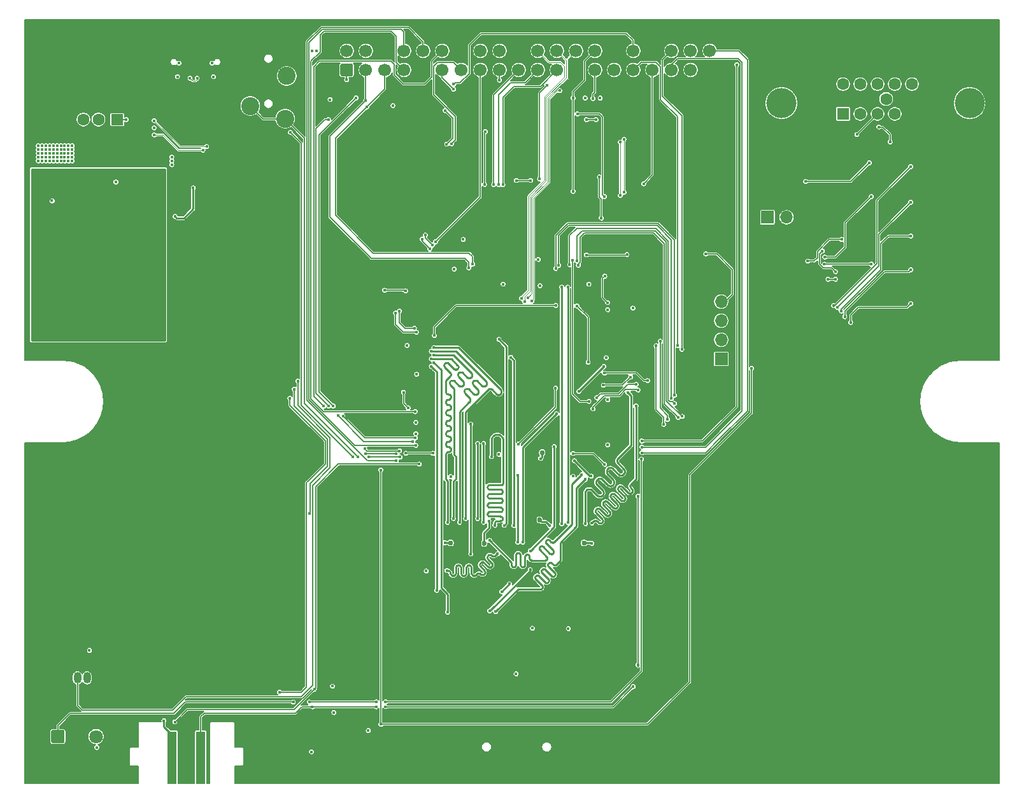
<source format=gbl>
%TF.GenerationSoftware,KiCad,Pcbnew,5.1.6*%
%TF.CreationDate,2020-07-31T05:07:53+02:00*%
%TF.ProjectId,CMM2-JLC,434d4d32-2d4a-44c4-932e-6b696361645f,B*%
%TF.SameCoordinates,Original*%
%TF.FileFunction,Copper,L4,Bot*%
%TF.FilePolarity,Positive*%
%FSLAX46Y46*%
G04 Gerber Fmt 4.6, Leading zero omitted, Abs format (unit mm)*
G04 Created by KiCad (PCBNEW 5.1.6) date 2020-07-31 05:07:53*
%MOMM*%
%LPD*%
G01*
G04 APERTURE LIST*
%TA.AperFunction,ComponentPad*%
%ADD10O,0.900000X1.700000*%
%TD*%
%TA.AperFunction,ComponentPad*%
%ADD11O,0.900000X2.000000*%
%TD*%
%TA.AperFunction,ComponentPad*%
%ADD12C,1.700000*%
%TD*%
%TA.AperFunction,ComponentPad*%
%ADD13C,4.000000*%
%TD*%
%TA.AperFunction,ComponentPad*%
%ADD14C,1.600000*%
%TD*%
%TA.AperFunction,ComponentPad*%
%ADD15R,1.600000X1.600000*%
%TD*%
%TA.AperFunction,ComponentPad*%
%ADD16C,1.800000*%
%TD*%
%TA.AperFunction,ComponentPad*%
%ADD17R,1.050000X1.500000*%
%TD*%
%TA.AperFunction,ComponentPad*%
%ADD18O,1.050000X1.500000*%
%TD*%
%TA.AperFunction,ComponentPad*%
%ADD19O,1.700000X1.700000*%
%TD*%
%TA.AperFunction,ComponentPad*%
%ADD20R,1.700000X1.700000*%
%TD*%
%TA.AperFunction,ComponentPad*%
%ADD21R,1.600000X1.500000*%
%TD*%
%TA.AperFunction,ComponentPad*%
%ADD22C,3.000000*%
%TD*%
%TA.AperFunction,ComponentPad*%
%ADD23C,2.400000*%
%TD*%
%TA.AperFunction,SMDPad,CuDef*%
%ADD24R,1.270000X7.000000*%
%TD*%
%TA.AperFunction,ViaPad*%
%ADD25C,0.450000*%
%TD*%
%TA.AperFunction,Conductor*%
%ADD26C,0.127000*%
%TD*%
%TA.AperFunction,Conductor*%
%ADD27C,0.289474*%
%TD*%
%TA.AperFunction,Conductor*%
%ADD28C,0.250000*%
%TD*%
%TA.AperFunction,Conductor*%
%ADD29C,0.289000*%
%TD*%
%TA.AperFunction,Conductor*%
%ADD30C,0.090000*%
%TD*%
%TA.AperFunction,Conductor*%
%ADD31C,0.254000*%
%TD*%
G04 APERTURE END LIST*
D10*
%TO.P,J4,S1*%
%TO.N,GND*%
X38580000Y-22160000D03*
X47220000Y-22160000D03*
D11*
X38580000Y-26330000D03*
X47220000Y-26330000D03*
%TD*%
D12*
%TO.P,J3,40*%
%TO.N,/PB13*%
X111260000Y-24360000D03*
%TO.P,J3,38*%
%TO.N,/PB15*%
X108720000Y-24360000D03*
%TO.P,J3,36*%
%TO.N,/PC6*%
X106180000Y-24360000D03*
%TO.P,J3,34*%
%TO.N,GND*%
X103640000Y-24360000D03*
%TO.P,J3,32*%
%TO.N,/PI8*%
X101100000Y-24360000D03*
%TO.P,J3,30*%
%TO.N,GND*%
X98560000Y-24360000D03*
%TO.P,J3,28*%
%TO.N,/I2C2_SCL*%
X96020000Y-24360000D03*
%TO.P,J3,26*%
%TO.N,/PC5*%
X93480000Y-24360000D03*
%TO.P,J3,24*%
%TO.N,/PC4*%
X90940000Y-24360000D03*
%TO.P,J3,22*%
%TO.N,/PA7*%
X88400000Y-24360000D03*
%TO.P,J3,20*%
%TO.N,GND*%
X85860000Y-24360000D03*
%TO.P,J3,18*%
%TO.N,/PA15*%
X83320000Y-24360000D03*
%TO.P,J3,16*%
%TO.N,/PA0*%
X80780000Y-24360000D03*
%TO.P,J3,14*%
%TO.N,GND*%
X78240000Y-24360000D03*
%TO.P,J3,12*%
%TO.N,/PA6*%
X75700000Y-24360000D03*
%TO.P,J3,10*%
%TO.N,/PA3*%
X73160000Y-24360000D03*
%TO.P,J3,8*%
%TO.N,/PA2*%
X70620000Y-24360000D03*
%TO.P,J3,6*%
%TO.N,GND*%
X68080000Y-24360000D03*
%TO.P,J3,4*%
%TO.N,+5V*%
X65540000Y-24360000D03*
%TO.P,J3,2*%
X63000000Y-24360000D03*
%TO.P,J3,39*%
%TO.N,GND*%
X111260000Y-26900000D03*
%TO.P,J3,37*%
%TO.N,/PA1*%
X108720000Y-26900000D03*
%TO.P,J3,35*%
%TO.N,/PB14*%
X106180000Y-26900000D03*
%TO.P,J3,33*%
%TO.N,/PI3*%
X103640000Y-26900000D03*
%TO.P,J3,31*%
%TO.N,/PC7*%
X101100000Y-26900000D03*
%TO.P,J3,29*%
%TO.N,/PB0*%
X98560000Y-26900000D03*
%TO.P,J3,27*%
%TO.N,/I2C2_SDA*%
X96020000Y-26900000D03*
%TO.P,J3,25*%
%TO.N,GND*%
X93480000Y-26900000D03*
%TO.P,J3,23*%
%TO.N,/PB3*%
X90940000Y-26900000D03*
%TO.P,J3,21*%
%TO.N,/PB4*%
X88400000Y-26900000D03*
%TO.P,J3,19*%
%TO.N,/PB5*%
X85860000Y-26900000D03*
%TO.P,J3,17*%
%TO.N,+3V3*%
X83320000Y-26900000D03*
%TO.P,J3,15*%
%TO.N,/PC3*%
X80780000Y-26900000D03*
%TO.P,J3,13*%
%TO.N,/PC2*%
X78240000Y-26900000D03*
%TO.P,J3,11*%
%TO.N,/PH14*%
X75700000Y-26900000D03*
%TO.P,J3,9*%
%TO.N,GND*%
X73160000Y-26900000D03*
%TO.P,J3,7*%
%TO.N,/PC1*%
X70620000Y-26900000D03*
%TO.P,J3,5*%
%TO.N,/I2C1_SCL*%
X68080000Y-26900000D03*
%TO.P,J3,3*%
%TO.N,/I2C1_SDA*%
X65540000Y-26900000D03*
%TO.P,J3,1*%
%TO.N,+3V3*%
%TA.AperFunction,ComponentPad*%
G36*
G01*
X63600000Y-27750000D02*
X62400000Y-27750000D01*
G75*
G02*
X62150000Y-27500000I0J250000D01*
G01*
X62150000Y-26300000D01*
G75*
G02*
X62400000Y-26050000I250000J0D01*
G01*
X63600000Y-26050000D01*
G75*
G02*
X63850000Y-26300000I0J-250000D01*
G01*
X63850000Y-27500000D01*
G75*
G02*
X63600000Y-27750000I-250000J0D01*
G01*
G37*
%TD.AperFunction*%
%TD*%
%TO.P,C31,2*%
%TO.N,GND*%
%TA.AperFunction,SMDPad,CuDef*%
G36*
G01*
X88306000Y-77653100D02*
X88306000Y-77998100D01*
G75*
G02*
X88158500Y-78145600I-147500J0D01*
G01*
X87863500Y-78145600D01*
G75*
G02*
X87716000Y-77998100I0J147500D01*
G01*
X87716000Y-77653100D01*
G75*
G02*
X87863500Y-77505600I147500J0D01*
G01*
X88158500Y-77505600D01*
G75*
G02*
X88306000Y-77653100I0J-147500D01*
G01*
G37*
%TD.AperFunction*%
%TO.P,C31,1*%
%TO.N,+3V3*%
%TA.AperFunction,SMDPad,CuDef*%
G36*
G01*
X89276000Y-77653100D02*
X89276000Y-77998100D01*
G75*
G02*
X89128500Y-78145600I-147500J0D01*
G01*
X88833500Y-78145600D01*
G75*
G02*
X88686000Y-77998100I0J147500D01*
G01*
X88686000Y-77653100D01*
G75*
G02*
X88833500Y-77505600I147500J0D01*
G01*
X89128500Y-77505600D01*
G75*
G02*
X89276000Y-77653100I0J-147500D01*
G01*
G37*
%TD.AperFunction*%
%TD*%
D13*
%TO.P,J2,0*%
%TO.N,N/C*%
X120815000Y-31330000D03*
X145815000Y-31330000D03*
D14*
%TO.P,J2,15*%
%TO.N,Net-(J2-Pad15)*%
X138160000Y-28790000D03*
%TO.P,J2,14*%
%TO.N,/PI9*%
X135870000Y-28790000D03*
%TO.P,J2,13*%
%TO.N,/PI10*%
X133580000Y-28790000D03*
%TO.P,J2,12*%
%TO.N,Net-(J2-Pad12)*%
X131290000Y-28790000D03*
%TO.P,J2,11*%
%TO.N,Net-(J2-Pad11)*%
X129000000Y-28790000D03*
%TO.P,J2,10*%
%TO.N,GND*%
X137015000Y-30770000D03*
%TO.P,J2,9*%
%TO.N,Net-(J2-Pad9)*%
X134725000Y-30770000D03*
%TO.P,J2,8*%
%TO.N,GND*%
X132435000Y-30770000D03*
%TO.P,J2,7*%
X130145000Y-30770000D03*
%TO.P,J2,6*%
X127855000Y-30770000D03*
%TO.P,J2,5*%
X138160000Y-32750000D03*
%TO.P,J2,4*%
%TO.N,Net-(J2-Pad4)*%
X135870000Y-32750000D03*
%TO.P,J2,3*%
%TO.N,/VGA_BLUE*%
X133580000Y-32750000D03*
%TO.P,J2,2*%
%TO.N,/VGA_GREEN*%
X131290000Y-32750000D03*
D15*
%TO.P,J2,1*%
%TO.N,/VGA_RED*%
X129000000Y-32750000D03*
%TD*%
D16*
%TO.P,U7,3*%
%TO.N,+3V3*%
X29680000Y-115600000D03*
%TO.P,U7,2*%
%TO.N,GND*%
X27140000Y-115600000D03*
%TO.P,U7,1*%
%TO.N,/PB12*%
%TA.AperFunction,ComponentPad*%
G36*
G01*
X23700000Y-116251600D02*
X23700000Y-114948400D01*
G75*
G02*
X23948400Y-114700000I248400J0D01*
G01*
X25251600Y-114700000D01*
G75*
G02*
X25500000Y-114948400I0J-248400D01*
G01*
X25500000Y-116251600D01*
G75*
G02*
X25251600Y-116500000I-248400J0D01*
G01*
X23948400Y-116500000D01*
G75*
G02*
X23700000Y-116251600I0J248400D01*
G01*
G37*
%TD.AperFunction*%
%TD*%
D17*
%TO.P,U5,1*%
%TO.N,GND*%
X25930000Y-107800000D03*
D18*
%TO.P,U5,3*%
%TO.N,+3V3*%
X28470000Y-107800000D03*
%TO.P,U5,2*%
%TO.N,/PE2*%
X27200000Y-107800000D03*
%TD*%
D19*
%TO.P,J9,3*%
%TO.N,GND*%
X124030000Y-46500000D03*
%TO.P,J9,2*%
%TO.N,Net-(J9-Pad2)*%
X121490000Y-46500000D03*
D20*
%TO.P,J9,1*%
%TO.N,+3V3*%
X118950000Y-46500000D03*
%TD*%
D19*
%TO.P,J7,5*%
%TO.N,GND*%
X112800000Y-55190000D03*
%TO.P,J7,4*%
%TO.N,/PA14*%
X112800000Y-57730000D03*
%TO.P,J7,3*%
%TO.N,/PA13*%
X112800000Y-60270000D03*
%TO.P,J7,2*%
%TO.N,/RESET*%
X112800000Y-62810000D03*
D20*
%TO.P,J7,1*%
%TO.N,+3V3*%
X112800000Y-65350000D03*
%TD*%
D14*
%TO.P,J6,4*%
%TO.N,GND*%
X25500000Y-33500000D03*
%TO.P,J6,3*%
%TO.N,/USB_HOST_D+*%
X28000000Y-33500000D03*
%TO.P,J6,2*%
%TO.N,/USB_HOST_D-*%
X30000000Y-33500000D03*
D21*
%TO.P,J6,1*%
%TO.N,+5V*%
X32500000Y-33500000D03*
D22*
%TO.P,J6,5*%
%TO.N,GND*%
X22430000Y-30790000D03*
X35570000Y-30790000D03*
%TD*%
D23*
%TO.P,J5,S*%
%TO.N,GND*%
X55020000Y-24100000D03*
%TO.P,J5,SN*%
X50180000Y-25000000D03*
%TO.P,J5,R*%
%TO.N,/PA5*%
X55020000Y-27700000D03*
%TO.P,J5,TN*%
%TO.N,/PA4*%
X54820000Y-33400000D03*
%TO.P,J5,T*%
X50180000Y-31700000D03*
%TD*%
%TO.P,C23,2*%
%TO.N,GND*%
%TA.AperFunction,SMDPad,CuDef*%
G36*
G01*
X77507600Y-90025000D02*
X77507600Y-89680000D01*
G75*
G02*
X77655100Y-89532500I147500J0D01*
G01*
X77950100Y-89532500D01*
G75*
G02*
X78097600Y-89680000I0J-147500D01*
G01*
X78097600Y-90025000D01*
G75*
G02*
X77950100Y-90172500I-147500J0D01*
G01*
X77655100Y-90172500D01*
G75*
G02*
X77507600Y-90025000I0J147500D01*
G01*
G37*
%TD.AperFunction*%
%TO.P,C23,1*%
%TO.N,+3V3*%
%TA.AperFunction,SMDPad,CuDef*%
G36*
G01*
X76537600Y-90025000D02*
X76537600Y-89680000D01*
G75*
G02*
X76685100Y-89532500I147500J0D01*
G01*
X76980100Y-89532500D01*
G75*
G02*
X77127600Y-89680000I0J-147500D01*
G01*
X77127600Y-90025000D01*
G75*
G02*
X76980100Y-90172500I-147500J0D01*
G01*
X76685100Y-90172500D01*
G75*
G02*
X76537600Y-90025000I0J147500D01*
G01*
G37*
%TD.AperFunction*%
%TD*%
%TO.P,C22,2*%
%TO.N,GND*%
%TA.AperFunction,SMDPad,CuDef*%
G36*
G01*
X80607400Y-89718100D02*
X80607400Y-90063100D01*
G75*
G02*
X80459900Y-90210600I-147500J0D01*
G01*
X80164900Y-90210600D01*
G75*
G02*
X80017400Y-90063100I0J147500D01*
G01*
X80017400Y-89718100D01*
G75*
G02*
X80164900Y-89570600I147500J0D01*
G01*
X80459900Y-89570600D01*
G75*
G02*
X80607400Y-89718100I0J-147500D01*
G01*
G37*
%TD.AperFunction*%
%TO.P,C22,1*%
%TO.N,+3V3*%
%TA.AperFunction,SMDPad,CuDef*%
G36*
G01*
X81577400Y-89718100D02*
X81577400Y-90063100D01*
G75*
G02*
X81429900Y-90210600I-147500J0D01*
G01*
X81134900Y-90210600D01*
G75*
G02*
X80987400Y-90063100I0J147500D01*
G01*
X80987400Y-89718100D01*
G75*
G02*
X81134900Y-89570600I147500J0D01*
G01*
X81429900Y-89570600D01*
G75*
G02*
X81577400Y-89718100I0J-147500D01*
G01*
G37*
%TD.AperFunction*%
%TD*%
%TO.P,C5,2*%
%TO.N,GND*%
%TA.AperFunction,SMDPad,CuDef*%
G36*
G01*
X87975800Y-86606600D02*
X87975800Y-86951600D01*
G75*
G02*
X87828300Y-87099100I-147500J0D01*
G01*
X87533300Y-87099100D01*
G75*
G02*
X87385800Y-86951600I0J147500D01*
G01*
X87385800Y-86606600D01*
G75*
G02*
X87533300Y-86459100I147500J0D01*
G01*
X87828300Y-86459100D01*
G75*
G02*
X87975800Y-86606600I0J-147500D01*
G01*
G37*
%TD.AperFunction*%
%TO.P,C5,1*%
%TO.N,+3V3*%
%TA.AperFunction,SMDPad,CuDef*%
G36*
G01*
X88945800Y-86606600D02*
X88945800Y-86951600D01*
G75*
G02*
X88798300Y-87099100I-147500J0D01*
G01*
X88503300Y-87099100D01*
G75*
G02*
X88355800Y-86951600I0J147500D01*
G01*
X88355800Y-86606600D01*
G75*
G02*
X88503300Y-86459100I147500J0D01*
G01*
X88798300Y-86459100D01*
G75*
G02*
X88945800Y-86606600I0J-147500D01*
G01*
G37*
%TD.AperFunction*%
%TD*%
%TO.P,C4,2*%
%TO.N,GND*%
%TA.AperFunction,SMDPad,CuDef*%
G36*
G01*
X93878900Y-89680000D02*
X93878900Y-90025000D01*
G75*
G02*
X93731400Y-90172500I-147500J0D01*
G01*
X93436400Y-90172500D01*
G75*
G02*
X93288900Y-90025000I0J147500D01*
G01*
X93288900Y-89680000D01*
G75*
G02*
X93436400Y-89532500I147500J0D01*
G01*
X93731400Y-89532500D01*
G75*
G02*
X93878900Y-89680000I0J-147500D01*
G01*
G37*
%TD.AperFunction*%
%TO.P,C4,1*%
%TO.N,+3V3*%
%TA.AperFunction,SMDPad,CuDef*%
G36*
G01*
X94848900Y-89680000D02*
X94848900Y-90025000D01*
G75*
G02*
X94701400Y-90172500I-147500J0D01*
G01*
X94406400Y-90172500D01*
G75*
G02*
X94258900Y-90025000I0J147500D01*
G01*
X94258900Y-89680000D01*
G75*
G02*
X94406400Y-89532500I147500J0D01*
G01*
X94701400Y-89532500D01*
G75*
G02*
X94848900Y-89680000I0J-147500D01*
G01*
G37*
%TD.AperFunction*%
%TD*%
D24*
%TO.P,J1,4*%
%TO.N,/NUNCHUCK_SDA*%
X43600000Y-118400000D03*
%TO.P,J1,3*%
%TO.N,+3V3*%
X39800000Y-118400000D03*
%TD*%
D25*
%TO.N,/PH5*%
X83067000Y-91272000D03*
%TO.N,GND*%
X46250000Y-44750000D03*
X43750000Y-44750000D03*
X43750000Y-47250000D03*
X46250000Y-47250000D03*
X39624000Y-34607500D03*
X20500000Y-20500000D03*
X149500000Y-20500000D03*
X75600000Y-101100000D03*
X44642346Y-113680782D03*
X72200000Y-74377003D03*
X88200000Y-78600000D03*
X72300000Y-66800000D03*
X84261602Y-55746201D03*
X89300000Y-55600000D03*
X95800000Y-55400000D03*
X97700000Y-59377003D03*
X97700000Y-71377003D03*
X97700000Y-77377003D03*
X49588800Y-26505000D03*
X56142000Y-23101400D03*
X68072000Y-23088600D03*
X78240000Y-23131400D03*
X85852000Y-23088600D03*
X98560000Y-23131400D03*
X103632000Y-23012400D03*
X111277400Y-28219400D03*
X73202800Y-28321000D03*
X52600000Y-24100000D03*
X35570000Y-28730000D03*
X33710000Y-30790000D03*
X23950000Y-31950000D03*
X24350000Y-32350000D03*
X24700000Y-32700000D03*
X23800000Y-44300000D03*
X32300000Y-41800000D03*
X47220000Y-24780000D03*
X47220000Y-24180000D03*
X47220000Y-23580000D03*
X46240000Y-22160000D03*
X45740000Y-22160000D03*
X45240000Y-22160000D03*
X44740000Y-22160000D03*
X44240000Y-22160000D03*
X43740000Y-22160000D03*
X43240000Y-22160000D03*
X42740000Y-22160000D03*
X42240000Y-22160000D03*
X41740000Y-22160000D03*
X41240000Y-22160000D03*
X40740000Y-22160000D03*
X40240000Y-22160000D03*
X39740000Y-22160000D03*
X46100000Y-27800000D03*
X76825000Y-78650000D03*
X92400000Y-89850000D03*
X83225000Y-78625000D03*
X133000000Y-36500000D03*
X138250000Y-37500000D03*
X143250000Y-38250000D03*
X139250000Y-33750000D03*
X131250000Y-59500000D03*
X136250000Y-65250000D03*
X141750000Y-61750000D03*
X63777000Y-70573000D03*
X64800000Y-60700000D03*
X149500000Y-21500000D03*
X149500000Y-22500000D03*
X149500000Y-23500000D03*
X149500000Y-24500000D03*
X149500000Y-25500000D03*
X149500000Y-26500000D03*
X149500000Y-27500000D03*
X149500000Y-28500000D03*
X149500000Y-29500000D03*
X149500000Y-30500000D03*
X149500000Y-31500000D03*
X149500000Y-32500000D03*
X149500000Y-33500000D03*
X149500000Y-34500000D03*
X149500000Y-35500000D03*
X149500000Y-36500000D03*
X149500000Y-37500000D03*
X149500000Y-38500000D03*
X149500000Y-39500000D03*
X149500000Y-40500000D03*
X149500000Y-41500000D03*
X149500000Y-42500000D03*
X149500000Y-43500000D03*
X149500000Y-44500000D03*
X149500000Y-45500000D03*
X149500000Y-46500000D03*
X149500000Y-47500000D03*
X149500000Y-48500000D03*
X149500000Y-49500000D03*
X149500000Y-50500000D03*
X149500000Y-51500000D03*
X149500000Y-52500000D03*
X149500000Y-53500000D03*
X149500000Y-54500000D03*
X149500000Y-55500000D03*
X149500000Y-56500000D03*
X149500000Y-57500000D03*
X149500000Y-58500000D03*
X149500000Y-59500000D03*
X149500000Y-60500000D03*
X149500000Y-61500000D03*
X149500000Y-62500000D03*
X149500000Y-63500000D03*
X149500000Y-64500000D03*
X149500000Y-77500000D03*
X149500000Y-78500000D03*
X149500000Y-79500000D03*
X149500000Y-80500000D03*
X149500000Y-81500000D03*
X149500000Y-82500000D03*
X149500000Y-83500000D03*
X149500000Y-84500000D03*
X149500000Y-85500000D03*
X149500000Y-86500000D03*
X149500000Y-87500000D03*
X149500000Y-88500000D03*
X149500000Y-89500000D03*
X149500000Y-90500000D03*
X149500000Y-91500000D03*
X149500000Y-92500000D03*
X149500000Y-93500000D03*
X149500000Y-94500000D03*
X149500000Y-95500000D03*
X149500000Y-96500000D03*
X149500000Y-97500000D03*
X149500000Y-98500000D03*
X149500000Y-99500000D03*
X149500000Y-100500000D03*
X149500000Y-101500000D03*
X149500000Y-102500000D03*
X149500000Y-103500000D03*
X149500000Y-104500000D03*
X149500000Y-105500000D03*
X149500000Y-106500000D03*
X149500000Y-107500000D03*
X149500000Y-108500000D03*
X149500000Y-109500000D03*
X149500000Y-110500000D03*
X149500000Y-111500000D03*
X149500000Y-112500000D03*
X149500000Y-113500000D03*
X149500000Y-114500000D03*
X149500000Y-115500000D03*
X149500000Y-116500000D03*
X149500000Y-117500000D03*
X149500000Y-118500000D03*
X149500000Y-119500000D03*
X149500000Y-120500000D03*
X148500000Y-77000000D03*
X147500000Y-77000000D03*
X146500000Y-77000000D03*
X145500000Y-77000000D03*
X144500000Y-77000000D03*
X143500000Y-76900000D03*
X142500000Y-76600000D03*
X141500000Y-76000000D03*
X140400000Y-75100000D03*
X139500000Y-74000000D03*
X139000000Y-73000000D03*
X139500000Y-68700000D03*
X140100000Y-67700000D03*
X141100000Y-66600000D03*
X141800000Y-66000000D03*
X142500000Y-65500000D03*
X148500000Y-65000000D03*
X147500000Y-65000000D03*
X146500000Y-65000000D03*
X145500000Y-65000000D03*
X144500000Y-65000000D03*
X143500000Y-65000000D03*
X139000000Y-70000000D03*
X138900000Y-71100000D03*
X138900000Y-72000000D03*
X20500000Y-21500000D03*
X20500000Y-22500000D03*
X20500000Y-23500000D03*
X20500000Y-24500000D03*
X20500000Y-25500000D03*
X20500000Y-26500000D03*
X20500000Y-27500000D03*
X20500000Y-28500000D03*
X20500000Y-29500000D03*
X20500000Y-30500000D03*
X20500000Y-31500000D03*
X20500000Y-32500000D03*
X20500000Y-33500000D03*
X20500000Y-34500000D03*
X20500000Y-35500000D03*
X20500000Y-36500000D03*
X20500000Y-37500000D03*
X20500000Y-38500000D03*
X20500000Y-39500000D03*
X20500000Y-40500000D03*
X20500000Y-41500000D03*
X20500000Y-42500000D03*
X20500000Y-43500000D03*
X20500000Y-44500000D03*
X20500000Y-45500000D03*
X20500000Y-46500000D03*
X20500000Y-47500000D03*
X20500000Y-48500000D03*
X20500000Y-49500000D03*
X20500000Y-50500000D03*
X20500000Y-51500000D03*
X20500000Y-52500000D03*
X20500000Y-53500000D03*
X20500000Y-54500000D03*
X20500000Y-55500000D03*
X20500000Y-56500000D03*
X20500000Y-57500000D03*
X20500000Y-58500000D03*
X20500000Y-59500000D03*
X20500000Y-60500000D03*
X20500000Y-61500000D03*
X20500000Y-62500000D03*
X20500000Y-63500000D03*
X20500000Y-64500000D03*
X20500000Y-77500000D03*
X20500000Y-78500000D03*
X20500000Y-79500000D03*
X20500000Y-80500000D03*
X20500000Y-81500000D03*
X20500000Y-82500000D03*
X20500000Y-83500000D03*
X20500000Y-84500000D03*
X20500000Y-85500000D03*
X20500000Y-86500000D03*
X20500000Y-87500000D03*
X20500000Y-88500000D03*
X20500000Y-89500000D03*
X20500000Y-90500000D03*
X20500000Y-91500000D03*
X20500000Y-92500000D03*
X20500000Y-93500000D03*
X20500000Y-94500000D03*
X20500000Y-95500000D03*
X20500000Y-96500000D03*
X20500000Y-97500000D03*
X20500000Y-98500000D03*
X20500000Y-99500000D03*
X20500000Y-100500000D03*
X20500000Y-101500000D03*
X20500000Y-102500000D03*
X20500000Y-103500000D03*
X20500000Y-104500000D03*
X20500000Y-105500000D03*
X20500000Y-106500000D03*
X20500000Y-107500000D03*
X20500000Y-108500000D03*
X20500000Y-109500000D03*
X20500000Y-110500000D03*
X20500000Y-111500000D03*
X20500000Y-112500000D03*
X20500000Y-113500000D03*
X20500000Y-114500000D03*
X20500000Y-115500000D03*
X20500000Y-116500000D03*
X20500000Y-117500000D03*
X20500000Y-118500000D03*
X20500000Y-119500000D03*
X20500000Y-120500000D03*
X21336000Y-65024000D03*
X22352000Y-65024000D03*
X23368000Y-65024000D03*
X24384000Y-65024000D03*
X25400000Y-65024000D03*
X26416000Y-65024000D03*
X26416000Y-65024000D03*
X27432000Y-65532000D03*
X28448000Y-66040000D03*
X29464000Y-67056000D03*
X30480000Y-68072000D03*
X30988000Y-69088000D03*
X31496000Y-70104000D03*
X31496000Y-71120000D03*
X30480000Y-73660000D03*
X29972000Y-74676000D03*
X28956000Y-75692000D03*
X27940000Y-76200000D03*
X26924000Y-76708000D03*
X25908000Y-76708000D03*
X24892000Y-76708000D03*
X23876000Y-76708000D03*
X22860000Y-76708000D03*
X21844000Y-76708000D03*
X20828000Y-76708000D03*
X30988000Y-72644000D03*
X20500000Y-121500000D03*
X21500000Y-20500000D03*
X22500000Y-20500000D03*
X23500000Y-20500000D03*
X24500000Y-20500000D03*
X25500000Y-20500000D03*
X26500000Y-20500000D03*
X27500000Y-20500000D03*
X28500000Y-20500000D03*
X29500000Y-20500000D03*
X30500000Y-20500000D03*
X31500000Y-20500000D03*
X32500000Y-20500000D03*
X33500000Y-20500000D03*
X34500000Y-20500000D03*
X35500000Y-20500000D03*
X36500000Y-20500000D03*
X37500000Y-20500000D03*
X38500000Y-20500000D03*
X39500000Y-20500000D03*
X40500000Y-20500000D03*
X41500000Y-20500000D03*
X42500000Y-20500000D03*
X43500000Y-20500000D03*
X44500000Y-20500000D03*
X45500000Y-20500000D03*
X46500000Y-20500000D03*
X47500000Y-20500000D03*
X48500000Y-20500000D03*
X49500000Y-20500000D03*
X50500000Y-20500000D03*
X51500000Y-20500000D03*
X52500000Y-20500000D03*
X53500000Y-20500000D03*
X54500000Y-20500000D03*
X55500000Y-20500000D03*
X56500000Y-20500000D03*
X57500000Y-20500000D03*
X58500000Y-20500000D03*
X59500000Y-20500000D03*
X60500000Y-20500000D03*
X61500000Y-20500000D03*
X62500000Y-20500000D03*
X63500000Y-20500000D03*
X64500000Y-20500000D03*
X65500000Y-20500000D03*
X66500000Y-20500000D03*
X67500000Y-20500000D03*
X68500000Y-20500000D03*
X69500000Y-20500000D03*
X70500000Y-20500000D03*
X71500000Y-20500000D03*
X72500000Y-20500000D03*
X73500000Y-20500000D03*
X74500000Y-20500000D03*
X75500000Y-20500000D03*
X76500000Y-20500000D03*
X77500000Y-20500000D03*
X78500000Y-20500000D03*
X79500000Y-20500000D03*
X80500000Y-20500000D03*
X81500000Y-20500000D03*
X82500000Y-20500000D03*
X83500000Y-20500000D03*
X84500000Y-20500000D03*
X85500000Y-20500000D03*
X86500000Y-20500000D03*
X87500000Y-20500000D03*
X88500000Y-20500000D03*
X89500000Y-20500000D03*
X90500000Y-20500000D03*
X91500000Y-20500000D03*
X92500000Y-20500000D03*
X93500000Y-20500000D03*
X94500000Y-20500000D03*
X95500000Y-20500000D03*
X96500000Y-20500000D03*
X97500000Y-20500000D03*
X98500000Y-20500000D03*
X99500000Y-20500000D03*
X100500000Y-20500000D03*
X101500000Y-20500000D03*
X102500000Y-20500000D03*
X103500000Y-20500000D03*
X104500000Y-20500000D03*
X105500000Y-20500000D03*
X106500000Y-20500000D03*
X107500000Y-20500000D03*
X108500000Y-20500000D03*
X109500000Y-20500000D03*
X110500000Y-20500000D03*
X111500000Y-20500000D03*
X112500000Y-20500000D03*
X113500000Y-20500000D03*
X114500000Y-20500000D03*
X115500000Y-20500000D03*
X116500000Y-20500000D03*
X117500000Y-20500000D03*
X118500000Y-20500000D03*
X119500000Y-20500000D03*
X120500000Y-20500000D03*
X121500000Y-20500000D03*
X122500000Y-20500000D03*
X123500000Y-20500000D03*
X124500000Y-20500000D03*
X125500000Y-20500000D03*
X126500000Y-20500000D03*
X127500000Y-20500000D03*
X128500000Y-20500000D03*
X129500000Y-20500000D03*
X130500000Y-20500000D03*
X131500000Y-20500000D03*
X132500000Y-20500000D03*
X133500000Y-20500000D03*
X134500000Y-20500000D03*
X135500000Y-20500000D03*
X136500000Y-20500000D03*
X137500000Y-20500000D03*
X138500000Y-20500000D03*
X139500000Y-20500000D03*
X140500000Y-20500000D03*
X141500000Y-20500000D03*
X142500000Y-20500000D03*
X143500000Y-20500000D03*
X144500000Y-20500000D03*
X145500000Y-20500000D03*
X146500000Y-20500000D03*
X147500000Y-20500000D03*
X148500000Y-20500000D03*
X21500000Y-121500000D03*
X22500000Y-121500000D03*
X23500000Y-121500000D03*
X24500000Y-121500000D03*
X25500000Y-121500000D03*
X26500000Y-121500000D03*
X27500000Y-121500000D03*
X28500000Y-121500000D03*
X29500000Y-121500000D03*
X30500000Y-121500000D03*
X31500000Y-121500000D03*
X32500000Y-121500000D03*
X33500000Y-121500000D03*
X34500000Y-121500000D03*
X48500000Y-121500000D03*
X49500000Y-121500000D03*
X50500000Y-121500000D03*
X51500000Y-121500000D03*
X52500000Y-121500000D03*
X53500000Y-121500000D03*
X54500000Y-121500000D03*
X55500000Y-121500000D03*
X56500000Y-121500000D03*
X57500000Y-121500000D03*
X58500000Y-121500000D03*
X59500000Y-121500000D03*
X60500000Y-121500000D03*
X61500000Y-121500000D03*
X62500000Y-121500000D03*
X63500000Y-121500000D03*
X64500000Y-121500000D03*
X65500000Y-121500000D03*
X66500000Y-121500000D03*
X67500000Y-121500000D03*
X68500000Y-121500000D03*
X69500000Y-121500000D03*
X70500000Y-121500000D03*
X71500000Y-121500000D03*
X72500000Y-121500000D03*
X73500000Y-121500000D03*
X74500000Y-121500000D03*
X75500000Y-121500000D03*
X76500000Y-121500000D03*
X77500000Y-121500000D03*
X78500000Y-121500000D03*
X79500000Y-121500000D03*
X80500000Y-121500000D03*
X81500000Y-121500000D03*
X82500000Y-121500000D03*
X83500000Y-121500000D03*
X84500000Y-121500000D03*
X85500000Y-121500000D03*
X86500000Y-121500000D03*
X87500000Y-121500000D03*
X88500000Y-121500000D03*
X89500000Y-121500000D03*
X90500000Y-121500000D03*
X91500000Y-121500000D03*
X92500000Y-121500000D03*
X93500000Y-121500000D03*
X94500000Y-121500000D03*
X95500000Y-121500000D03*
X96500000Y-121500000D03*
X97500000Y-121500000D03*
X98500000Y-121500000D03*
X99500000Y-121500000D03*
X100500000Y-121500000D03*
X101500000Y-121500000D03*
X102500000Y-121500000D03*
X103500000Y-121500000D03*
X104500000Y-121500000D03*
X105500000Y-121500000D03*
X106500000Y-121500000D03*
X107500000Y-121500000D03*
X108500000Y-121500000D03*
X109500000Y-121500000D03*
X110500000Y-121500000D03*
X111500000Y-121500000D03*
X112500000Y-121500000D03*
X113500000Y-121500000D03*
X114500000Y-121500000D03*
X115500000Y-121500000D03*
X116500000Y-121500000D03*
X117500000Y-121500000D03*
X118500000Y-121500000D03*
X119500000Y-121500000D03*
X120500000Y-121500000D03*
X121500000Y-121500000D03*
X122500000Y-121500000D03*
X123500000Y-121500000D03*
X124500000Y-121500000D03*
X125500000Y-121500000D03*
X126500000Y-121500000D03*
X127500000Y-121500000D03*
X128500000Y-121500000D03*
X129500000Y-121500000D03*
X130500000Y-121500000D03*
X131500000Y-121500000D03*
X132500000Y-121500000D03*
X133500000Y-121500000D03*
X134500000Y-121500000D03*
X135500000Y-121500000D03*
X136500000Y-121500000D03*
X137500000Y-121500000D03*
X138500000Y-121500000D03*
X139500000Y-121500000D03*
X140500000Y-121500000D03*
X141500000Y-121500000D03*
X142500000Y-121500000D03*
X143500000Y-121500000D03*
X144500000Y-121500000D03*
X145500000Y-121500000D03*
X146500000Y-121500000D03*
X147500000Y-121500000D03*
X148500000Y-121500000D03*
X149500000Y-121500000D03*
X23914100Y-89395300D03*
X24993600Y-107823000D03*
X27190700Y-116954300D03*
X50457100Y-119926100D03*
X60261500Y-119849900D03*
X70281800Y-114820700D03*
X78816200Y-108153200D03*
X83286600Y-107213400D03*
X94667000Y-101220200D03*
X89801700Y-101193600D03*
X86067900Y-101244400D03*
X74803000Y-99314000D03*
X74307700Y-98767900D03*
X73939400Y-98171000D03*
X73926700Y-97485200D03*
X87600000Y-88550000D03*
X80312400Y-89890600D03*
X78524100Y-89865200D03*
X101066600Y-59588400D03*
X89484200Y-52108100D03*
X71043800Y-62661800D03*
X81991200Y-81534000D03*
X100013350Y-78688350D03*
X78333600Y-52666900D03*
X93400000Y-108200000D03*
X94400000Y-118300000D03*
X78800000Y-118200000D03*
X41148000Y-30403800D03*
X44170600Y-30403800D03*
X45500000Y-42750000D03*
X40715000Y-44485000D03*
X41200000Y-41000000D03*
X97477292Y-65819651D03*
%TO.N,+3V3*%
X22500000Y-45500000D03*
X38700000Y-113500000D03*
X72200000Y-73800000D03*
X72200000Y-75300000D03*
X88777003Y-78600000D03*
X72300000Y-67400000D03*
X77300000Y-53400000D03*
X83800000Y-55400000D03*
X88700000Y-55600000D03*
X95200000Y-55400000D03*
X97700000Y-58800000D03*
X97700000Y-70800000D03*
X97700000Y-76800000D03*
X83312000Y-28244800D03*
X62992000Y-28219400D03*
X29423199Y-43946201D03*
X30083599Y-43946201D03*
X30794799Y-43946201D03*
X31455199Y-43946201D03*
X32140999Y-43946201D03*
X32801399Y-43946201D03*
X76825000Y-81000000D03*
X76052915Y-89800000D03*
X81900000Y-86900000D03*
X95600000Y-89900000D03*
X90000000Y-87550000D03*
X28803600Y-104140000D03*
X29768800Y-117055900D03*
X58318400Y-117640100D03*
X65874900Y-114808000D03*
X85521800Y-107264200D03*
X92468700Y-101244400D03*
X87680800Y-101193600D03*
X73571100Y-93573600D03*
X101053900Y-58597800D03*
X88480900Y-52108100D03*
X71031100Y-63576200D03*
X83223080Y-78048002D03*
X93078300Y-80962500D03*
X61300000Y-112400000D03*
X61100000Y-108900000D03*
X78500000Y-49450000D03*
X69150000Y-31650000D03*
X60800000Y-30850000D03*
X94700000Y-30650000D03*
X96700000Y-30650000D03*
X21500000Y-40500000D03*
X21500000Y-41500000D03*
X21500000Y-42500000D03*
X21500000Y-43500000D03*
X21500000Y-44500000D03*
X21500000Y-45500000D03*
X21500000Y-46500000D03*
X21500000Y-47500000D03*
X21500000Y-48500000D03*
X21500000Y-49500000D03*
X21500000Y-50500000D03*
X21500000Y-51500000D03*
X21500000Y-52500000D03*
X21500000Y-53500000D03*
X21500000Y-54500000D03*
X21500000Y-55500000D03*
X21500000Y-56500000D03*
X21500000Y-57500000D03*
X21500000Y-58500000D03*
X21500000Y-59500000D03*
X21500000Y-60500000D03*
X21500000Y-61500000D03*
X21500000Y-62500000D03*
X22500000Y-62500000D03*
X23500000Y-62500000D03*
X24500000Y-62500000D03*
X25500000Y-62500000D03*
X26500000Y-62500000D03*
X27500000Y-62500000D03*
X28500000Y-62500000D03*
X29500000Y-62500000D03*
X30500000Y-62500000D03*
X31500000Y-62500000D03*
X32500000Y-62500000D03*
X33500000Y-62500000D03*
X34500000Y-62500000D03*
X35500000Y-62500000D03*
X36500000Y-62500000D03*
X37500000Y-62500000D03*
X38500000Y-62500000D03*
X38500000Y-61500000D03*
X38500000Y-60500000D03*
X38500000Y-59500000D03*
X38500000Y-58500000D03*
X38500000Y-57500000D03*
X38500000Y-56500000D03*
X38500000Y-55500000D03*
X38500000Y-54500000D03*
X38500000Y-53500000D03*
X38500000Y-52500000D03*
X38500000Y-51500000D03*
X38500000Y-50500000D03*
X38500000Y-49500000D03*
X38500000Y-48500000D03*
X38500000Y-47500000D03*
X38500000Y-46500000D03*
X38500000Y-45500000D03*
X38500000Y-44500000D03*
X38500000Y-43500000D03*
X38500000Y-42500000D03*
X38500000Y-41500000D03*
X38500000Y-40500000D03*
X22500000Y-40500000D03*
X23500000Y-40500000D03*
X24500000Y-40500000D03*
X37500000Y-40500000D03*
X36500000Y-40500000D03*
X35500000Y-40500000D03*
X34500000Y-40500000D03*
X33500000Y-40500000D03*
X32500000Y-40500000D03*
X31500000Y-40500000D03*
X30500000Y-40500000D03*
X29500000Y-40500000D03*
X28500000Y-40500000D03*
X27500000Y-40500000D03*
X28560600Y-43945200D03*
X28560600Y-44707200D03*
X23500000Y-45500000D03*
X24500000Y-45500000D03*
X25500000Y-45500000D03*
X26500000Y-45500000D03*
X27500000Y-45500000D03*
X28500000Y-45500000D03*
X29500000Y-45500000D03*
X30500000Y-45500000D03*
X31500000Y-45500000D03*
X32500000Y-45500000D03*
X33500000Y-45500000D03*
X34500000Y-45500000D03*
X35500000Y-45500000D03*
X36500000Y-45500000D03*
X37500000Y-45500000D03*
X22500000Y-46500000D03*
X23500000Y-46500000D03*
X24500000Y-46500000D03*
X25500000Y-46500000D03*
X26500000Y-46500000D03*
X27500000Y-46500000D03*
X28500000Y-46500000D03*
X29500000Y-46500000D03*
X30500000Y-46500000D03*
X31500000Y-46500000D03*
X32500000Y-46500000D03*
X33500000Y-46500000D03*
X34500000Y-46500000D03*
X35500000Y-46500000D03*
X36500000Y-46500000D03*
X37500000Y-46500000D03*
X22500000Y-47500000D03*
X23500000Y-47500000D03*
X24500000Y-47500000D03*
X25500000Y-47500000D03*
X26500000Y-47500000D03*
X27500000Y-47500000D03*
X28500000Y-47500000D03*
X29500000Y-47500000D03*
X30500000Y-47500000D03*
X31500000Y-47500000D03*
X32500000Y-47500000D03*
X33500000Y-47500000D03*
X34500000Y-47500000D03*
X35500000Y-47500000D03*
X36500000Y-47500000D03*
X37500000Y-47500000D03*
X22500000Y-48500000D03*
X23500000Y-48500000D03*
X24500000Y-48500000D03*
X25500000Y-48500000D03*
X26500000Y-48500000D03*
X27500000Y-48500000D03*
X28500000Y-48500000D03*
X29500000Y-48500000D03*
X30500000Y-48500000D03*
X31500000Y-48500000D03*
X32500000Y-48500000D03*
X33500000Y-48500000D03*
X34500000Y-48500000D03*
X35500000Y-48500000D03*
X36500000Y-48500000D03*
X37500000Y-48500000D03*
X22500000Y-49500000D03*
X23500000Y-49500000D03*
X24500000Y-49500000D03*
X25500000Y-49500000D03*
X26500000Y-49500000D03*
X27500000Y-49500000D03*
X28500000Y-49500000D03*
X29500000Y-49500000D03*
X30500000Y-49500000D03*
X31500000Y-49500000D03*
X32500000Y-49500000D03*
X33500000Y-49500000D03*
X34500000Y-49500000D03*
X35500000Y-49500000D03*
X36500000Y-49500000D03*
X37500000Y-49500000D03*
X22500000Y-50500000D03*
X23500000Y-50500000D03*
X24500000Y-50500000D03*
X25500000Y-50500000D03*
X26500000Y-50500000D03*
X27500000Y-50500000D03*
X28500000Y-50500000D03*
X29500000Y-50500000D03*
X30500000Y-50500000D03*
X31500000Y-50500000D03*
X32500000Y-50500000D03*
X33500000Y-50500000D03*
X34500000Y-50500000D03*
X35500000Y-50500000D03*
X36500000Y-50500000D03*
X37500000Y-50500000D03*
X22500000Y-51500000D03*
X23500000Y-51500000D03*
X24500000Y-51500000D03*
X25500000Y-51500000D03*
X26500000Y-51500000D03*
X27500000Y-51500000D03*
X28500000Y-51500000D03*
X29500000Y-51500000D03*
X30500000Y-51500000D03*
X31500000Y-51500000D03*
X32500000Y-51500000D03*
X33500000Y-51500000D03*
X34500000Y-51500000D03*
X35500000Y-51500000D03*
X36500000Y-51500000D03*
X37500000Y-51500000D03*
X22500000Y-52500000D03*
X23500000Y-52500000D03*
X24500000Y-52500000D03*
X25500000Y-52500000D03*
X26500000Y-52500000D03*
X27500000Y-52500000D03*
X28500000Y-52500000D03*
X29500000Y-52500000D03*
X30500000Y-52500000D03*
X31500000Y-52500000D03*
X32500000Y-52500000D03*
X33500000Y-52500000D03*
X34500000Y-52500000D03*
X35500000Y-52500000D03*
X36500000Y-52500000D03*
X37500000Y-52500000D03*
X22500000Y-53500000D03*
X23500000Y-53500000D03*
X24500000Y-53500000D03*
X25500000Y-53500000D03*
X26500000Y-53500000D03*
X27500000Y-53500000D03*
X28500000Y-53500000D03*
X29500000Y-53500000D03*
X30500000Y-53500000D03*
X31500000Y-53500000D03*
X32500000Y-53500000D03*
X33500000Y-53500000D03*
X34500000Y-53500000D03*
X35500000Y-53500000D03*
X36500000Y-53500000D03*
X37500000Y-53500000D03*
X22500000Y-54500000D03*
X23500000Y-54500000D03*
X24500000Y-54500000D03*
X25500000Y-54500000D03*
X26500000Y-54500000D03*
X27500000Y-54500000D03*
X28500000Y-54500000D03*
X29500000Y-54500000D03*
X30500000Y-54500000D03*
X31500000Y-54500000D03*
X32500000Y-54500000D03*
X33500000Y-54500000D03*
X34500000Y-54500000D03*
X35500000Y-54500000D03*
X36500000Y-54500000D03*
X37500000Y-54500000D03*
X22500000Y-55500000D03*
X23500000Y-55500000D03*
X24500000Y-55500000D03*
X25500000Y-55500000D03*
X26500000Y-55500000D03*
X27500000Y-55500000D03*
X28500000Y-55500000D03*
X29500000Y-55500000D03*
X30500000Y-55500000D03*
X31500000Y-55500000D03*
X32500000Y-55500000D03*
X33500000Y-55500000D03*
X34500000Y-55500000D03*
X35500000Y-55500000D03*
X36500000Y-55500000D03*
X37500000Y-55500000D03*
X22500000Y-56500000D03*
X23500000Y-56500000D03*
X24500000Y-56500000D03*
X25500000Y-56500000D03*
X26500000Y-56500000D03*
X27500000Y-56500000D03*
X28500000Y-56500000D03*
X29500000Y-56500000D03*
X30500000Y-56500000D03*
X31500000Y-56500000D03*
X32500000Y-56500000D03*
X33500000Y-56500000D03*
X34500000Y-56500000D03*
X35500000Y-56500000D03*
X36500000Y-56500000D03*
X37500000Y-56500000D03*
X22500000Y-57500000D03*
X23500000Y-57500000D03*
X24500000Y-57500000D03*
X25500000Y-57500000D03*
X26500000Y-57500000D03*
X27500000Y-57500000D03*
X28500000Y-57500000D03*
X29500000Y-57500000D03*
X30500000Y-57500000D03*
X31500000Y-57500000D03*
X32500000Y-57500000D03*
X33500000Y-57500000D03*
X34500000Y-57500000D03*
X35500000Y-57500000D03*
X36500000Y-57500000D03*
X37500000Y-57500000D03*
X22500000Y-58500000D03*
X23500000Y-58500000D03*
X24500000Y-58500000D03*
X25500000Y-58500000D03*
X26500000Y-58500000D03*
X27500000Y-58500000D03*
X28500000Y-58500000D03*
X29500000Y-58500000D03*
X30500000Y-58500000D03*
X31500000Y-58500000D03*
X32500000Y-58500000D03*
X33500000Y-58500000D03*
X34500000Y-58500000D03*
X35500000Y-58500000D03*
X36500000Y-58500000D03*
X37500000Y-58500000D03*
X22500000Y-59500000D03*
X23500000Y-59500000D03*
X24500000Y-59500000D03*
X25500000Y-59500000D03*
X26500000Y-59500000D03*
X27500000Y-59500000D03*
X28500000Y-59500000D03*
X29500000Y-59500000D03*
X30500000Y-59500000D03*
X31500000Y-59500000D03*
X32500000Y-59500000D03*
X33500000Y-59500000D03*
X34500000Y-59500000D03*
X35500000Y-59500000D03*
X36500000Y-59500000D03*
X37500000Y-59500000D03*
X22500000Y-60500000D03*
X23500000Y-60500000D03*
X24500000Y-60500000D03*
X25500000Y-60500000D03*
X26500000Y-60500000D03*
X27500000Y-60500000D03*
X28500000Y-60500000D03*
X29500000Y-60500000D03*
X30500000Y-60500000D03*
X31500000Y-60500000D03*
X32500000Y-60500000D03*
X33500000Y-60500000D03*
X34500000Y-60500000D03*
X35500000Y-60500000D03*
X36500000Y-60500000D03*
X37500000Y-60500000D03*
X22500000Y-61500000D03*
X23500000Y-61500000D03*
X24500000Y-61500000D03*
X25500000Y-61500000D03*
X26500000Y-61500000D03*
X27500000Y-61500000D03*
X28500000Y-61500000D03*
X29500000Y-61500000D03*
X30500000Y-61500000D03*
X31500000Y-61500000D03*
X32500000Y-61500000D03*
X33500000Y-61500000D03*
X34500000Y-61500000D03*
X35500000Y-61500000D03*
X36500000Y-61500000D03*
X37500000Y-61500000D03*
X97500000Y-65200000D03*
%TO.N,/NUNCHUCK_SCL*%
X40150000Y-113650000D03*
X72650000Y-79350000D03*
X58700000Y-109300000D03*
%TO.N,/NUNCHUCK_SDA*%
X101727000Y-83604100D03*
X66916300Y-111633000D03*
X68160900Y-111620300D03*
X93091000Y-77927200D03*
X97282000Y-79375000D03*
X101092000Y-108966000D03*
X101727000Y-106045000D03*
X58433000Y-111633000D03*
%TO.N,/PE1*%
X79500000Y-74025000D03*
X79500000Y-91300000D03*
%TO.N,/PE0*%
X85200000Y-87500000D03*
X84850000Y-65150000D03*
%TO.N,/PG15*%
X83940000Y-87495000D03*
X83250000Y-62750000D03*
%TO.N,/PG10*%
X128000000Y-53750000D03*
X126250000Y-51000000D03*
%TO.N,/PD3*%
X106600000Y-70200000D03*
X90784500Y-53308002D03*
%TO.N,/PD2*%
X106172000Y-70612000D03*
X91200000Y-52900000D03*
%TO.N,/PD1*%
X91600000Y-87300000D03*
X91600000Y-55800000D03*
%TO.N,/PD0*%
X92400000Y-87100000D03*
X92400000Y-55800000D03*
%TO.N,/PH15*%
X132750000Y-52750000D03*
X126508043Y-52766087D03*
%TO.N,/PH14*%
X97688400Y-57861200D03*
X97318169Y-54344150D03*
X97282000Y-43738800D03*
X93675200Y-32766000D03*
X77216000Y-29464000D03*
%TO.N,/PH13*%
X128000000Y-54750000D03*
X127000000Y-54750000D03*
%TO.N,/PG8*%
X86400000Y-89750000D03*
X84632997Y-95272734D03*
X90900000Y-72650000D03*
X93860000Y-69690000D03*
X97200000Y-66350000D03*
X83600000Y-96305731D03*
%TO.N,/PG6*%
X138000000Y-39750000D03*
X127750000Y-58250000D03*
%TO.N,/PG5*%
X80400000Y-86600000D03*
X80400000Y-76600000D03*
%TO.N,/PG4*%
X81200000Y-87100000D03*
X81200000Y-76600000D03*
%TO.N,/PG2*%
X90600000Y-77000000D03*
X82000000Y-98900000D03*
X87400000Y-90900000D03*
X87400000Y-93400000D03*
%TO.N,/PD15*%
X100400000Y-69853263D03*
X94750000Y-87265197D03*
%TO.N,/PD14*%
X95600000Y-87200000D03*
X101474537Y-71600000D03*
%TO.N,/PH10*%
X138000000Y-53500000D03*
X129221000Y-59725000D03*
X101500000Y-68750000D03*
X96250000Y-70500000D03*
%TO.N,/PH9*%
X138000000Y-58000000D03*
X130000000Y-60500000D03*
X101750000Y-69500000D03*
X95750000Y-72000000D03*
%TO.N,/PH7*%
X94750000Y-81339651D03*
X82800000Y-99000000D03*
%TO.N,/PH6*%
X94250000Y-80750000D03*
X82000000Y-89500000D03*
%TO.N,/PG0*%
X85753263Y-80800000D03*
X85750000Y-89750000D03*
%TO.N,/PF11*%
X82700000Y-87501000D03*
X82250000Y-78350000D03*
%TO.N,/PH5*%
X76323365Y-93502706D03*
%TO.N,/PF5*%
X74250000Y-66350000D03*
X74969016Y-96138206D03*
%TO.N,/PF4*%
X74600000Y-65850000D03*
X76400000Y-99075000D03*
%TO.N,/PF3*%
X74250000Y-65350000D03*
X76400000Y-87100000D03*
%TO.N,/PF2*%
X74600000Y-64850000D03*
X77200000Y-86600000D03*
%TO.N,/PF1*%
X78000000Y-87100000D03*
X74250000Y-64346737D03*
%TO.N,/PF0*%
X78800000Y-86600000D03*
X74600000Y-63850000D03*
%TO.N,/PE2*%
X68033900Y-56222900D03*
X70827900Y-56311800D03*
X56502300Y-68313300D03*
%TO.N,/I2C1_SDA*%
X79250000Y-53250000D03*
X65540000Y-30960000D03*
%TO.N,/I2C1_SCL*%
X79750000Y-52750000D03*
X65700000Y-31800000D03*
%TO.N,/I2C2_SDA*%
X95750000Y-30700000D03*
X81350000Y-42150000D03*
X81450000Y-35100000D03*
%TO.N,/I2C2_SCL*%
X93052900Y-52222400D03*
X93091000Y-30659000D03*
X93091000Y-43053000D03*
X95200000Y-71000000D03*
%TO.N,/PC0*%
X138000000Y-49000000D03*
X128750000Y-59000000D03*
X97250000Y-67250000D03*
X103000000Y-68250000D03*
X74650000Y-62250000D03*
X90800000Y-58250000D03*
X93600000Y-58300000D03*
X95100000Y-65800000D03*
%TO.N,/PB1*%
X138000000Y-44500000D03*
X128266087Y-58508043D03*
X100750000Y-67765500D03*
X85864700Y-76669900D03*
X97130000Y-68853263D03*
X90779600Y-69253100D03*
%TO.N,/PI0*%
X128800000Y-49450000D03*
X124300000Y-52350587D03*
%TO.N,/VGA_BLUE*%
X130830000Y-35500000D03*
%TO.N,/PI1*%
X132750000Y-43750000D03*
X126550000Y-51800000D03*
%TO.N,/VGA_GREEN*%
X133750000Y-34500000D03*
X135250000Y-36500000D03*
%TO.N,/PI2*%
X132500000Y-39250000D03*
X124000000Y-41750000D03*
X96612802Y-41148000D03*
X96849510Y-46609000D03*
%TO.N,/PB5*%
X82550000Y-42164000D03*
%TO.N,/PB4*%
X83185000Y-42164000D03*
%TO.N,/PB3*%
X83762003Y-42164000D03*
%TO.N,/PC12*%
X106587500Y-71300000D03*
X92637400Y-52800000D03*
X106587500Y-71300000D03*
%TO.N,/PC11*%
X93624184Y-52303430D03*
X107600000Y-73000000D03*
%TO.N,/PC10*%
X93800000Y-52900000D03*
X107040226Y-73139943D03*
%TO.N,/PI3*%
X102489000Y-42037000D03*
%TO.N,/PC7*%
X107015500Y-63550800D03*
%TO.N,/PC6*%
X107556300Y-64084200D03*
%TO.N,/PB15*%
X102235000Y-76263500D03*
X114858800Y-26200100D03*
%TO.N,/PB14*%
X102260400Y-77076300D03*
%TO.N,/PB13*%
X102260400Y-77838300D03*
%TO.N,/PB12*%
X102196900Y-78676500D03*
X55905400Y-111023400D03*
X58039000Y-111010700D03*
X66954400Y-110985300D03*
X68160900Y-110972600D03*
%TO.N,/PB0*%
X87630000Y-57658000D03*
X91313000Y-29654500D03*
%TO.N,/PC5*%
X87058500Y-57213500D03*
%TO.N,/PC4*%
X86655997Y-57725505D03*
%TO.N,/PC3*%
X74803303Y-49784303D03*
%TO.N,/PC2*%
X76962000Y-36728400D03*
X73456800Y-48869600D03*
X74380881Y-50206726D03*
%TO.N,/PC1*%
X72100000Y-72350000D03*
%TO.N,/PI11*%
X54063900Y-109689900D03*
X55448200Y-70599300D03*
%TO.N,/PI10*%
X72264584Y-61778264D03*
X69500000Y-59250000D03*
%TO.N,/PI9*%
X72000000Y-61265500D03*
X70016087Y-58991957D03*
%TO.N,/PI8*%
X77216000Y-28803600D03*
X76098400Y-32308800D03*
X76301600Y-36779200D03*
X73025000Y-49403000D03*
X74041000Y-50673000D03*
%TO.N,/VBAT*%
X58068000Y-85940900D03*
X56032400Y-69380100D03*
%TO.N,Net-(C6-Pad1)*%
X93269396Y-78906260D03*
X95516700Y-80949800D03*
%TO.N,Net-(C8-Pad1)*%
X70550000Y-69800000D03*
X71190803Y-71890803D03*
%TO.N,+5V*%
X37401500Y-34607500D03*
X58421400Y-24360000D03*
X59004200Y-24358600D03*
X33700000Y-33500000D03*
X40700000Y-26000000D03*
X45100000Y-26000000D03*
X45300000Y-27800000D03*
X40500000Y-27800000D03*
X22000000Y-37000000D03*
X22500000Y-37000000D03*
X23000000Y-37000000D03*
X23500000Y-37000000D03*
X24000000Y-37000000D03*
X24500000Y-37000000D03*
X25000000Y-37000000D03*
X25500000Y-37000000D03*
X26000000Y-37000000D03*
X26500000Y-37000000D03*
X22000000Y-37500000D03*
X22500000Y-37500000D03*
X23000000Y-37500000D03*
X23500000Y-37500000D03*
X24000000Y-37500000D03*
X24500000Y-37500000D03*
X25000000Y-37500000D03*
X25500000Y-37500000D03*
X26000000Y-37500000D03*
X26500000Y-37500000D03*
X22000000Y-38000000D03*
X22500000Y-38000000D03*
X23000000Y-38000000D03*
X23500000Y-38000000D03*
X24000000Y-38000000D03*
X24500000Y-38000000D03*
X25000000Y-38000000D03*
X25500000Y-38000000D03*
X26000000Y-38000000D03*
X26500000Y-38000000D03*
X22000000Y-38500000D03*
X22500000Y-38500000D03*
X23000000Y-38500000D03*
X23500000Y-38500000D03*
X24000000Y-38500000D03*
X24500000Y-38500000D03*
X25000000Y-38500000D03*
X25500000Y-38500000D03*
X26000000Y-38500000D03*
X26500000Y-38500000D03*
X22000000Y-39000000D03*
X22500000Y-39000000D03*
X23000000Y-39000000D03*
X23500000Y-39000000D03*
X24000000Y-39000000D03*
X24500000Y-39000000D03*
X25000000Y-39000000D03*
X25500000Y-39000000D03*
X26000000Y-39000000D03*
X26500000Y-39000000D03*
X39750000Y-38500000D03*
X39750000Y-39000000D03*
X39750000Y-39500000D03*
%TO.N,Net-(C15-Pad1)*%
X42600000Y-42600000D03*
X40200000Y-46400000D03*
%TO.N,/RESET*%
X67538600Y-80124300D03*
X67541000Y-113984900D03*
X116840000Y-66598800D03*
%TO.N,/PA5*%
X69583300Y-78003490D03*
X65468791Y-77990409D03*
X63779400Y-78384400D03*
X55511700Y-35217100D03*
%TO.N,/PA4*%
X70104000Y-78418990D03*
X65903810Y-78418990D03*
X64490600Y-78346300D03*
%TO.N,Net-(J9-Pad2)*%
X85550000Y-41600000D03*
X87450000Y-41600000D03*
%TO.N,/PA10*%
X105664000Y-73406000D03*
X104698800Y-62992000D03*
%TO.N,/PA15*%
X88646000Y-41402000D03*
X89662000Y-28956000D03*
%TO.N,/PA14*%
X100273500Y-51460400D03*
X94856300Y-51511200D03*
X110744000Y-51384500D03*
%TO.N,/PA9*%
X104140000Y-63601600D03*
X105156000Y-74066400D03*
%TO.N,/PA7*%
X86233000Y-57277000D03*
%TO.N,/PA6*%
X74465157Y-77910970D03*
X70866000Y-77910970D03*
X70028659Y-77587990D03*
X65392300Y-77292200D03*
X59931300Y-71653400D03*
%TO.N,/PA3*%
X69583300Y-78934500D03*
%TO.N,/PA2*%
X72200000Y-76850000D03*
%TO.N,/PA1*%
X71755000Y-76327000D03*
X61849000Y-72898000D03*
X60579000Y-71628000D03*
X60579000Y-33528000D03*
X94869000Y-33528000D03*
X96139000Y-33528000D03*
%TO.N,/PA0*%
X72129383Y-75872664D03*
X62507731Y-72969125D03*
X61214000Y-71628000D03*
X64262000Y-30607000D03*
%TO.N,/USB_C_D+*%
X42164000Y-28003500D03*
X43116500Y-28003000D03*
%TO.N,/USB_HOST_D+*%
X99876500Y-36133700D03*
X37400000Y-33650000D03*
X44386500Y-37093000D03*
X99876500Y-43189000D03*
%TO.N,/USB_HOST_D-*%
X99386500Y-36503500D03*
X37400000Y-35550000D03*
X43887500Y-37583000D03*
X99386500Y-43615500D03*
%TD*%
D26*
%TO.N,GND*%
X50180000Y-25913800D02*
X49588800Y-26505000D01*
X50180000Y-25000000D02*
X50180000Y-25913800D01*
X55020000Y-24100000D02*
X55143400Y-24100000D01*
X55143400Y-24100000D02*
X56091200Y-23152200D01*
X56091200Y-23152200D02*
X56142000Y-23101400D01*
X139160000Y-33750000D02*
X139250000Y-33750000D01*
X138160000Y-32750000D02*
X139160000Y-33750000D01*
D27*
X92402500Y-89852500D02*
X92400000Y-89850000D01*
X93583900Y-89852500D02*
X92402500Y-89852500D01*
X87680800Y-88469200D02*
X87600000Y-88550000D01*
X87680800Y-86779100D02*
X87680800Y-88469200D01*
X80312400Y-89890600D02*
X80302100Y-89890600D01*
X78511400Y-89852500D02*
X78524100Y-89865200D01*
X77802600Y-89852500D02*
X78511400Y-89852500D01*
D28*
X88011000Y-78411000D02*
X88200000Y-78600000D01*
X88011000Y-77825600D02*
X88011000Y-78411000D01*
D27*
%TO.N,+3V3*%
X39800000Y-118400000D02*
X39800000Y-115400000D01*
X38700000Y-114300000D02*
X38700000Y-113500000D01*
X39800000Y-115400000D02*
X38700000Y-114300000D01*
D26*
X83320000Y-28236800D02*
X83312000Y-28244800D01*
X83320000Y-26900000D02*
X83320000Y-28236800D01*
X63000000Y-28211400D02*
X62992000Y-28219400D01*
X63000000Y-26900000D02*
X63000000Y-28211400D01*
D27*
X95552500Y-89852500D02*
X95600000Y-89900000D01*
X94553900Y-89852500D02*
X95552500Y-89852500D01*
X90000000Y-87550000D02*
X89509600Y-87059600D01*
X88931300Y-87059600D02*
X88650800Y-86779100D01*
X89509600Y-87059600D02*
X88931300Y-87059600D01*
X81282400Y-89890600D02*
X81282400Y-88465800D01*
X81900000Y-87848200D02*
X81900000Y-86900000D01*
X81282400Y-88465800D02*
X81900000Y-87848200D01*
X76780100Y-89800000D02*
X76832600Y-89852500D01*
X76052915Y-89800000D02*
X76780100Y-89800000D01*
D28*
X88981000Y-78396003D02*
X88777003Y-78600000D01*
X88981000Y-77825600D02*
X88981000Y-78396003D01*
D26*
%TO.N,/NUNCHUCK_SCL*%
X41800000Y-112000000D02*
X40150000Y-113650000D01*
X56000000Y-112000000D02*
X41800000Y-112000000D01*
X58900000Y-82350000D02*
X58900000Y-109100000D01*
X61900000Y-79350000D02*
X58900000Y-82350000D01*
X72650000Y-79350000D02*
X61900000Y-79350000D01*
X58300000Y-109700000D02*
X56000000Y-112000000D01*
X58700000Y-109300000D02*
X58300000Y-109700000D01*
X58900000Y-109100000D02*
X58700000Y-109300000D01*
%TO.N,/NUNCHUCK_SDA*%
X44081700Y-112483900D02*
X56159400Y-112483900D01*
X43600000Y-118400000D02*
X43600000Y-112965600D01*
X68160900Y-111620300D02*
X98348800Y-111620300D01*
X66548000Y-111633000D02*
X66916300Y-111633000D01*
X43600000Y-112965600D02*
X44081700Y-112483900D01*
X56159400Y-112483900D02*
X57010300Y-111633000D01*
X101727000Y-88976200D02*
X101727000Y-83604100D01*
X95834200Y-77927200D02*
X97282000Y-79375000D01*
X93091000Y-77927200D02*
X95834200Y-77927200D01*
X101727000Y-95669100D02*
X101727000Y-95377000D01*
X101727000Y-95377000D02*
X101727000Y-88976200D01*
X98437700Y-111620300D02*
X101092000Y-108966000D01*
X98348800Y-111620300D02*
X98437700Y-111620300D01*
X101727000Y-106045000D02*
X101727000Y-106299000D01*
X101727000Y-95377000D02*
X101727000Y-106045000D01*
X58433000Y-111633000D02*
X66548000Y-111633000D01*
X57010300Y-111633000D02*
X58433000Y-111633000D01*
D27*
%TO.N,/PE1*%
X79500000Y-74025000D02*
X79500000Y-91300000D01*
%TO.N,/PE0*%
X85200000Y-87500000D02*
X85200000Y-72000000D01*
X85200000Y-65500000D02*
X84850000Y-65150000D01*
X85200000Y-72000000D02*
X85200000Y-65500000D01*
%TO.N,/PG15*%
X84246738Y-71900738D02*
X84246738Y-86753262D01*
X84246738Y-71900738D02*
X84245738Y-71900738D01*
X84246738Y-87188262D02*
X83940000Y-87495000D01*
X84246738Y-86753262D02*
X84246738Y-87188262D01*
X84246738Y-63746738D02*
X83250000Y-62750000D01*
X84246738Y-71900738D02*
X84246738Y-63746738D01*
D26*
%TO.N,/PG10*%
X128000000Y-53750000D02*
X127500000Y-53250000D01*
X125834499Y-51415501D02*
X126250000Y-51000000D01*
X125834499Y-52707485D02*
X125834499Y-51415501D01*
X126377014Y-53250000D02*
X125834499Y-52707485D01*
X127500000Y-53250000D02*
X126377014Y-53250000D01*
%TO.N,/PD3*%
X106600000Y-49540776D02*
X104405214Y-47345990D01*
X106600000Y-70200000D02*
X106600000Y-49540776D01*
X104405214Y-47345990D02*
X104100000Y-47345990D01*
X90784500Y-48956276D02*
X90784500Y-53308002D01*
X92394785Y-47345991D02*
X90784500Y-48956276D01*
X104100000Y-47345990D02*
X92394785Y-47345991D01*
%TO.N,/PD2*%
X106172000Y-70612000D02*
X106172000Y-65532000D01*
X106172000Y-65532000D02*
X106172000Y-49472000D01*
X106172000Y-49472000D02*
X104300000Y-47600000D01*
X104300000Y-47600000D02*
X92500000Y-47600000D01*
X91200000Y-48900000D02*
X91200000Y-52900000D01*
X92500000Y-47600000D02*
X91200000Y-48900000D01*
D27*
%TO.N,/PD1*%
X91600000Y-64600000D02*
X91600000Y-55800000D01*
X91600000Y-87300000D02*
X91600000Y-64600000D01*
%TO.N,/PD0*%
X92400000Y-87100000D02*
X92400000Y-56100000D01*
X92400000Y-55800000D02*
X92400000Y-56100000D01*
D26*
%TO.N,/PH15*%
X132750000Y-52750000D02*
X126750000Y-52750000D01*
X126524130Y-52750000D02*
X126508043Y-52766087D01*
X126750000Y-52750000D02*
X126524130Y-52750000D01*
%TO.N,/PH14*%
X97688400Y-57861200D02*
X97028000Y-57200800D01*
X97028000Y-57200800D02*
X97028000Y-56032400D01*
X97028000Y-56032400D02*
X97028000Y-55219600D01*
X97028000Y-54634319D02*
X97318169Y-54344150D01*
X97028000Y-55219600D02*
X97028000Y-54634319D01*
X97028302Y-33172702D02*
X97028302Y-43485102D01*
X96621600Y-32766000D02*
X97028302Y-33172702D01*
X97028302Y-43485102D02*
X97282000Y-43738800D01*
X93675200Y-32766000D02*
X96621600Y-32766000D01*
X75700000Y-27948000D02*
X77216000Y-29464000D01*
X75700000Y-26900000D02*
X75700000Y-27948000D01*
%TO.N,/PH13*%
X128000000Y-54750000D02*
X127000000Y-54750000D01*
D27*
%TO.N,/PG8*%
X83600000Y-96305731D02*
X84632997Y-95272734D01*
X86400000Y-78200000D02*
X86400000Y-89750000D01*
D29*
X86400000Y-77150000D02*
X90900000Y-72650000D01*
X86400000Y-78200000D02*
X86400000Y-77150000D01*
D27*
X93860000Y-69690000D02*
X97200000Y-66350000D01*
D26*
%TO.N,/PG6*%
X138000000Y-39750000D02*
X133500000Y-44250000D01*
X133500000Y-52614942D02*
X127750000Y-58364942D01*
X133500000Y-44250000D02*
X133500000Y-52614942D01*
X127750000Y-58364942D02*
X127750000Y-58250000D01*
D27*
%TO.N,/PG5*%
X80400000Y-86600000D02*
X80400000Y-76600000D01*
%TO.N,/PG4*%
X81200000Y-87100000D02*
X81200000Y-76800000D01*
X81200000Y-76800000D02*
X81200000Y-76600000D01*
%TO.N,/PG2*%
X87400000Y-93500000D02*
X87400000Y-93400000D01*
X82000000Y-98900000D02*
X87400000Y-93500000D01*
X90600000Y-80233925D02*
X90600000Y-77000000D01*
X90600000Y-87700000D02*
X90600000Y-80233925D01*
X87400000Y-90900000D02*
X90600000Y-87700000D01*
%TO.N,/PD15*%
X99619226Y-80799961D02*
X99720102Y-80751382D01*
X99877448Y-80594035D02*
X99926028Y-80493159D01*
X99807640Y-80681573D02*
X99877448Y-80594035D01*
X99188070Y-80751382D02*
X99288947Y-80799961D01*
X99100533Y-80681573D02*
X99188070Y-80751382D01*
X99288947Y-80799961D02*
X99398104Y-80824876D01*
X99030725Y-79179823D02*
X98982146Y-79078946D01*
X99950942Y-80272037D02*
X99926028Y-80162880D01*
X99807640Y-79974466D02*
X99100534Y-79267360D01*
X99100534Y-79267360D02*
X99030725Y-79179823D01*
X98957230Y-78857825D02*
X98982145Y-78748668D01*
X98957231Y-78969789D02*
X98957230Y-78857825D01*
X99398104Y-80824876D02*
X99510069Y-80824876D01*
X99877448Y-80062003D02*
X99807640Y-79974466D01*
X98982146Y-79078946D02*
X98957231Y-78969789D01*
X98393427Y-79974467D02*
X99100533Y-80681573D01*
X99720102Y-80751382D02*
X99807640Y-80681573D01*
X99926028Y-80162880D02*
X99877448Y-80062003D01*
X99950942Y-80384001D02*
X99950942Y-80272037D01*
X99926028Y-80493159D02*
X99950942Y-80384001D01*
X99510069Y-80824876D02*
X99619226Y-80799961D01*
X98982145Y-78748668D02*
X99030725Y-78647791D01*
X100800000Y-70253263D02*
X100400000Y-69853263D01*
X98110069Y-79841952D02*
X98219227Y-79866865D01*
X97700533Y-79985254D02*
X97788071Y-79915446D01*
X97630725Y-80072791D02*
X97700533Y-79985254D01*
X98320103Y-79915446D02*
X98407641Y-79985253D01*
X97788071Y-79915446D02*
X97888947Y-79866866D01*
X97582145Y-80173668D02*
X97630725Y-80072791D01*
X98219227Y-79866865D02*
X98320103Y-79915446D01*
X97888947Y-79866866D02*
X97998105Y-79841952D01*
X97557230Y-80282825D02*
X97582145Y-80173668D01*
X97557231Y-80394789D02*
X97557230Y-80282825D01*
X97998104Y-82249876D02*
X98110069Y-82249876D01*
X96993427Y-81399467D02*
X97700533Y-82106573D01*
X96805012Y-83639175D02*
X96905888Y-83590596D01*
X97136728Y-83111251D02*
X97111814Y-83002094D01*
X96905888Y-83590596D02*
X96993426Y-83520787D01*
X97700534Y-80692360D02*
X97630725Y-80604823D01*
X96583890Y-83664090D02*
X96695855Y-83664090D01*
X98407640Y-82106573D02*
X98477448Y-82019035D01*
X97788070Y-82176382D02*
X97888947Y-82224961D01*
X97136728Y-83223215D02*
X97136728Y-83111251D01*
X94750000Y-83005813D02*
X94753717Y-83002096D01*
X94750000Y-87265197D02*
X94750000Y-83005813D01*
X94753717Y-83002096D02*
X94802297Y-82901219D01*
X97998105Y-79841952D02*
X98110069Y-79841952D01*
X94959643Y-82743874D02*
X95060519Y-82695294D01*
X96167931Y-81587882D02*
X96216511Y-81487005D01*
X96373856Y-83590596D02*
X96474733Y-83639175D01*
X98110069Y-82249876D02*
X98219226Y-82224961D01*
X97582146Y-80503946D02*
X97557231Y-80394789D01*
X94872105Y-82813682D02*
X94959643Y-82743874D01*
X94802297Y-82901219D02*
X94872105Y-82813682D01*
X95060519Y-82695294D02*
X95169677Y-82670380D01*
X98526028Y-81587880D02*
X98477448Y-81487003D01*
X96993426Y-83520787D02*
X97063234Y-83433249D01*
X95281641Y-82670380D02*
X95390799Y-82695293D01*
X97063234Y-82901217D02*
X96993426Y-82813680D01*
X97111814Y-83332373D02*
X97136728Y-83223215D01*
X95491675Y-82743874D02*
X95579213Y-82813681D01*
X96373857Y-81329660D02*
X96474733Y-81281080D01*
X96216511Y-82019037D02*
X96167932Y-81918160D01*
X95169677Y-82670380D02*
X95281641Y-82670380D01*
X96286319Y-81399468D02*
X96373857Y-81329660D01*
X97111814Y-83002094D02*
X97063234Y-82901217D01*
X95390799Y-82695293D02*
X95491675Y-82743874D01*
X97063234Y-83433249D02*
X97111814Y-83332373D01*
X96286319Y-83520787D02*
X96373856Y-83590596D01*
X96143017Y-81809003D02*
X96143016Y-81697039D01*
X98477448Y-81487003D02*
X98407640Y-81399466D01*
X96143016Y-81697039D02*
X96167931Y-81587882D01*
X96216511Y-81487005D02*
X96286319Y-81399468D01*
X96993426Y-82813680D02*
X96286320Y-82106574D01*
X96474733Y-81281080D02*
X96583891Y-81256166D01*
X98219226Y-82224961D02*
X98320102Y-82176382D01*
X98477448Y-82019035D02*
X98526028Y-81918159D01*
X96695855Y-83664090D02*
X96805012Y-83639175D01*
X96167932Y-81918160D02*
X96143017Y-81809003D01*
X96583891Y-81256166D02*
X96695855Y-81256166D01*
X98550942Y-81809001D02*
X98550942Y-81697037D01*
X98526028Y-81918159D02*
X98550942Y-81809001D01*
X96695855Y-81256166D02*
X96805013Y-81281079D01*
X96805013Y-81281079D02*
X96905889Y-81329660D01*
X96905889Y-81329660D02*
X96993427Y-81399467D01*
X97700533Y-82106573D02*
X97788070Y-82176382D01*
X95579213Y-82813681D02*
X96286319Y-83520787D01*
X98320102Y-82176382D02*
X98407640Y-82106573D01*
X97888947Y-82224961D02*
X97998104Y-82249876D01*
X96286320Y-82106574D02*
X96216511Y-82019037D01*
X97630725Y-80604823D02*
X97582146Y-80503946D01*
X98550942Y-81697037D02*
X98526028Y-81587880D01*
X96474733Y-83639175D02*
X96583890Y-83664090D01*
X98407640Y-81399466D02*
X97700534Y-80692360D01*
X99030725Y-78647791D02*
X99100533Y-78560254D01*
X100800000Y-75475000D02*
X100800000Y-76860787D01*
X100800000Y-75475000D02*
X100800000Y-70253263D01*
X100800000Y-76860787D02*
X99100533Y-78560254D01*
%TO.N,/PD14*%
X100774735Y-82025261D02*
X101474537Y-81325463D01*
X100725869Y-82086538D02*
X100774735Y-82025261D01*
X100691863Y-82157151D02*
X100725869Y-82086538D01*
X100674423Y-82311936D02*
X100674423Y-82233561D01*
X100691863Y-82388346D02*
X100674423Y-82311936D01*
X100725869Y-82458960D02*
X100691863Y-82388346D01*
X100916157Y-82661658D02*
X100774735Y-82520236D01*
X101016469Y-82948333D02*
X101016469Y-82869958D01*
X100965024Y-83095356D02*
X100999029Y-83024743D01*
X100916158Y-83156633D02*
X100965024Y-83095356D01*
X100854882Y-83205499D02*
X100916158Y-83156633D01*
X100784268Y-83239505D02*
X100854882Y-83205499D01*
X100482459Y-83205499D02*
X100553073Y-83239505D01*
X99643368Y-82378817D02*
X100421183Y-83156633D01*
X97068187Y-84567010D02*
X97085627Y-84490600D01*
X99582091Y-82329949D02*
X99643368Y-82378817D01*
X99492512Y-84195446D02*
X99563126Y-84229452D01*
X97068186Y-84645386D02*
X97068187Y-84567010D01*
X101474537Y-81325463D02*
X101474537Y-80535926D01*
X98874988Y-85185393D02*
X98936264Y-85136527D01*
X97085626Y-84721796D02*
X97068186Y-84645386D01*
X97119632Y-84792410D02*
X97085626Y-84721796D01*
X96956369Y-86621446D02*
X96178553Y-85843631D01*
X98029188Y-85763388D02*
X97995183Y-85692775D01*
X99975077Y-84085303D02*
X100009082Y-84014690D01*
X97583232Y-86209346D02*
X97659642Y-86226786D01*
X97512618Y-86175340D02*
X97583232Y-86209346D01*
X97451342Y-86126474D02*
X97512618Y-86175340D01*
X100774735Y-82520236D02*
X100725869Y-82458960D01*
X99019135Y-85004637D02*
X99036575Y-84928227D01*
X96673527Y-85348658D02*
X97451342Y-86126474D01*
X96258698Y-86926134D02*
X96319974Y-86975000D01*
X96612250Y-85299790D02*
X96673527Y-85348658D01*
X96465227Y-85248346D02*
X96541637Y-85265787D01*
X96386851Y-85248347D02*
X96465227Y-85248346D01*
X98029188Y-85994584D02*
X98046628Y-85918174D01*
X96310441Y-85265787D02*
X96386851Y-85248347D01*
X97814427Y-86209346D02*
X97885041Y-86175340D01*
X97229775Y-84309845D02*
X97300388Y-84275840D01*
X96522671Y-87165287D02*
X96593285Y-87199293D01*
X96461395Y-87116421D02*
X96522671Y-87165287D01*
X98109580Y-83430039D02*
X98158446Y-83368763D01*
X99065521Y-82510706D02*
X99099527Y-82440092D01*
X96319974Y-86975000D02*
X96461395Y-87116421D01*
X97659642Y-86226786D02*
X97738017Y-86226786D01*
X100629483Y-83256945D02*
X100707858Y-83256945D01*
X100421183Y-83156633D02*
X100482459Y-83205499D01*
X99431236Y-84146580D02*
X99492512Y-84195446D01*
X96593285Y-87199293D02*
X96669695Y-87216733D01*
X96033299Y-86874689D02*
X96111674Y-86874689D01*
X98046628Y-85918174D02*
X98046628Y-85839799D01*
X97946317Y-86126474D02*
X97995183Y-86065197D01*
X97168500Y-84853684D02*
X97119632Y-84792410D01*
X96111674Y-86874689D02*
X96188085Y-86892129D01*
X96178552Y-85348657D02*
X96239828Y-85299792D01*
X98502565Y-85185393D02*
X98573179Y-85219399D01*
X96095680Y-85480547D02*
X96129686Y-85409933D01*
X98727964Y-85236839D02*
X98804374Y-85219399D01*
X96129685Y-85782357D02*
X96095679Y-85711743D01*
X97039241Y-86984531D02*
X97056681Y-86908121D01*
X95956889Y-86892129D02*
X96033299Y-86874689D01*
X100965024Y-82722934D02*
X100916157Y-82661658D01*
X100026522Y-83938280D02*
X100026522Y-83859905D01*
X97663474Y-84358711D02*
X98441289Y-85136527D01*
X97995183Y-85692775D02*
X97946316Y-85631499D01*
X95825000Y-86975001D02*
X95886276Y-86926134D01*
X99563126Y-84229452D02*
X99639536Y-84246892D01*
X98985130Y-84702828D02*
X98936263Y-84641552D01*
X98058133Y-83655439D02*
X98058134Y-83577063D01*
X96824480Y-87199293D02*
X96895093Y-87165287D01*
X97885041Y-86175340D02*
X97946317Y-86126474D01*
X97738017Y-86226786D02*
X97814427Y-86209346D01*
X97056681Y-86908121D02*
X97056681Y-86829746D01*
X97946316Y-85631499D02*
X97168500Y-84853684D01*
X96956370Y-87116421D02*
X97005236Y-87055144D01*
X95600000Y-87200000D02*
X95825000Y-86975001D01*
X98592144Y-83319896D02*
X98653421Y-83368764D01*
X96895093Y-87165287D02*
X96956370Y-87116421D01*
X97005236Y-87055144D02*
X97039241Y-86984531D01*
X96748070Y-87216733D02*
X96824480Y-87199293D01*
X98445121Y-83268452D02*
X98521531Y-83285893D01*
X97056681Y-86829746D02*
X97039241Y-86753335D01*
X97376798Y-84258400D02*
X97455174Y-84258399D01*
X98046628Y-85839799D02*
X98029188Y-85763388D01*
X97039241Y-86753335D02*
X97005236Y-86682722D01*
X100553073Y-83239505D02*
X100629483Y-83256945D01*
X96095679Y-85711743D02*
X96078239Y-85635333D01*
X96129686Y-85409933D02*
X96178552Y-85348657D01*
X96669695Y-87216733D02*
X96748070Y-87216733D01*
X97005236Y-86682722D02*
X96956369Y-86621446D01*
X99975077Y-83712881D02*
X99926210Y-83651605D01*
X98075573Y-83731849D02*
X98058133Y-83655439D01*
X96078239Y-85635333D02*
X96078240Y-85556957D01*
X97085627Y-84490600D02*
X97119633Y-84419986D01*
X97119633Y-84419986D02*
X97168499Y-84358710D01*
X100999029Y-82793547D02*
X100965024Y-82722934D01*
X97531584Y-84275840D02*
X97602197Y-84309843D01*
X96178553Y-85843631D02*
X96129685Y-85782357D01*
X97168499Y-84358710D02*
X97229775Y-84309845D01*
X97300388Y-84275840D02*
X97376798Y-84258400D01*
X98109579Y-83802463D02*
X98075573Y-83731849D01*
X98075574Y-83500653D02*
X98109580Y-83430039D01*
X100674423Y-82233561D02*
X100691863Y-82157151D01*
X97455174Y-84258399D02*
X97531584Y-84275840D01*
X96541637Y-85265787D02*
X96612250Y-85299790D01*
X97602197Y-84309843D02*
X97663474Y-84358711D01*
X98441289Y-85136527D02*
X98502565Y-85185393D01*
X99926211Y-84146580D02*
X99975077Y-84085303D01*
X99511478Y-82295946D02*
X99582091Y-82329949D01*
X99280282Y-82295946D02*
X99356692Y-82278506D01*
X99019135Y-84773441D02*
X98985130Y-84702828D01*
X98573179Y-85219399D02*
X98649589Y-85236839D01*
X98936264Y-85136527D02*
X98985130Y-85075250D01*
X96239828Y-85299792D02*
X96310441Y-85265787D01*
X99036575Y-84928227D02*
X99036575Y-84849852D01*
X100707858Y-83256945D02*
X100784268Y-83239505D01*
X95886276Y-86926134D02*
X95956889Y-86892129D01*
X98936263Y-84641552D02*
X98158447Y-83863737D01*
X101474537Y-80535926D02*
X101474537Y-71600000D01*
X98158447Y-83863737D02*
X98109579Y-83802463D01*
X99148393Y-82378816D02*
X99209669Y-82329951D01*
X101016469Y-82869958D02*
X100999029Y-82793547D01*
X98058134Y-83577063D02*
X98075574Y-83500653D01*
X98521531Y-83285893D02*
X98592144Y-83319896D01*
X98649589Y-85236839D02*
X98727964Y-85236839D01*
X98366745Y-83268453D02*
X98445121Y-83268452D01*
X98985130Y-85075250D02*
X99019135Y-85004637D01*
X98653421Y-83368764D02*
X99431236Y-84146580D01*
X96078240Y-85556957D02*
X96095680Y-85480547D01*
X99036575Y-84849852D02*
X99019135Y-84773441D01*
X99639536Y-84246892D02*
X99717911Y-84246892D01*
X98158446Y-83368763D02*
X98219722Y-83319898D01*
X100009082Y-84014690D02*
X100026522Y-83938280D01*
X99717911Y-84246892D02*
X99794321Y-84229452D01*
X99864935Y-84195446D02*
X99926211Y-84146580D01*
X100026522Y-83859905D02*
X100009082Y-83783494D01*
X100009082Y-83783494D02*
X99975077Y-83712881D01*
X99926210Y-83651605D02*
X99148394Y-82873790D01*
X98804374Y-85219399D02*
X98874988Y-85185393D01*
X99148394Y-82873790D02*
X99099526Y-82812516D01*
X99356692Y-82278506D02*
X99435068Y-82278505D01*
X99794321Y-84229452D02*
X99864935Y-84195446D01*
X99099526Y-82812516D02*
X99065520Y-82741902D01*
X96188085Y-86892129D02*
X96258698Y-86926134D01*
X99065520Y-82741902D02*
X99048080Y-82665492D01*
X97995183Y-86065197D02*
X98029188Y-85994584D01*
X98219722Y-83319898D02*
X98290335Y-83285893D01*
X99209669Y-82329951D02*
X99280282Y-82295946D01*
X99048080Y-82665492D02*
X99048081Y-82587116D01*
X99048081Y-82587116D02*
X99065521Y-82510706D01*
X100999029Y-83024743D02*
X101016469Y-82948333D01*
X99099527Y-82440092D02*
X99148393Y-82378816D01*
X98290335Y-83285893D02*
X98366745Y-83268453D01*
X99435068Y-82278505D02*
X99511478Y-82295946D01*
D26*
%TO.N,/PH10*%
X138000000Y-53500000D02*
X137750000Y-53750000D01*
X137750000Y-53750000D02*
X134500000Y-53750000D01*
X134500000Y-53750000D02*
X129250000Y-59000000D01*
X129250000Y-59696000D02*
X129221000Y-59725000D01*
X129250000Y-59000000D02*
X129250000Y-59696000D01*
X101500000Y-68750000D02*
X100390776Y-68750000D01*
X96754010Y-69995990D02*
X96250000Y-70500000D01*
X99144786Y-69995990D02*
X96754010Y-69995990D01*
X100390776Y-68750000D02*
X99144786Y-69995990D01*
%TO.N,/PH9*%
X138000000Y-58000000D02*
X137500000Y-58500000D01*
X137500000Y-58500000D02*
X131000000Y-58500000D01*
X130000000Y-59500000D02*
X130000000Y-60500000D01*
X131000000Y-58500000D02*
X130000000Y-59500000D01*
X95750000Y-71750000D02*
X95750000Y-72000000D01*
X97250000Y-70250000D02*
X95750000Y-71750000D01*
X100062238Y-69437762D02*
X99250000Y-70250000D01*
X99250000Y-70250000D02*
X97250000Y-70250000D01*
X101687762Y-69437762D02*
X100062238Y-69437762D01*
X101750000Y-69500000D02*
X101687762Y-69437762D01*
D27*
%TO.N,/PH7*%
X93544284Y-82545367D02*
X94750000Y-81339651D01*
X93544284Y-87655716D02*
X93544284Y-82545367D01*
X91400000Y-92200000D02*
X91400000Y-89800000D01*
X90869847Y-92730156D02*
X91400000Y-92200000D01*
X90817326Y-92772040D02*
X90869847Y-92730156D01*
X90756800Y-92801188D02*
X90817326Y-92772040D01*
X90691305Y-92816138D02*
X90756800Y-92801188D01*
X90624127Y-92816137D02*
X90691305Y-92816138D01*
X90558632Y-92801188D02*
X90624127Y-92816137D01*
X90498106Y-92772041D02*
X90558632Y-92801188D01*
X90070389Y-92447524D02*
X90135884Y-92462472D01*
X90003211Y-92447523D02*
X90070389Y-92447524D01*
X89937716Y-92462473D02*
X90003211Y-92447523D01*
X89877191Y-92491619D02*
X89937716Y-92462473D01*
X89782782Y-92586027D02*
X89824668Y-92533504D01*
X89753634Y-92646553D02*
X89782782Y-92586027D01*
X90248932Y-92533505D02*
X90445583Y-92730156D01*
X89782783Y-92905245D02*
X89753634Y-92844721D01*
X90135884Y-92462472D02*
X90196409Y-92491620D01*
X90642232Y-93775331D02*
X89824668Y-92957768D01*
X90728213Y-93953874D02*
X90713264Y-93888380D01*
X90728213Y-94021053D02*
X90728213Y-93953874D01*
X89824668Y-92533504D02*
X89877191Y-92491619D01*
X90713264Y-94086547D02*
X90728213Y-94021053D01*
X90684117Y-94147073D02*
X90713264Y-94086547D01*
X90642232Y-94199596D02*
X90684117Y-94147073D01*
X90589710Y-94241481D02*
X90642232Y-94199596D01*
X90529184Y-94270629D02*
X90589710Y-94241481D01*
X90396511Y-94285578D02*
X90463690Y-94285578D01*
X90331016Y-94270629D02*
X90396511Y-94285578D01*
X90270491Y-94241481D02*
X90331016Y-94270629D01*
X90217968Y-94199596D02*
X90270491Y-94241481D01*
X89400405Y-93382032D02*
X90217968Y-94199596D01*
X89154684Y-93296050D02*
X89221862Y-93296051D01*
X89028664Y-93340146D02*
X89089189Y-93311000D01*
X88890158Y-93627753D02*
X88890159Y-93560573D01*
X88056580Y-94541775D02*
X88041631Y-94476280D01*
X88127614Y-94654822D02*
X88085729Y-94602299D01*
X91400000Y-89800000D02*
X93544284Y-87655716D01*
X89016210Y-95585434D02*
X88987063Y-95524908D01*
X89738685Y-92779226D02*
X89738686Y-92712046D01*
X88905107Y-93693248D02*
X88890158Y-93627753D01*
X88934255Y-93434554D02*
X88976141Y-93382031D01*
X88945178Y-95472385D02*
X88127614Y-94654822D01*
X89421964Y-95090008D02*
X89482489Y-95119156D01*
X89287357Y-93310999D02*
X89347882Y-93340147D01*
X89793705Y-95048123D02*
X89835590Y-94995600D01*
X89864737Y-94935074D02*
X89879686Y-94869580D01*
X88987063Y-95524908D02*
X88945178Y-95472385D01*
X89016210Y-95799601D02*
X89031159Y-95734107D01*
X89615163Y-95134105D02*
X89680657Y-95119156D01*
X88976141Y-93382031D02*
X89028664Y-93340146D01*
X89482489Y-95119156D02*
X89547984Y-95134105D01*
X89347882Y-93340147D02*
X89400405Y-93382032D01*
X89835590Y-94995600D02*
X89864737Y-94935074D01*
X89879686Y-94869580D02*
X89879686Y-94802401D01*
X90196409Y-92491620D02*
X90248932Y-92533505D01*
X89824668Y-92957768D02*
X89782783Y-92905245D01*
X89031159Y-95650928D02*
X89016210Y-95585434D01*
X90463690Y-94285578D02*
X90529184Y-94270629D01*
X89089189Y-93311000D02*
X89154684Y-93296050D01*
X89221862Y-93296051D02*
X89287357Y-93310999D01*
X90445583Y-92730156D02*
X90498106Y-92772041D01*
X89753634Y-92844721D02*
X89738685Y-92779226D01*
X88041632Y-94409100D02*
X88056580Y-94343607D01*
X89835590Y-94676381D02*
X89793705Y-94623858D01*
X89738686Y-92712046D02*
X89753634Y-92646553D01*
X88987063Y-95844127D02*
X89016210Y-95783601D01*
X88085728Y-94283081D02*
X88127614Y-94230558D01*
X88976141Y-93806295D02*
X88934256Y-93753772D01*
X89031159Y-95734107D02*
X89031159Y-95666928D01*
X88373335Y-94144578D02*
X88438830Y-94159526D01*
X88085729Y-94602299D02*
X88056580Y-94541775D01*
X88041631Y-94476280D02*
X88041632Y-94409100D01*
X88890159Y-93560573D02*
X88905107Y-93495080D01*
X88551878Y-94230559D02*
X89369441Y-95048123D01*
X89680657Y-95119156D02*
X89741183Y-95090008D01*
X88056580Y-94343607D02*
X88085728Y-94283081D01*
X88499355Y-94188674D02*
X88551878Y-94230559D01*
X88934256Y-93753772D02*
X88905107Y-93693248D01*
X88180137Y-94188673D02*
X88240662Y-94159527D01*
X90713264Y-93888380D02*
X90684117Y-93827854D01*
X88240662Y-94159527D02*
X88306157Y-94144577D01*
X90684117Y-93827854D02*
X90642232Y-93775331D01*
X88306157Y-94144577D02*
X88373335Y-94144578D01*
X88438830Y-94159526D02*
X88499355Y-94188674D01*
X88905107Y-93495080D02*
X88934255Y-93434554D01*
X89369441Y-95048123D02*
X89421964Y-95090008D01*
X89741183Y-95090008D02*
X89793705Y-95048123D01*
X88127614Y-94230558D02*
X88180137Y-94188673D01*
X89547984Y-95134105D02*
X89615163Y-95134105D01*
X89879686Y-94802401D02*
X89864737Y-94736907D01*
X89864737Y-94736907D02*
X89835590Y-94676381D01*
X89793705Y-94623858D02*
X88976141Y-93806295D01*
X88945178Y-95912650D02*
X88987063Y-95860127D01*
X88832130Y-95983683D02*
X88892656Y-95954535D01*
X88766636Y-95998632D02*
X88832130Y-95983683D01*
X88698089Y-96000000D02*
X88699457Y-95998632D01*
X85800000Y-96000000D02*
X88698089Y-96000000D01*
X88892656Y-95954535D02*
X88945178Y-95912650D01*
X88699457Y-95998632D02*
X88766636Y-95998632D01*
X82800000Y-99000000D02*
X85800000Y-96000000D01*
%TO.N,/PH6*%
X87300000Y-91683930D02*
X87300000Y-91830000D01*
X92950000Y-82050000D02*
X94250000Y-80750000D01*
X90604160Y-89695843D02*
X91520217Y-88779783D01*
X90551637Y-89737728D02*
X90604160Y-89695843D01*
X89970542Y-89486489D02*
X90179896Y-89695843D01*
X89857494Y-89415456D02*
X89918019Y-89444604D01*
X89659326Y-89415457D02*
X89724821Y-89400507D01*
X90491111Y-89766876D02*
X90551637Y-89737728D01*
X88626718Y-90448064D02*
X88655866Y-90387538D01*
X88655866Y-90387538D02*
X88697751Y-90335015D01*
X89598801Y-89444603D02*
X89659326Y-89415457D01*
X90178882Y-91299323D02*
X90246060Y-91299323D01*
X90232419Y-89737727D02*
X90292945Y-89766875D01*
X88655865Y-90706758D02*
X88626717Y-90646232D01*
X91520217Y-88779783D02*
X92950000Y-87350000D01*
X89576076Y-91637603D02*
X88697751Y-90759279D01*
X90425617Y-89781824D02*
X90491111Y-89766876D01*
X87412953Y-92084550D02*
X87469834Y-92120291D01*
X89504392Y-89858231D02*
X89475244Y-89797705D01*
X89504393Y-89539011D02*
X89546278Y-89486488D01*
X90292945Y-89766875D02*
X90358439Y-89781823D01*
X89647108Y-91750652D02*
X89617961Y-91690126D01*
X89330355Y-92147850D02*
X89397533Y-92147850D01*
X88626717Y-90646232D02*
X88611769Y-90580738D01*
X90000339Y-91213341D02*
X90052861Y-91255226D01*
X89662057Y-91883325D02*
X89662057Y-91816146D01*
X88697751Y-90335015D02*
X88750274Y-90293130D01*
X89617961Y-92009345D02*
X89647108Y-91948819D01*
X89617961Y-91690126D02*
X89576076Y-91637603D01*
X87300000Y-91850000D02*
X87307521Y-91916757D01*
X89791999Y-89400508D02*
X89857494Y-89415456D01*
X90466488Y-91160818D02*
X90495635Y-91100292D01*
X89576076Y-92061868D02*
X89617961Y-92009345D01*
X87469834Y-92120291D02*
X87533243Y-92142479D01*
X90179896Y-89695843D02*
X90232419Y-89737727D01*
X89463028Y-92132901D02*
X89523554Y-92103753D01*
X88611769Y-90580738D02*
X88611770Y-90513558D01*
X88810799Y-90263984D02*
X88876294Y-90249034D01*
X87329709Y-91980166D02*
X87365450Y-92037047D01*
X88876294Y-90249034D02*
X88943472Y-90249035D01*
X90424603Y-91213341D02*
X90466488Y-91160818D01*
X90495635Y-90902125D02*
X90466488Y-90841599D01*
X88697751Y-90759279D02*
X88655865Y-90706758D01*
X87533243Y-92142479D02*
X87600000Y-92150000D01*
X89069492Y-90293131D02*
X89122015Y-90335016D01*
X87600000Y-92150000D02*
X89322505Y-92150000D01*
X87307521Y-91916757D02*
X87329709Y-91980166D01*
X89397533Y-92147850D02*
X89463028Y-92132901D01*
X89008967Y-90263983D02*
X89069492Y-90293131D01*
X89523554Y-92103753D02*
X89576076Y-92061868D01*
X88750274Y-90293130D02*
X88810799Y-90263984D01*
X88943472Y-90249035D02*
X89008967Y-90263983D01*
X89122015Y-90335016D02*
X90000339Y-91213341D01*
X90052861Y-91255226D02*
X90113387Y-91284374D01*
X87365450Y-92037047D02*
X87412953Y-92084550D01*
X90113387Y-91284374D02*
X90178882Y-91299323D01*
X90246060Y-91299323D02*
X90311555Y-91284374D01*
X89647108Y-91948819D02*
X89662057Y-91883325D01*
X90311555Y-91284374D02*
X90372081Y-91255226D01*
X90358439Y-89781823D02*
X90425617Y-89781824D01*
X89662057Y-91816146D02*
X89647108Y-91750652D01*
X89460296Y-89732211D02*
X89460297Y-89665031D01*
X90372081Y-91255226D02*
X90424603Y-91213341D01*
X90510584Y-91034798D02*
X90510584Y-90967619D01*
X90510584Y-90967619D02*
X90495635Y-90902125D01*
X90466488Y-90841599D02*
X90424603Y-90789076D01*
X89475245Y-89599537D02*
X89504393Y-89539011D01*
X90495635Y-91100292D02*
X90510584Y-91034798D01*
X90424603Y-90789076D02*
X89546278Y-89910752D01*
X92950000Y-87350000D02*
X92950000Y-82050000D01*
X89546278Y-89910752D02*
X89504392Y-89858231D01*
X89918019Y-89444604D02*
X89970542Y-89486489D01*
X89475244Y-89797705D02*
X89460296Y-89732211D01*
X89724821Y-89400507D02*
X89791999Y-89400508D01*
X88611770Y-90513558D02*
X88626718Y-90448064D01*
X89546278Y-89486488D02*
X89598801Y-89444603D01*
X89460297Y-89665031D02*
X89475245Y-89599537D01*
X85987046Y-91219381D02*
X86034549Y-91266884D01*
X82000000Y-89500000D02*
X84900000Y-92400000D01*
X85200000Y-93046070D02*
X85266756Y-93038548D01*
X86400000Y-93046070D02*
X86466756Y-93038548D01*
X86729709Y-91523765D02*
X86765450Y-91466884D01*
X86129709Y-92876235D02*
X86165450Y-92933116D01*
X85930165Y-91183640D02*
X85987046Y-91219381D01*
X85012953Y-92980619D02*
X85069834Y-93016360D01*
X85330165Y-93016360D02*
X85387046Y-92980619D01*
X87292478Y-91587174D02*
X87300000Y-91653930D01*
X87066756Y-91361452D02*
X87130165Y-91383640D01*
X84929709Y-92876235D02*
X84965450Y-92933116D01*
X86700000Y-91653930D02*
X86707521Y-91587174D01*
X85434549Y-92933116D02*
X85470290Y-92876235D01*
X86034549Y-91266884D02*
X86070290Y-91323765D01*
X86466756Y-93038548D02*
X86530165Y-93016360D01*
X84900000Y-92746070D02*
X84907521Y-92812826D01*
X85733243Y-91161452D02*
X85800000Y-91153930D01*
X84907521Y-92812826D02*
X84929709Y-92876235D01*
X85800000Y-91153930D02*
X85866756Y-91161452D01*
X85266756Y-93038548D02*
X85330165Y-93016360D01*
X85470290Y-92876235D02*
X85492478Y-92812826D01*
X86587046Y-92980619D02*
X86634549Y-92933116D01*
X85866756Y-91161452D02*
X85930165Y-91183640D01*
X84965450Y-92933116D02*
X85012953Y-92980619D01*
X85669834Y-91183640D02*
X85733243Y-91161452D01*
X86100000Y-92746070D02*
X86107521Y-92812826D01*
X85507521Y-91387174D02*
X85529709Y-91323765D01*
X86707521Y-91587174D02*
X86729709Y-91523765D01*
X85565450Y-91266884D02*
X85612953Y-91219381D01*
X85133243Y-93038548D02*
X85200000Y-93046070D01*
X85492478Y-92812826D02*
X85500000Y-92746070D01*
X85500000Y-92746070D02*
X85500000Y-91453930D01*
X86700000Y-92746070D02*
X86700000Y-91653930D01*
X84900000Y-92400000D02*
X84900000Y-92746070D01*
X85069834Y-93016360D02*
X85133243Y-93038548D01*
X85387046Y-92980619D02*
X85434549Y-92933116D01*
X86070290Y-91323765D02*
X86092478Y-91387174D01*
X86092478Y-91387174D02*
X86100000Y-91453930D01*
X85612953Y-91219381D02*
X85669834Y-91183640D01*
X85500000Y-91453930D02*
X85507521Y-91387174D01*
X86100000Y-91453930D02*
X86100000Y-92746070D01*
X85529709Y-91323765D02*
X85565450Y-91266884D01*
X86107521Y-92812826D02*
X86129709Y-92876235D01*
X86165450Y-92933116D02*
X86212953Y-92980619D01*
X86212953Y-92980619D02*
X86269834Y-93016360D01*
X86269834Y-93016360D02*
X86333243Y-93038548D01*
X86530165Y-93016360D02*
X86587046Y-92980619D01*
X86933243Y-91361452D02*
X87000000Y-91353930D01*
X86634549Y-92933116D02*
X86670290Y-92876235D01*
X86670290Y-92876235D02*
X86692478Y-92812826D01*
X86692478Y-92812826D02*
X86700000Y-92746070D01*
X87130165Y-91383640D02*
X87187046Y-91419381D01*
X86765450Y-91466884D02*
X86812953Y-91419381D01*
X86869834Y-91383640D02*
X86933243Y-91361452D01*
X86333243Y-93038548D02*
X86400000Y-93046070D01*
X86812953Y-91419381D02*
X86869834Y-91383640D01*
X87270290Y-91523765D02*
X87292478Y-91587174D01*
X87000000Y-91353930D02*
X87066756Y-91361452D01*
X87234549Y-91466884D02*
X87270290Y-91523765D01*
X87187046Y-91419381D02*
X87234549Y-91466884D01*
D28*
%TO.N,/PG0*%
X85750000Y-80803263D02*
X85753263Y-80800000D01*
D27*
X85753263Y-80800000D02*
X85753263Y-89475000D01*
X85753263Y-89746737D02*
X85750000Y-89750000D01*
X85753263Y-89475000D02*
X85753263Y-89746737D01*
D29*
%TO.N,/PF11*%
X83800000Y-76175000D02*
X83799882Y-76161474D01*
X83799882Y-76161474D02*
X83799528Y-76147953D01*
X83799528Y-76147953D02*
X83798938Y-76134440D01*
X83798938Y-76134440D02*
X83798112Y-76120939D01*
X83798112Y-76120939D02*
X83797051Y-76107454D01*
X83797051Y-76107454D02*
X83795754Y-76093990D01*
X83795754Y-76093990D02*
X83794223Y-76080551D01*
X83794223Y-76080551D02*
X83792458Y-76067141D01*
X83792458Y-76067141D02*
X83790458Y-76053763D01*
X83790458Y-76053763D02*
X83788226Y-76040423D01*
X83788226Y-76040423D02*
X83785761Y-76027123D01*
X83785761Y-76027123D02*
X83783064Y-76013868D01*
X83783064Y-76013868D02*
X83780137Y-76000663D01*
X83780137Y-76000663D02*
X83776979Y-75987511D01*
X83776979Y-75987511D02*
X83773593Y-75974415D01*
X83773593Y-75974415D02*
X83769978Y-75961381D01*
X83769978Y-75961381D02*
X83766136Y-75948412D01*
X83766136Y-75948412D02*
X83762069Y-75935512D01*
X83762069Y-75935512D02*
X83757777Y-75922685D01*
X83757777Y-75922685D02*
X83753262Y-75909934D01*
X83753262Y-75909934D02*
X83748525Y-75897265D01*
X83748525Y-75897265D02*
X83743567Y-75884680D01*
X83743567Y-75884680D02*
X83738391Y-75872183D01*
X83738391Y-75872183D02*
X83732998Y-75859779D01*
X83732998Y-75859779D02*
X83727389Y-75847471D01*
X83727389Y-75847471D02*
X83721565Y-75835262D01*
X83721565Y-75835262D02*
X83715530Y-75823157D01*
X83715530Y-75823157D02*
X83709284Y-75811160D01*
X83709284Y-75811160D02*
X83702830Y-75799273D01*
X83702830Y-75799273D02*
X83696170Y-75787500D01*
X83696170Y-75787500D02*
X83689305Y-75775845D01*
X83689305Y-75775845D02*
X83682237Y-75764313D01*
X83682237Y-75764313D02*
X83674970Y-75752905D01*
X83674970Y-75752905D02*
X83667504Y-75741625D01*
X83667504Y-75741625D02*
X83659843Y-75730478D01*
X83659843Y-75730478D02*
X83651988Y-75719466D01*
X83651988Y-75719466D02*
X83643943Y-75708593D01*
X83643943Y-75708593D02*
X83635708Y-75697862D01*
X83635708Y-75697862D02*
X83627288Y-75687277D01*
X83627288Y-75687277D02*
X83618684Y-75676840D01*
X83618684Y-75676840D02*
X83609900Y-75666554D01*
X83609900Y-75666554D02*
X83600937Y-75656424D01*
X83600937Y-75656424D02*
X83591799Y-75646451D01*
X83591799Y-75646451D02*
X83582488Y-75636640D01*
X83582488Y-75636640D02*
X83573008Y-75626992D01*
X83573008Y-75626992D02*
X83563360Y-75617512D01*
X83563360Y-75617512D02*
X83553549Y-75608201D01*
X83553549Y-75608201D02*
X83543576Y-75599063D01*
X83543576Y-75599063D02*
X83533446Y-75590100D01*
X83533446Y-75590100D02*
X83523160Y-75581316D01*
X83523160Y-75581316D02*
X83512723Y-75572712D01*
X83512723Y-75572712D02*
X83502138Y-75564292D01*
X83502138Y-75564292D02*
X83491407Y-75556057D01*
X83491407Y-75556057D02*
X83480534Y-75548012D01*
X83480534Y-75548012D02*
X83469522Y-75540157D01*
X83469522Y-75540157D02*
X83458375Y-75532496D01*
X83458375Y-75532496D02*
X83447095Y-75525030D01*
X83447095Y-75525030D02*
X83435687Y-75517763D01*
X83435687Y-75517763D02*
X83424155Y-75510695D01*
X83424155Y-75510695D02*
X83412500Y-75503830D01*
X83412500Y-75503830D02*
X83400727Y-75497170D01*
X83400727Y-75497170D02*
X83388840Y-75490716D01*
X83388840Y-75490716D02*
X83376843Y-75484470D01*
X83376843Y-75484470D02*
X83364738Y-75478435D01*
X83364738Y-75478435D02*
X83352529Y-75472611D01*
X83352529Y-75472611D02*
X83340221Y-75467002D01*
X83340221Y-75467002D02*
X83327817Y-75461609D01*
X83327817Y-75461609D02*
X83315320Y-75456433D01*
X83315320Y-75456433D02*
X83302735Y-75451475D01*
X83302735Y-75451475D02*
X83290066Y-75446738D01*
X83290066Y-75446738D02*
X83277315Y-75442223D01*
X83277315Y-75442223D02*
X83264488Y-75437931D01*
X83264488Y-75437931D02*
X83251588Y-75433864D01*
X83251588Y-75433864D02*
X83238619Y-75430022D01*
X83238619Y-75430022D02*
X83225585Y-75426407D01*
X83225585Y-75426407D02*
X83212489Y-75423021D01*
X83212489Y-75423021D02*
X83199337Y-75419863D01*
X83199337Y-75419863D02*
X83186132Y-75416936D01*
X83186132Y-75416936D02*
X83172877Y-75414239D01*
X83172877Y-75414239D02*
X83159577Y-75411774D01*
X83159577Y-75411774D02*
X83146237Y-75409542D01*
X83146237Y-75409542D02*
X83132859Y-75407542D01*
X83132859Y-75407542D02*
X83119449Y-75405777D01*
X83119449Y-75405777D02*
X83106010Y-75404246D01*
X83106010Y-75404246D02*
X83092546Y-75402949D01*
X83092546Y-75402949D02*
X83079061Y-75401888D01*
X83079061Y-75401888D02*
X83065560Y-75401062D01*
X83065560Y-75401062D02*
X83052047Y-75400472D01*
X83052047Y-75400472D02*
X83038526Y-75400118D01*
X83038526Y-75400118D02*
X83025000Y-75400000D01*
X83025000Y-75400000D02*
X83011474Y-75400118D01*
X83011474Y-75400118D02*
X82997953Y-75400472D01*
X82997953Y-75400472D02*
X82984440Y-75401062D01*
X82984440Y-75401062D02*
X82970939Y-75401888D01*
X82970939Y-75401888D02*
X82957454Y-75402949D01*
X82957454Y-75402949D02*
X82943990Y-75404246D01*
X82943990Y-75404246D02*
X82930551Y-75405777D01*
X82930551Y-75405777D02*
X82917141Y-75407542D01*
X82917141Y-75407542D02*
X82903763Y-75409542D01*
X82903763Y-75409542D02*
X82890423Y-75411774D01*
X82890423Y-75411774D02*
X82877123Y-75414239D01*
X82877123Y-75414239D02*
X82863868Y-75416936D01*
X82863868Y-75416936D02*
X82850663Y-75419863D01*
X82850663Y-75419863D02*
X82837511Y-75423021D01*
X82837511Y-75423021D02*
X82824415Y-75426407D01*
X82824415Y-75426407D02*
X82811381Y-75430022D01*
X82811381Y-75430022D02*
X82798412Y-75433864D01*
X82798412Y-75433864D02*
X82785512Y-75437931D01*
X82785512Y-75437931D02*
X82772685Y-75442223D01*
X82772685Y-75442223D02*
X82759934Y-75446738D01*
X82759934Y-75446738D02*
X82747265Y-75451475D01*
X82747265Y-75451475D02*
X82734680Y-75456433D01*
X82734680Y-75456433D02*
X82722183Y-75461609D01*
X82722183Y-75461609D02*
X82709779Y-75467002D01*
X82709779Y-75467002D02*
X82697471Y-75472611D01*
X82697471Y-75472611D02*
X82685262Y-75478435D01*
X82685262Y-75478435D02*
X82673157Y-75484470D01*
X82673157Y-75484470D02*
X82661160Y-75490716D01*
X82661160Y-75490716D02*
X82649273Y-75497170D01*
X82649273Y-75497170D02*
X82637500Y-75503830D01*
X82637500Y-75503830D02*
X82625845Y-75510695D01*
X82625845Y-75510695D02*
X82614313Y-75517763D01*
X82614313Y-75517763D02*
X82602905Y-75525030D01*
X82602905Y-75525030D02*
X82591625Y-75532496D01*
X82591625Y-75532496D02*
X82580478Y-75540157D01*
X82580478Y-75540157D02*
X82569466Y-75548012D01*
X82569466Y-75548012D02*
X82558593Y-75556057D01*
X82558593Y-75556057D02*
X82547862Y-75564292D01*
X82547862Y-75564292D02*
X82537277Y-75572712D01*
X82537277Y-75572712D02*
X82526840Y-75581316D01*
X82526840Y-75581316D02*
X82516554Y-75590100D01*
X82516554Y-75590100D02*
X82506424Y-75599063D01*
X82506424Y-75599063D02*
X82496451Y-75608201D01*
X82496451Y-75608201D02*
X82486640Y-75617512D01*
X82486640Y-75617512D02*
X82476992Y-75626992D01*
X82476992Y-75626992D02*
X82467512Y-75636640D01*
X82467512Y-75636640D02*
X82458201Y-75646451D01*
X82458201Y-75646451D02*
X82449063Y-75656424D01*
X82449063Y-75656424D02*
X82440100Y-75666554D01*
X82440100Y-75666554D02*
X82431316Y-75676840D01*
X82431316Y-75676840D02*
X82422712Y-75687277D01*
X82422712Y-75687277D02*
X82414292Y-75697862D01*
X82414292Y-75697862D02*
X82406057Y-75708593D01*
X82406057Y-75708593D02*
X82398012Y-75719466D01*
X82398012Y-75719466D02*
X82390157Y-75730478D01*
X82390157Y-75730478D02*
X82382496Y-75741625D01*
X82382496Y-75741625D02*
X82375030Y-75752905D01*
X82375030Y-75752905D02*
X82367763Y-75764313D01*
X82367763Y-75764313D02*
X82360695Y-75775845D01*
X82360695Y-75775845D02*
X82353830Y-75787500D01*
X82353830Y-75787500D02*
X82347170Y-75799273D01*
X82347170Y-75799273D02*
X82340716Y-75811160D01*
X82340716Y-75811160D02*
X82334470Y-75823157D01*
X82334470Y-75823157D02*
X82328435Y-75835262D01*
X82328435Y-75835262D02*
X82322611Y-75847471D01*
X82322611Y-75847471D02*
X82317002Y-75859779D01*
X82317002Y-75859779D02*
X82311609Y-75872183D01*
X82311609Y-75872183D02*
X82306433Y-75884680D01*
X82306433Y-75884680D02*
X82301475Y-75897265D01*
X82301475Y-75897265D02*
X82296738Y-75909934D01*
X82296738Y-75909934D02*
X82292223Y-75922685D01*
X82292223Y-75922685D02*
X82287931Y-75935512D01*
X82287931Y-75935512D02*
X82283864Y-75948412D01*
X82283864Y-75948412D02*
X82280022Y-75961381D01*
X82280022Y-75961381D02*
X82276407Y-75974415D01*
X82276407Y-75974415D02*
X82273021Y-75987511D01*
X82273021Y-75987511D02*
X82269863Y-76000663D01*
X82269863Y-76000663D02*
X82266936Y-76013868D01*
X82266936Y-76013868D02*
X82264239Y-76027123D01*
X82264239Y-76027123D02*
X82261774Y-76040423D01*
X82261774Y-76040423D02*
X82259542Y-76053763D01*
X82259542Y-76053763D02*
X82257542Y-76067141D01*
X82257542Y-76067141D02*
X82255777Y-76080551D01*
X82255777Y-76080551D02*
X82254246Y-76093990D01*
X82254246Y-76093990D02*
X82252949Y-76107454D01*
X82252949Y-76107454D02*
X82251888Y-76120939D01*
X82251888Y-76120939D02*
X82251062Y-76134440D01*
X82251062Y-76134440D02*
X82250472Y-76147953D01*
X82250472Y-76147953D02*
X82250118Y-76161474D01*
X82250118Y-76161474D02*
X82250000Y-76175000D01*
D27*
X83800000Y-76925000D02*
X83800000Y-76175000D01*
X83800000Y-81800000D02*
X83800000Y-76925000D01*
X83792478Y-81866756D02*
X83800000Y-81800000D01*
X83770290Y-81930165D02*
X83792478Y-81866756D01*
X83687046Y-82034549D02*
X83734549Y-81987046D01*
X83630165Y-82070290D02*
X83687046Y-82034549D01*
X83500000Y-82100000D02*
X83566756Y-82092478D01*
X82000000Y-82100000D02*
X83500000Y-82100000D01*
X81933244Y-82107521D02*
X82000000Y-82100000D01*
X81933244Y-85092478D02*
X81869835Y-85070290D01*
X82707521Y-87133243D02*
X82729709Y-87069834D01*
X83670290Y-86730165D02*
X83692478Y-86666756D01*
X83466756Y-85107521D02*
X83400000Y-85100000D01*
X83530165Y-85129709D02*
X83466756Y-85107521D01*
X83670290Y-85269834D02*
X83634549Y-85212953D01*
X82000000Y-83300000D02*
X83400000Y-83300000D01*
X83692478Y-85333243D02*
X83670290Y-85269834D01*
X81765451Y-82212953D02*
X81812954Y-82165450D01*
X83700000Y-85400000D02*
X83692478Y-85333243D01*
X83587046Y-85634549D02*
X83634549Y-85587046D01*
X81812954Y-83365450D02*
X81869835Y-83329709D01*
X83400000Y-85700000D02*
X83466756Y-85692478D01*
X83400000Y-83300000D02*
X83466756Y-83292478D01*
X82000000Y-85700000D02*
X83400000Y-85700000D01*
X81812954Y-85034549D02*
X81765451Y-84987046D01*
X83634549Y-84387046D02*
X83670290Y-84330165D01*
X83400000Y-85100000D02*
X82000000Y-85100000D01*
X81729710Y-85869834D02*
X81765451Y-85812953D01*
X81707522Y-85933243D02*
X81729710Y-85869834D01*
X81812954Y-82634549D02*
X81765451Y-82587046D01*
X81707522Y-86066756D02*
X81700000Y-86000000D01*
X83530165Y-85670290D02*
X83587046Y-85634549D01*
X81765451Y-84987046D02*
X81729710Y-84930165D01*
X83634549Y-86787046D02*
X83670290Y-86730165D01*
X81707522Y-84866756D02*
X81700000Y-84800000D01*
X83400000Y-86900000D02*
X83466756Y-86892478D01*
X83700000Y-84200000D02*
X83692478Y-84133243D01*
X82933243Y-86907521D02*
X83000000Y-86900000D01*
X83734549Y-81987046D02*
X83770290Y-81930165D01*
X81729710Y-86130165D02*
X81707522Y-86066756D01*
X82765450Y-87012953D02*
X82812953Y-86965450D01*
X83634549Y-85587046D02*
X83670290Y-85530165D01*
X81700000Y-82400000D02*
X81707522Y-82333243D01*
X81933244Y-83307521D02*
X82000000Y-83300000D01*
X82869834Y-86929709D02*
X82933243Y-86907521D01*
X82700000Y-87501000D02*
X82700000Y-87200000D01*
X83692478Y-85466756D02*
X83700000Y-85400000D01*
X82000000Y-85100000D02*
X81933244Y-85092478D01*
X83000000Y-86900000D02*
X83400000Y-86900000D01*
X83587046Y-86365450D02*
X83530165Y-86329709D01*
X83587046Y-85165450D02*
X83530165Y-85129709D01*
X83634549Y-85212953D02*
X83587046Y-85165450D01*
X83530165Y-83270290D02*
X83587046Y-83234549D01*
X82812953Y-86965450D02*
X82869834Y-86929709D01*
X83670290Y-85530165D02*
X83692478Y-85466756D01*
X82700000Y-87200000D02*
X82707521Y-87133243D01*
X82729709Y-87069834D02*
X82765450Y-87012953D01*
X81933244Y-85707521D02*
X82000000Y-85700000D01*
X83566756Y-82092478D02*
X83630165Y-82070290D01*
X81933244Y-86292478D02*
X81869835Y-86270290D01*
X83692478Y-86666756D02*
X83700000Y-86600000D01*
X81812954Y-83834549D02*
X81765451Y-83787046D01*
X83634549Y-83187046D02*
X83670290Y-83130165D01*
X83692478Y-86533243D02*
X83670290Y-86469834D01*
X83530165Y-84470290D02*
X83587046Y-84434549D01*
X83587046Y-86834549D02*
X83634549Y-86787046D01*
X83466756Y-83292478D02*
X83530165Y-83270290D01*
X81812954Y-86234549D02*
X81765451Y-86187046D01*
X83700000Y-86600000D02*
X83692478Y-86533243D01*
X81812954Y-85765450D02*
X81869835Y-85729709D01*
X81869835Y-83329709D02*
X81933244Y-83307521D01*
X83466756Y-86892478D02*
X83530165Y-86870290D01*
X83400000Y-86300000D02*
X82000000Y-86300000D01*
X83466756Y-86307521D02*
X83400000Y-86300000D01*
X81933244Y-83892478D02*
X81869835Y-83870290D01*
X83692478Y-84266756D02*
X83700000Y-84200000D01*
X83466756Y-85692478D02*
X83530165Y-85670290D01*
X81700000Y-83600000D02*
X81707522Y-83533243D01*
X83692478Y-82933243D02*
X83670290Y-82869834D01*
X81765451Y-86187046D02*
X81729710Y-86130165D01*
X82000000Y-82700000D02*
X81933244Y-82692478D01*
X83634549Y-86412953D02*
X83587046Y-86365450D01*
X81729710Y-82269834D02*
X81765451Y-82212953D01*
X81869835Y-85729709D02*
X81933244Y-85707521D01*
X81707522Y-82333243D02*
X81729710Y-82269834D01*
X82000000Y-86300000D02*
X81933244Y-86292478D01*
X83530165Y-86329709D02*
X83466756Y-86307521D01*
X83670290Y-84330165D02*
X83692478Y-84266756D01*
X81729710Y-84930165D02*
X81707522Y-84866756D01*
X83692478Y-84133243D02*
X83670290Y-84069834D01*
X81700000Y-84800000D02*
X81707522Y-84733243D01*
X81869835Y-83870290D02*
X81812954Y-83834549D01*
X83587046Y-83234549D02*
X83634549Y-83187046D01*
X81729710Y-84669834D02*
X81765451Y-84612953D01*
X81765451Y-84612953D02*
X81812954Y-84565450D01*
X82000000Y-84500000D02*
X83400000Y-84500000D01*
X83400000Y-84500000D02*
X83466756Y-84492478D01*
X83466756Y-84492478D02*
X83530165Y-84470290D01*
X81869835Y-85070290D02*
X81812954Y-85034549D01*
X83587046Y-84434549D02*
X83634549Y-84387046D01*
X81707522Y-84733243D02*
X81729710Y-84669834D01*
X83670290Y-84069834D02*
X83634549Y-84012953D01*
X83530165Y-86870290D02*
X83587046Y-86834549D01*
X83634549Y-84012953D02*
X83587046Y-83965450D01*
X83587046Y-83965450D02*
X83530165Y-83929709D01*
X81812954Y-84565450D02*
X81869835Y-84529709D01*
X83530165Y-83929709D02*
X83466756Y-83907521D01*
X83670290Y-86469834D02*
X83634549Y-86412953D01*
X81869835Y-84529709D02*
X81933244Y-84507521D01*
X83466756Y-83907521D02*
X83400000Y-83900000D01*
X81933244Y-84507521D02*
X82000000Y-84500000D01*
X83400000Y-83900000D02*
X82000000Y-83900000D01*
X82000000Y-83900000D02*
X81933244Y-83892478D01*
X81869835Y-86270290D02*
X81812954Y-86234549D01*
X81765451Y-83787046D02*
X81729710Y-83730165D01*
X81729710Y-83730165D02*
X81707522Y-83666756D01*
X81707522Y-83666756D02*
X81700000Y-83600000D01*
X83670290Y-82869834D02*
X83634549Y-82812953D01*
X81707522Y-83533243D02*
X81729710Y-83469834D01*
X81729710Y-83469834D02*
X81765451Y-83412953D01*
X81765451Y-85812953D02*
X81812954Y-85765450D01*
X81765451Y-83412953D02*
X81812954Y-83365450D01*
X83670290Y-83130165D02*
X83692478Y-83066756D01*
X83692478Y-83066756D02*
X83700000Y-83000000D01*
X83700000Y-83000000D02*
X83692478Y-82933243D01*
X83634549Y-82812953D02*
X83587046Y-82765450D01*
X83587046Y-82765450D02*
X83530165Y-82729709D01*
X83530165Y-82729709D02*
X83466756Y-82707521D01*
X83466756Y-82707521D02*
X83400000Y-82700000D01*
X83400000Y-82700000D02*
X82000000Y-82700000D01*
X81933244Y-82692478D02*
X81869835Y-82670290D01*
X81869835Y-82670290D02*
X81812954Y-82634549D01*
X81765451Y-82587046D02*
X81729710Y-82530165D01*
X81729710Y-82530165D02*
X81707522Y-82466756D01*
X81707522Y-82466756D02*
X81700000Y-82400000D01*
X81812954Y-82165450D02*
X81869835Y-82129709D01*
X81700000Y-86000000D02*
X81707522Y-85933243D01*
X81869835Y-82129709D02*
X81933244Y-82107521D01*
X82250000Y-76161592D02*
X82250118Y-76161474D01*
X82250000Y-78350000D02*
X82250000Y-76161592D01*
%TO.N,/PH5*%
X82713598Y-91553994D02*
X82774873Y-91505128D01*
X82774873Y-91505128D02*
X83060000Y-91220000D01*
X82642985Y-91587999D02*
X82713598Y-91553994D01*
X76869064Y-94070927D02*
X76924484Y-94126347D01*
X76924484Y-94126347D02*
X76990846Y-94168045D01*
X76990846Y-94168045D02*
X77064823Y-94193930D01*
X76594565Y-93537366D02*
X76660927Y-93579064D01*
X77142706Y-94202706D02*
X77220588Y-94193930D01*
X77360927Y-94126347D02*
X77416347Y-94070927D01*
X77294565Y-94168045D02*
X77360927Y-94126347D01*
X77416347Y-94070927D02*
X77458045Y-94004565D01*
X77458045Y-94004565D02*
X77483930Y-93930588D01*
X79592706Y-93152706D02*
X79592706Y-93852706D01*
X77483930Y-93930588D02*
X77492706Y-93852706D01*
X77492706Y-93852706D02*
X77492706Y-93152706D01*
X76520588Y-93511481D02*
X76594565Y-93537366D01*
X76323365Y-93502706D02*
X76442706Y-93502706D01*
X77501481Y-93074824D02*
X77527366Y-93000847D01*
X80856251Y-92446211D02*
X80926864Y-92412206D01*
X77569064Y-92934485D02*
X77624484Y-92879065D01*
X77624484Y-92879065D02*
X77690846Y-92837367D01*
X80794973Y-92495078D02*
X80856251Y-92446211D01*
X77764823Y-92811482D02*
X77842706Y-92802706D01*
X77994565Y-92837367D02*
X78060927Y-92879065D01*
X78158045Y-93000847D02*
X78183930Y-93074824D01*
X78183930Y-93074824D02*
X78192706Y-93152706D01*
X78464823Y-94193930D02*
X78542706Y-94202706D01*
X81916814Y-91422256D02*
X81993224Y-91404816D01*
X76783930Y-93774823D02*
X76801481Y-93930588D01*
X78192706Y-93152706D02*
X78192706Y-93852706D01*
X78192706Y-93852706D02*
X78201481Y-93930588D01*
X77842706Y-92802706D02*
X77920588Y-92811482D01*
X78201481Y-93930588D02*
X78227366Y-94004565D01*
X78227366Y-94004565D02*
X78269064Y-94070927D01*
X81003274Y-92394766D02*
X81081648Y-92394767D01*
X81702052Y-91868212D02*
X81684612Y-91791802D01*
X78390846Y-94168045D02*
X78464823Y-94193930D01*
X78694565Y-94168045D02*
X78760927Y-94126347D01*
X78858045Y-94004565D02*
X78883930Y-93930588D01*
X78892706Y-93852706D02*
X78892706Y-93152706D01*
X79864823Y-94193930D02*
X79942706Y-94202706D01*
X78892706Y-93152706D02*
X78901481Y-93074824D01*
X78901481Y-93074824D02*
X78927366Y-93000847D01*
X78060927Y-92879065D02*
X78116347Y-92934485D01*
X78927366Y-93000847D02*
X78969064Y-92934485D01*
X78969064Y-92934485D02*
X79024484Y-92879065D01*
X79024484Y-92879065D02*
X79090846Y-92837367D01*
X76827366Y-94004565D02*
X76869064Y-94070927D01*
X81338814Y-93546301D02*
X81289948Y-93485025D01*
X77527366Y-93000847D02*
X77569064Y-92934485D01*
X79090846Y-92837367D02*
X79164823Y-92811482D01*
X78816347Y-94070927D02*
X78858045Y-94004565D01*
X79164823Y-92811482D02*
X79242706Y-92802706D01*
X77064823Y-94193930D02*
X77142706Y-94202706D01*
X79242706Y-92802706D02*
X79320588Y-92811482D01*
X79460927Y-92879065D02*
X79516347Y-92934485D01*
X79516347Y-92934485D02*
X79558045Y-93000847D01*
X79558045Y-93000847D02*
X79583930Y-93074824D01*
X78542706Y-94202706D02*
X78620588Y-94193930D01*
X79583930Y-93074824D02*
X79592706Y-93152706D01*
X79601481Y-93930588D02*
X79627366Y-94004565D01*
X81338814Y-93918723D02*
X81372819Y-93848110D01*
X79724484Y-94126347D02*
X79790846Y-94168045D01*
X79669064Y-94070927D02*
X79724484Y-94126347D01*
X81702051Y-91637018D02*
X81736058Y-91566404D01*
X79790846Y-94168045D02*
X79864823Y-94193930D01*
X81003273Y-94080311D02*
X81081648Y-94080311D01*
X82328764Y-92928774D02*
X82362769Y-92858161D01*
X80694661Y-92703378D02*
X80712101Y-92626968D01*
X76758045Y-93700846D02*
X76783930Y-93774823D01*
X79592706Y-93852706D02*
X79601481Y-93930588D01*
X81081648Y-94080311D02*
X81158059Y-94062871D01*
X82071598Y-91404817D02*
X82148010Y-91422256D01*
X77690846Y-92837367D02*
X77764823Y-92811482D01*
X78760927Y-94126347D02*
X78816347Y-94070927D01*
X81372819Y-93848110D02*
X81390259Y-93771700D01*
X80694662Y-92781752D02*
X80694661Y-92703378D01*
X82328764Y-92556352D02*
X82279898Y-92495076D01*
X82071598Y-93090363D02*
X82148008Y-93072923D01*
X78883930Y-93930588D02*
X78892706Y-93852706D01*
X82380209Y-92703376D02*
X82362769Y-92626965D01*
X82362769Y-92626965D02*
X82328764Y-92556352D01*
X81784923Y-92990051D02*
X81846199Y-93038917D01*
X82279898Y-92990051D02*
X82328764Y-92928774D01*
X81784924Y-92000102D02*
X81736058Y-91938826D01*
X81916813Y-93072923D02*
X81993223Y-93090363D01*
X81736058Y-91938826D02*
X81702052Y-91868212D01*
X81684612Y-91791802D02*
X81684611Y-91713428D01*
X78269064Y-94070927D02*
X78324484Y-94126347D01*
X81228673Y-92446211D02*
X81289949Y-92495077D01*
X81684611Y-91713428D02*
X81702051Y-91637018D01*
X82566573Y-91605440D02*
X82642985Y-91587999D01*
X82488199Y-91605439D02*
X82566573Y-91605440D01*
X81784923Y-91505128D02*
X81846201Y-91456261D01*
X77492706Y-93152706D02*
X77501481Y-93074824D01*
X81993224Y-91404816D02*
X82071598Y-91404817D01*
X82218623Y-91456261D02*
X82341176Y-91553994D01*
X80926864Y-92412206D02*
X81003274Y-92394766D01*
X76801481Y-93930588D02*
X76827366Y-94004565D01*
X82362769Y-92858161D02*
X82380209Y-92781751D01*
X81289948Y-93485025D02*
X80794974Y-92990052D01*
X81846201Y-91456261D02*
X81916814Y-91422256D01*
X80794974Y-92990052D02*
X80746108Y-92928776D01*
X81081648Y-92394767D02*
X81158060Y-92412206D01*
X78324484Y-94126347D02*
X78390846Y-94168045D01*
X82380209Y-92781751D02*
X82380209Y-92703376D01*
X81390259Y-93771700D02*
X81390259Y-93693325D01*
X82341176Y-91553994D02*
X82411789Y-91587999D01*
X78116347Y-92934485D02*
X78158045Y-93000847D01*
X79320588Y-92811482D02*
X79394565Y-92837367D01*
X82279898Y-92495076D02*
X81784924Y-92000102D01*
X82148010Y-91422256D02*
X82218623Y-91456261D01*
X82411789Y-91587999D02*
X82488199Y-91605439D01*
X81993223Y-93090363D02*
X82071598Y-93090363D01*
X82218621Y-93038917D02*
X82279898Y-92990051D01*
X81736058Y-91566404D02*
X81784923Y-91505128D01*
X81846199Y-93038917D02*
X81916813Y-93072923D01*
X79394565Y-92837367D02*
X79460927Y-92879065D01*
X77920588Y-92811482D02*
X77994565Y-92837367D01*
X78620588Y-94193930D02*
X78694565Y-94168045D01*
X81158060Y-92412206D02*
X81228673Y-92446211D01*
X79627366Y-94004565D02*
X79669064Y-94070927D01*
X81289949Y-92495077D02*
X81784923Y-92990051D01*
X80746108Y-92556354D02*
X80794973Y-92495078D01*
X80712101Y-92626968D02*
X80746108Y-92556354D01*
X80712102Y-92858162D02*
X80694662Y-92781752D01*
X80746108Y-92928776D02*
X80712102Y-92858162D01*
X81372819Y-93616914D02*
X81338814Y-93546301D01*
X81289948Y-93980000D02*
X81338814Y-93918723D01*
X77220588Y-94193930D02*
X77294565Y-94168045D01*
X81390259Y-93693325D02*
X81372819Y-93616914D01*
X82148008Y-93072923D02*
X82218621Y-93038917D01*
X81228672Y-94028866D02*
X81289948Y-93980000D01*
X81158059Y-94062871D02*
X81228672Y-94028866D01*
X76716347Y-93634484D02*
X76758045Y-93700846D01*
X76660927Y-93579064D02*
X76716347Y-93634484D01*
X76442706Y-93502706D02*
X76520588Y-93511481D01*
X80926863Y-94062871D02*
X81003273Y-94080311D01*
X79942706Y-94202706D02*
X80020588Y-94193930D01*
X80020588Y-94193930D02*
X80094565Y-94168045D01*
X80094565Y-94168045D02*
X80160927Y-94126347D01*
X80361276Y-93931133D02*
X80431889Y-93897128D01*
X80856250Y-94028866D02*
X80926863Y-94062871D01*
X80733698Y-93931133D02*
X80856250Y-94028866D01*
X80663085Y-93897128D02*
X80733698Y-93931133D01*
X80508299Y-93879688D02*
X80586674Y-93879688D01*
X80431889Y-93897128D02*
X80508299Y-93879688D01*
X80300000Y-93980000D02*
X80361276Y-93931133D01*
X80160927Y-94126347D02*
X80160927Y-94119073D01*
X80160927Y-94119073D02*
X80300000Y-93980000D01*
X80586674Y-93879688D02*
X80663085Y-93897128D01*
X83066648Y-91220000D02*
X83067671Y-91221023D01*
X83060000Y-91220000D02*
X83066648Y-91220000D01*
%TO.N,/PF5*%
X74250000Y-66350000D02*
X74675000Y-66775000D01*
X74684556Y-66775000D02*
X74961894Y-67052338D01*
X74675000Y-66775000D02*
X74684556Y-66775000D01*
X74961894Y-96131084D02*
X74969016Y-96138206D01*
X74961894Y-67052338D02*
X74961894Y-96131084D01*
%TO.N,/PF4*%
X75556178Y-95806178D02*
X75556178Y-66806178D01*
X75556178Y-66806178D02*
X74600000Y-65850000D01*
X76400000Y-96650000D02*
X75556178Y-95806178D01*
X76400000Y-99075000D02*
X76400000Y-96650000D01*
%TO.N,/PF3*%
X76047974Y-66450052D02*
X75999108Y-66388776D01*
X76791814Y-67206301D02*
X76742948Y-67145025D01*
X75947662Y-66241752D02*
X75947661Y-66163378D01*
X75999108Y-66388776D02*
X75965102Y-66318162D01*
X75965102Y-66318162D02*
X75947662Y-66241752D01*
X75962101Y-66096968D02*
X75944661Y-66173378D01*
X75996108Y-66026354D02*
X75962101Y-66096968D01*
X76176864Y-65882206D02*
X76106251Y-65916211D01*
X76331648Y-65864767D02*
X76253274Y-65864766D01*
X76408060Y-65882206D02*
X76331648Y-65864767D01*
X76539949Y-65965077D02*
X76478673Y-65916211D01*
X76044973Y-65965078D02*
X75996108Y-66026354D01*
X76106251Y-65916211D02*
X76044973Y-65965078D01*
X77296199Y-66708917D02*
X77234923Y-66660051D01*
X77443223Y-66760363D02*
X77366813Y-66742923D01*
X76914822Y-65350000D02*
X77729898Y-66165076D01*
X77830209Y-66373376D02*
X77830209Y-66451751D01*
X76253274Y-65864766D02*
X76176864Y-65882206D01*
X77778764Y-66598774D02*
X77729898Y-66660051D01*
X76478673Y-65916211D02*
X76408060Y-65882206D01*
X77366813Y-66742923D02*
X77296199Y-66708917D01*
X77729898Y-66660051D02*
X77668621Y-66708917D01*
X74250000Y-65350000D02*
X76914822Y-65350000D01*
X77729898Y-66165076D02*
X77778764Y-66226352D01*
X77778764Y-66226352D02*
X77812769Y-66296965D01*
X77812769Y-66296965D02*
X77830209Y-66373376D01*
X77830209Y-66451751D02*
X77812769Y-66528161D01*
X77668621Y-66708917D02*
X77598008Y-66742923D01*
X77812769Y-66528161D02*
X77778764Y-66598774D01*
X77521598Y-66760363D02*
X77443223Y-66760363D01*
X77598008Y-66742923D02*
X77521598Y-66760363D01*
X75950462Y-66179179D02*
X75944661Y-66173378D01*
X76791814Y-67193892D02*
X76047974Y-66450052D01*
X76791814Y-67206301D02*
X76791814Y-67193892D01*
X77283789Y-66708917D02*
X76539949Y-65965077D01*
X77296199Y-66708917D02*
X77283789Y-66708917D01*
X76825819Y-67276914D02*
X76791814Y-67206301D01*
X76843259Y-67353325D02*
X76825819Y-67276914D01*
X76843259Y-67431700D02*
X76843259Y-67353325D01*
X76742948Y-67640000D02*
X76791814Y-67578723D01*
X76150462Y-68232486D02*
X76742948Y-67640000D01*
X76159237Y-69768344D02*
X76150462Y-69690462D01*
X76185122Y-69842321D02*
X76159237Y-69768344D01*
X76282240Y-69964103D02*
X76226820Y-69908683D01*
X76652321Y-70075122D02*
X76578344Y-70049237D01*
X76815801Y-70238602D02*
X76774103Y-70172240D01*
X76850462Y-70390462D02*
X76841686Y-70312579D01*
X76815801Y-70542321D02*
X76841686Y-70468344D01*
X76774103Y-70608683D02*
X76815801Y-70542321D01*
X76718683Y-70664103D02*
X76774103Y-70608683D01*
X76652321Y-70705801D02*
X76718683Y-70664103D01*
X76578344Y-70731686D02*
X76652321Y-70705801D01*
X76422579Y-70749237D02*
X76578344Y-70731686D01*
X76226820Y-70872240D02*
X76282240Y-70816820D01*
X76185122Y-70938602D02*
X76226820Y-70872240D01*
X76159237Y-71012579D02*
X76185122Y-70938602D01*
X76159237Y-71168344D02*
X76150462Y-71090462D01*
X76185122Y-71242321D02*
X76159237Y-71168344D01*
X76226820Y-71308683D02*
X76185122Y-71242321D01*
X76282240Y-71364103D02*
X76226820Y-71308683D01*
X76422579Y-71431686D02*
X76348602Y-71405801D01*
X76185122Y-75442321D02*
X76159237Y-75368344D01*
X76422579Y-75631686D02*
X76348602Y-75605801D01*
X76774103Y-74372240D02*
X76718683Y-74316820D01*
X76791814Y-67578723D02*
X76825819Y-67508110D01*
X76159237Y-73968344D02*
X76150462Y-73890462D01*
X76348602Y-71405801D02*
X76282240Y-71364103D01*
X76774103Y-71572240D02*
X76718683Y-71516820D01*
X76422579Y-70031686D02*
X76348602Y-70005801D01*
X76718683Y-75716820D02*
X76652321Y-75675122D01*
X76850462Y-75990462D02*
X76841686Y-75912579D01*
X76718683Y-74864103D02*
X76774103Y-74808683D01*
X76348602Y-70005801D02*
X76282240Y-69964103D01*
X76815801Y-76142321D02*
X76841686Y-76068344D01*
X76815801Y-71942321D02*
X76841686Y-71868344D01*
X76400000Y-81573317D02*
X76150462Y-81323779D01*
X76422579Y-76349237D02*
X76578344Y-76331686D01*
X76226820Y-76472240D02*
X76282240Y-76416820D01*
X76578344Y-76331686D02*
X76652321Y-76305801D01*
X76850462Y-73190462D02*
X76841686Y-73112579D01*
X76348602Y-76375122D02*
X76422579Y-76349237D01*
X76652321Y-75675122D02*
X76578344Y-75649237D01*
X76718683Y-70116820D02*
X76652321Y-70075122D01*
X76718683Y-76264103D02*
X76774103Y-76208683D01*
X76718683Y-77664103D02*
X76774103Y-77608683D01*
X76652321Y-77705801D02*
X76718683Y-77664103D01*
X76578344Y-74931686D02*
X76652321Y-74905801D01*
X76578344Y-77731686D02*
X76652321Y-77705801D01*
X76774103Y-75772240D02*
X76718683Y-75716820D01*
X76282240Y-75016820D02*
X76348602Y-74975122D01*
X76150462Y-81323779D02*
X76150462Y-78090462D01*
X76718683Y-71516820D02*
X76652321Y-71475122D01*
X76422579Y-73549237D02*
X76578344Y-73531686D01*
X76226820Y-75508683D02*
X76185122Y-75442321D01*
X76578344Y-75649237D02*
X76422579Y-75631686D01*
X76841686Y-71712579D02*
X76815801Y-71638602D01*
X76815801Y-75838602D02*
X76774103Y-75772240D01*
X76226820Y-76908683D02*
X76185122Y-76842321D01*
X76226820Y-77872240D02*
X76282240Y-77816820D01*
X76774103Y-70172240D02*
X76718683Y-70116820D01*
X76348602Y-75605801D02*
X76282240Y-75564103D01*
X76841686Y-75912579D02*
X76815801Y-75838602D01*
X76578344Y-74249237D02*
X76422579Y-74231686D01*
X76150462Y-78090462D02*
X76159237Y-78012579D01*
X76841686Y-74668344D02*
X76850462Y-74590462D01*
X76718683Y-77116820D02*
X76652321Y-77075122D01*
X76850462Y-74590462D02*
X76841686Y-74512579D01*
X76159237Y-78012579D02*
X76185122Y-77938602D01*
X76578344Y-73531686D02*
X76652321Y-73505801D01*
X76578344Y-77049237D02*
X76422579Y-77031686D01*
X76282240Y-77816820D02*
X76348602Y-77775122D01*
X76185122Y-75138602D02*
X76226820Y-75072240D01*
X76400000Y-87100000D02*
X76400000Y-81573317D01*
X76841686Y-77468344D02*
X76850462Y-77390462D01*
X76150462Y-75290462D02*
X76159237Y-75212579D01*
X76850462Y-71790462D02*
X76841686Y-71712579D01*
X76850462Y-77390462D02*
X76841686Y-77312579D01*
X76348602Y-70775122D02*
X76422579Y-70749237D01*
X76348602Y-77005801D02*
X76282240Y-76964103D01*
X76841686Y-70312579D02*
X76815801Y-70238602D01*
X76422579Y-74231686D02*
X76348602Y-74205801D01*
X76841686Y-77312579D02*
X76815801Y-77238602D01*
X76841686Y-76068344D02*
X76850462Y-75990462D01*
X76282240Y-76416820D02*
X76348602Y-76375122D01*
X76815801Y-77542321D02*
X76841686Y-77468344D01*
X76774103Y-76208683D02*
X76815801Y-76142321D01*
X76841686Y-74512579D02*
X76815801Y-74438602D01*
X76815801Y-77238602D02*
X76774103Y-77172240D01*
X76282240Y-75564103D02*
X76226820Y-75508683D01*
X76652321Y-73505801D02*
X76718683Y-73464103D01*
X76422579Y-77031686D02*
X76348602Y-77005801D01*
X76150462Y-69690462D02*
X76150462Y-68232486D01*
X76226820Y-74108683D02*
X76185122Y-74042321D01*
X76774103Y-77172240D02*
X76718683Y-77116820D01*
X76841686Y-70468344D02*
X76850462Y-70390462D01*
X76652321Y-77075122D02*
X76578344Y-77049237D01*
X76774103Y-77608683D02*
X76815801Y-77542321D01*
X76282240Y-76964103D02*
X76226820Y-76908683D01*
X76774103Y-72972240D02*
X76718683Y-72916820D01*
X76159237Y-76768344D02*
X76150462Y-76690462D01*
X76159237Y-76612579D02*
X76185122Y-76538602D01*
X76348602Y-74975122D02*
X76422579Y-74949237D01*
X76150462Y-73890462D02*
X76159237Y-73812579D01*
X76422579Y-74949237D02*
X76578344Y-74931686D01*
X76652321Y-74905801D02*
X76718683Y-74864103D01*
X76774103Y-74808683D02*
X76815801Y-74742321D01*
X76774103Y-72008683D02*
X76815801Y-71942321D01*
X76815801Y-74742321D02*
X76841686Y-74668344D01*
X76718683Y-74316820D02*
X76652321Y-74275122D01*
X76652321Y-74275122D02*
X76578344Y-74249237D01*
X76348602Y-74205801D02*
X76282240Y-74164103D01*
X76652321Y-76305801D02*
X76718683Y-76264103D01*
X76185122Y-77938602D02*
X76226820Y-77872240D01*
X76282240Y-74164103D02*
X76226820Y-74108683D01*
X76159237Y-75212579D02*
X76185122Y-75138602D01*
X76159237Y-73812579D02*
X76185122Y-73738602D01*
X76185122Y-73738602D02*
X76226820Y-73672240D01*
X76282240Y-70816820D02*
X76348602Y-70775122D01*
X76226820Y-73672240D02*
X76282240Y-73616820D01*
X76226820Y-69908683D02*
X76185122Y-69842321D01*
X76159237Y-75368344D02*
X76150462Y-75290462D01*
X76282240Y-73616820D02*
X76348602Y-73575122D01*
X76718683Y-73464103D02*
X76774103Y-73408683D01*
X76825819Y-67508110D02*
X76843259Y-67431700D01*
X76150462Y-71090462D02*
X76159237Y-71012579D01*
X76774103Y-73408683D02*
X76815801Y-73342321D01*
X76150462Y-76690462D02*
X76159237Y-76612579D01*
X76815801Y-73342321D02*
X76841686Y-73268344D01*
X76841686Y-73112579D02*
X76815801Y-73038602D01*
X76578344Y-70049237D02*
X76422579Y-70031686D01*
X76185122Y-76538602D02*
X76226820Y-76472240D01*
X76815801Y-73038602D02*
X76774103Y-72972240D01*
X76185122Y-74042321D02*
X76159237Y-73968344D01*
X76652321Y-72875122D02*
X76578344Y-72849237D01*
X76841686Y-73268344D02*
X76850462Y-73190462D01*
X76578344Y-72849237D02*
X76422579Y-72831686D01*
X76422579Y-72831686D02*
X76348602Y-72805801D01*
X76282240Y-72764103D02*
X76226820Y-72708683D01*
X76226820Y-72708683D02*
X76185122Y-72642321D01*
X76185122Y-72642321D02*
X76159237Y-72568344D01*
X76185122Y-76842321D02*
X76159237Y-76768344D01*
X76159237Y-72568344D02*
X76150462Y-72490462D01*
X76150462Y-72490462D02*
X76159237Y-72412579D01*
X76159237Y-72412579D02*
X76185122Y-72338602D01*
X76185122Y-72338602D02*
X76226820Y-72272240D01*
X76226820Y-72272240D02*
X76282240Y-72216820D01*
X76282240Y-72216820D02*
X76348602Y-72175122D01*
X76348602Y-72175122D02*
X76422579Y-72149237D01*
X76348602Y-72805801D02*
X76282240Y-72764103D01*
X76422579Y-72149237D02*
X76578344Y-72131686D01*
X76348602Y-77775122D02*
X76422579Y-77749237D01*
X76226820Y-75072240D02*
X76282240Y-75016820D01*
X76578344Y-72131686D02*
X76652321Y-72105801D01*
X76652321Y-72105801D02*
X76718683Y-72064103D01*
X76815801Y-74438602D02*
X76774103Y-74372240D01*
X76718683Y-72916820D02*
X76652321Y-72875122D01*
X76718683Y-72064103D02*
X76774103Y-72008683D01*
X76841686Y-71868344D02*
X76850462Y-71790462D01*
X76815801Y-71638602D02*
X76774103Y-71572240D01*
X76348602Y-73575122D02*
X76422579Y-73549237D01*
X76652321Y-71475122D02*
X76578344Y-71449237D01*
X76422579Y-77749237D02*
X76578344Y-77731686D01*
X76578344Y-71449237D02*
X76422579Y-71431686D01*
%TO.N,/PF2*%
X76916418Y-68208234D02*
X77003742Y-68188303D01*
X77802347Y-67586527D02*
X77782415Y-67499202D01*
X78135113Y-68983270D02*
X78224685Y-68983270D01*
X78047787Y-68963339D02*
X78135113Y-68983270D01*
X78224685Y-68983270D02*
X78312011Y-68963339D01*
X77782415Y-67409630D02*
X77802347Y-67322303D01*
X77897058Y-67737258D02*
X77841210Y-67667229D01*
X78392712Y-68924475D02*
X78462742Y-68868628D01*
X77003742Y-68188303D02*
X77093314Y-68188303D01*
X77331372Y-68302944D02*
X77897056Y-68868628D01*
X77897056Y-68868628D02*
X77967086Y-68924475D01*
X76835716Y-68247098D02*
X76916418Y-68208234D01*
X77847058Y-67221572D02*
X77917088Y-67165726D01*
X78518588Y-68798598D02*
X78557452Y-68717896D01*
X77841210Y-67667229D02*
X77802347Y-67586527D01*
X78577384Y-68630571D02*
X78577384Y-68540999D01*
X77782415Y-67499202D02*
X77782415Y-67409630D01*
X78312011Y-68963339D02*
X78392712Y-68924475D01*
X78462742Y-68868628D02*
X78518588Y-68798598D01*
X77802347Y-67322303D02*
X77841210Y-67241603D01*
X78518588Y-68372972D02*
X78462742Y-68302942D01*
X78557452Y-68717896D02*
X78577384Y-68630571D01*
X78557452Y-68453673D02*
X78518588Y-68372972D01*
X78577384Y-68540999D02*
X78557452Y-68453673D01*
X77967086Y-68924475D02*
X78047787Y-68963339D01*
X77180640Y-68208235D02*
X77261342Y-68247098D01*
X78462742Y-68302942D02*
X77897058Y-67737258D01*
X77841210Y-67241603D02*
X77897058Y-67171572D01*
X77261342Y-68247098D02*
X77331372Y-68302944D01*
X77093314Y-68188303D02*
X77180640Y-68208235D01*
X78193314Y-67088303D02*
X78103742Y-67088303D01*
X78997056Y-67768628D02*
X78431372Y-67202944D01*
X79147787Y-67863339D02*
X79067086Y-67824475D01*
X79235113Y-67883270D02*
X79147787Y-67863339D01*
X78280640Y-67108235D02*
X78193314Y-67088303D01*
X79067086Y-67824475D02*
X78997056Y-67768628D01*
X74600000Y-64850000D02*
X77209800Y-64850000D01*
X79657452Y-67617896D02*
X79618588Y-67698598D01*
X78103742Y-67088303D02*
X78016418Y-67108234D01*
X78431372Y-67202944D02*
X78361342Y-67147098D01*
X77209800Y-64850000D02*
X79562742Y-67202942D01*
X79562742Y-67202942D02*
X79618588Y-67272972D01*
X79562742Y-67768628D02*
X79492712Y-67824475D01*
X79412011Y-67863339D02*
X79324685Y-67883270D01*
X79618588Y-67272972D02*
X79657452Y-67353673D01*
X78016418Y-67108234D02*
X77935716Y-67147098D01*
X78361342Y-67147098D02*
X78280640Y-67108235D01*
X79657452Y-67353673D02*
X79677384Y-67440999D01*
X79492712Y-67824475D02*
X79412011Y-67863339D01*
X79677384Y-67530571D02*
X79657452Y-67617896D01*
X79618588Y-67698598D02*
X79562742Y-67768628D01*
X79677384Y-67440999D02*
X79677384Y-67530571D01*
X79324685Y-67883270D02*
X79235113Y-67883270D01*
X76741210Y-68341603D02*
X76797058Y-68271572D01*
X76702347Y-68422303D02*
X76741210Y-68341603D01*
X77499538Y-81323779D02*
X77499538Y-78299538D01*
X77200000Y-86600000D02*
X77200000Y-81623317D01*
X77200000Y-81623317D02*
X77499538Y-81323779D01*
X77499538Y-78299538D02*
X77300000Y-78100000D01*
X76741210Y-68767229D02*
X76702347Y-68686527D01*
X77300000Y-69557955D02*
X77302384Y-69555571D01*
X76682415Y-68599202D02*
X76682415Y-68509630D01*
X77302384Y-69465999D02*
X77282452Y-69378673D01*
X77302384Y-69555571D02*
X77302384Y-69465999D01*
X76797058Y-68837258D02*
X76741210Y-68767229D01*
X76702347Y-68686527D02*
X76682415Y-68599202D01*
X77300000Y-78100000D02*
X77300000Y-69557955D01*
X77282452Y-69378673D02*
X77243588Y-69297972D01*
X76682415Y-68509630D02*
X76702347Y-68422303D01*
X77243588Y-69297972D02*
X77187742Y-69227942D01*
X77187742Y-69227942D02*
X76797058Y-68837258D01*
%TO.N,/PF1*%
X78652347Y-69786527D02*
X78632415Y-69699202D01*
X78632415Y-69609630D02*
X78652347Y-69522303D01*
X78747058Y-69937258D02*
X78691210Y-69867229D01*
X78691210Y-69867229D02*
X78652347Y-69786527D01*
X79427384Y-70830571D02*
X79427384Y-70740999D01*
X78632415Y-69699202D02*
X78632415Y-69609630D01*
X78652347Y-69522303D02*
X78691210Y-69441603D01*
X79368588Y-70572972D02*
X79312742Y-70502942D01*
X79407452Y-70917896D02*
X79427384Y-70830571D01*
X79407452Y-70653673D02*
X79368588Y-70572972D01*
X79427384Y-70740999D02*
X79407452Y-70653673D01*
X79312742Y-70502942D02*
X78747058Y-69937258D01*
X78691210Y-69441603D02*
X78747058Y-69371572D01*
X79791210Y-68341603D02*
X79847058Y-68271572D01*
X79211342Y-69347098D02*
X79281372Y-69402944D01*
X79130640Y-69308235D02*
X79211342Y-69347098D01*
X80412742Y-69402942D02*
X79847058Y-68837258D01*
X79281372Y-69402944D02*
X79847056Y-69968628D01*
X80342712Y-70024475D02*
X80412742Y-69968628D01*
X78953742Y-69288303D02*
X79043314Y-69288303D01*
X78866418Y-69308234D02*
X78953742Y-69288303D01*
X79847056Y-69968628D02*
X79917086Y-70024475D01*
X78785716Y-69347098D02*
X78866418Y-69308234D01*
X80527384Y-69640999D02*
X80507452Y-69553673D01*
X79917086Y-70024475D02*
X79997787Y-70063339D01*
X79043314Y-69288303D02*
X79130640Y-69308235D01*
X79997787Y-70063339D02*
X80085113Y-70083270D01*
X80174685Y-70083270D02*
X80262011Y-70063339D01*
X80262011Y-70063339D02*
X80342712Y-70024475D01*
X80412742Y-69968628D02*
X80468588Y-69898598D01*
X79732415Y-68509630D02*
X79752347Y-68422303D01*
X79847058Y-68837258D02*
X79791210Y-68767229D01*
X79797058Y-68321572D02*
X79867088Y-68265726D01*
X80468588Y-69898598D02*
X80507452Y-69817896D01*
X79752347Y-68686527D02*
X79732415Y-68599202D01*
X80085113Y-70083270D02*
X80174685Y-70083270D01*
X80507452Y-69817896D02*
X80527384Y-69730571D01*
X80507452Y-69553673D02*
X80468588Y-69472972D01*
X79752347Y-68422303D02*
X79791210Y-68341603D01*
X80468588Y-69472972D02*
X80412742Y-69402942D01*
X79791210Y-68767229D02*
X79752347Y-68686527D01*
X80527384Y-69730571D02*
X80527384Y-69640999D01*
X79732415Y-68599202D02*
X79732415Y-68509630D01*
X80230640Y-68208235D02*
X80143314Y-68188303D01*
X80311342Y-68247098D02*
X80230640Y-68208235D01*
X80947056Y-68868628D02*
X80381372Y-68302944D01*
X81017086Y-68924475D02*
X80947056Y-68868628D01*
X79966418Y-68208234D02*
X79885716Y-68247098D01*
X81097787Y-68963339D02*
X81017086Y-68924475D01*
X80143314Y-68188303D02*
X80053742Y-68188303D01*
X81185113Y-68983270D02*
X81097787Y-68963339D01*
X74250000Y-64346737D02*
X77556537Y-64346737D01*
X81627384Y-68630571D02*
X81607452Y-68717896D01*
X81512742Y-68302942D02*
X81568588Y-68372972D01*
X81568588Y-68372972D02*
X81607452Y-68453673D01*
X81607452Y-68717896D02*
X81568588Y-68798598D01*
X81607452Y-68453673D02*
X81627384Y-68540999D01*
X81627384Y-68540999D02*
X81627384Y-68630571D01*
X81512742Y-68868628D02*
X81442712Y-68924475D01*
X81362011Y-68963339D02*
X81274685Y-68983270D01*
X81568588Y-68798598D02*
X81512742Y-68868628D01*
X80053742Y-68188303D02*
X79966418Y-68208234D01*
X81442712Y-68924475D02*
X81362011Y-68963339D01*
X80381372Y-68302944D02*
X80311342Y-68247098D01*
X81274685Y-68983270D02*
X81185113Y-68983270D01*
X78000000Y-87100000D02*
X78000000Y-72381370D01*
X78000000Y-72381370D02*
X79262742Y-71118628D01*
X79312742Y-71068628D02*
X79368588Y-70998598D01*
X77556537Y-64346737D02*
X81512742Y-68302942D01*
%TO.N,/PF0*%
X81747058Y-69471572D02*
X81817088Y-69415726D01*
X81691210Y-69541603D02*
X81747058Y-69471572D01*
X78800000Y-72432813D02*
X81691210Y-69541603D01*
X78800000Y-73100000D02*
X78800000Y-72432813D01*
X78800000Y-86600000D02*
X78800000Y-73100000D01*
X81916418Y-69358234D02*
X81835716Y-69397098D01*
X82180640Y-69358235D02*
X82093314Y-69338303D01*
X82261342Y-69397098D02*
X82180640Y-69358235D01*
X82331372Y-69452944D02*
X82261342Y-69397098D01*
X82897056Y-70018628D02*
X82331372Y-69452944D01*
X82003742Y-69338303D02*
X81916418Y-69358234D01*
X82967086Y-70074475D02*
X82897056Y-70018628D01*
X83047787Y-70113339D02*
X82967086Y-70074475D01*
X83135113Y-70133270D02*
X83047787Y-70113339D01*
X74600000Y-63850000D02*
X77859800Y-63850000D01*
X83557452Y-69603673D02*
X83577384Y-69690999D01*
X77859800Y-63850000D02*
X83462742Y-69452942D01*
X82093314Y-69338303D02*
X82003742Y-69338303D01*
X83518588Y-69522972D02*
X83557452Y-69603673D01*
X83462742Y-69452942D02*
X83518588Y-69522972D01*
X83224685Y-70133270D02*
X83135113Y-70133270D01*
X83577384Y-69780571D02*
X83557452Y-69867896D01*
X83462742Y-70018628D02*
X83392712Y-70074475D01*
X83557452Y-69867896D02*
X83518588Y-69948598D01*
X83518588Y-69948598D02*
X83462742Y-70018628D01*
X83392712Y-70074475D02*
X83312011Y-70113339D01*
X83577384Y-69690999D02*
X83577384Y-69780571D01*
X83312011Y-70113339D02*
X83224685Y-70133270D01*
D26*
%TO.N,/PE2*%
X27200000Y-107800000D02*
X27200000Y-111464500D01*
X27200000Y-111464500D02*
X27813000Y-112077500D01*
X27813000Y-112077500D02*
X39839900Y-112077500D01*
X39839900Y-112077500D02*
X41275000Y-110642400D01*
X41275000Y-110642400D02*
X41630600Y-110286800D01*
X41630600Y-110286800D02*
X56984900Y-110286800D01*
X56984900Y-110286800D02*
X58483500Y-108788200D01*
X58483500Y-108788200D02*
X58483500Y-82156300D01*
X60794900Y-79844900D02*
X60794900Y-75857100D01*
X58483500Y-82156300D02*
X60794900Y-79844900D01*
X60794900Y-75857100D02*
X56502300Y-71564500D01*
X68033900Y-56222900D02*
X70548500Y-56222900D01*
X70637400Y-56311800D02*
X70827900Y-56311800D01*
X70548500Y-56222900D02*
X70637400Y-56311800D01*
X56502300Y-71564500D02*
X56502300Y-68313300D01*
%TO.N,/I2C1_SDA*%
X65540000Y-26900000D02*
X65540000Y-30960000D01*
X65540000Y-30960000D02*
X60750000Y-35750000D01*
X60750000Y-35750000D02*
X60750000Y-46500000D01*
X60750000Y-46500000D02*
X66250000Y-52000000D01*
X66250000Y-52000000D02*
X78750000Y-52000000D01*
X79250000Y-52500000D02*
X79250000Y-53250000D01*
X78750000Y-52000000D02*
X79250000Y-52500000D01*
%TO.N,/I2C1_SCL*%
X79750000Y-51750000D02*
X79750000Y-52750000D01*
X79250000Y-51250000D02*
X79750000Y-51750000D01*
X66500000Y-51250000D02*
X79250000Y-51250000D01*
X61500000Y-46250000D02*
X66500000Y-51250000D01*
X61500000Y-36000000D02*
X61500000Y-46250000D01*
X68080000Y-26900000D02*
X68080000Y-29420000D01*
X65700000Y-31800000D02*
X61500000Y-36000000D01*
X68080000Y-29420000D02*
X65700000Y-31800000D01*
%TO.N,/I2C2_SDA*%
X96020000Y-26900000D02*
X96020000Y-29830000D01*
X95750000Y-30100000D02*
X95750000Y-30700000D01*
X96020000Y-29830000D02*
X95750000Y-30100000D01*
X81350000Y-42150000D02*
X81350000Y-35200000D01*
X81350000Y-35200000D02*
X81450000Y-35100000D01*
%TO.N,/I2C2_SCL*%
X93052900Y-52171600D02*
X93052900Y-52222400D01*
X93052900Y-69507100D02*
X93052900Y-52222400D01*
X93091000Y-29806900D02*
X94653100Y-28244800D01*
X94653100Y-25726900D02*
X96020000Y-24360000D01*
X94653100Y-28244800D02*
X94653100Y-25726900D01*
X93091000Y-30659000D02*
X93091000Y-29806900D01*
X93091000Y-43053000D02*
X93091000Y-40640000D01*
X93091000Y-40640000D02*
X93091000Y-30659000D01*
X93091000Y-41262300D02*
X93091000Y-40640000D01*
X93052900Y-70042900D02*
X94010000Y-71000000D01*
X93052900Y-69507100D02*
X93052900Y-70042900D01*
X95200000Y-71000000D02*
X94010000Y-71000000D01*
%TO.N,/PC0*%
X138000000Y-49000000D02*
X135000000Y-49000000D01*
X134008020Y-49991980D02*
X134008020Y-53491980D01*
X135000000Y-49000000D02*
X134008020Y-49991980D01*
X134008020Y-53491980D02*
X132250000Y-55250000D01*
X132250000Y-55250000D02*
X128750000Y-58750000D01*
X128750000Y-58750000D02*
X128750000Y-59000000D01*
X103000000Y-68250000D02*
X102500000Y-68250000D01*
X101500000Y-67250000D02*
X97250000Y-67250000D01*
X102500000Y-68250000D02*
X101500000Y-67250000D01*
X74650000Y-62250000D02*
X74650000Y-61150000D01*
X74650000Y-61150000D02*
X77550000Y-58250000D01*
X77550000Y-58250000D02*
X90800000Y-58250000D01*
X93600000Y-58300000D02*
X95100000Y-59800000D01*
X95100000Y-59800000D02*
X95100000Y-65800000D01*
%TO.N,/PB1*%
X138000000Y-44500000D02*
X133754010Y-48745990D01*
X133754010Y-48745990D02*
X133754010Y-52995990D01*
X128266087Y-58483913D02*
X128266087Y-58508043D01*
X133754010Y-52995990D02*
X128266087Y-58483913D01*
X100734500Y-67765500D02*
X100750000Y-67765500D01*
X85864700Y-76669900D02*
X90779600Y-71755000D01*
X90779600Y-71755000D02*
X90779600Y-69253100D01*
X99662237Y-68853263D02*
X100750000Y-67765500D01*
X97130000Y-68853263D02*
X99662237Y-68853263D01*
%TO.N,/PI0*%
X128800000Y-49450000D02*
X127185058Y-49450000D01*
X127185058Y-49450000D02*
X125580489Y-51054569D01*
X125580489Y-51054569D02*
X125580489Y-51919511D01*
X125149413Y-52350587D02*
X124300000Y-52350587D01*
X125580489Y-51919511D02*
X125149413Y-52350587D01*
%TO.N,/VGA_BLUE*%
X133580000Y-32750000D02*
X130830000Y-35500000D01*
%TO.N,/PI1*%
X132750000Y-43750000D02*
X129250000Y-47250000D01*
X129250000Y-47250000D02*
X129250000Y-49500000D01*
X129250000Y-49500000D02*
X129250000Y-50500000D01*
X127950000Y-51800000D02*
X127300000Y-51800000D01*
X129250000Y-50500000D02*
X127950000Y-51800000D01*
X127300000Y-51800000D02*
X126550000Y-51800000D01*
%TO.N,/VGA_GREEN*%
X133750000Y-34500000D02*
X134250000Y-34500000D01*
X134250000Y-34500000D02*
X135250000Y-35500000D01*
X135250000Y-35500000D02*
X135250000Y-36250000D01*
X135250000Y-36250000D02*
X135250000Y-36500000D01*
%TO.N,/PI2*%
X132500000Y-39250000D02*
X130000000Y-41750000D01*
X130000000Y-41750000D02*
X124000000Y-41750000D01*
X96849510Y-44085906D02*
X96612802Y-43849198D01*
X96849510Y-46609000D02*
X96849510Y-44085906D01*
X96612802Y-41148000D02*
X96612802Y-43849198D01*
%TO.N,/PB5*%
X82550000Y-30210000D02*
X82550000Y-30480000D01*
X85860000Y-26900000D02*
X82550000Y-30210000D01*
X82550000Y-42164000D02*
X82550000Y-30480000D01*
%TO.N,/PB4*%
X83185000Y-42164000D02*
X83185000Y-35941000D01*
X83185000Y-35941000D02*
X83185000Y-35814000D01*
X86725000Y-28575000D02*
X88400000Y-26900000D01*
X84836000Y-28575000D02*
X86725000Y-28575000D01*
X83185000Y-30226000D02*
X84836000Y-28575000D01*
X83185000Y-35941000D02*
X83185000Y-30226000D01*
%TO.N,/PB3*%
X83762003Y-42164000D02*
X83762003Y-30537997D01*
X83762003Y-30537997D02*
X85217000Y-29083000D01*
X88757000Y-29083000D02*
X90940000Y-26900000D01*
X85217000Y-29083000D02*
X88757000Y-29083000D01*
%TO.N,/PC12*%
X105756499Y-70811441D02*
X105756499Y-49643501D01*
X105756499Y-49643501D02*
X104112998Y-48000000D01*
X104112998Y-48000000D02*
X93600000Y-48000000D01*
X92637400Y-48962600D02*
X92637400Y-52800000D01*
X93600000Y-48000000D02*
X92637400Y-48962600D01*
X106315001Y-71027501D02*
X106587500Y-71300000D01*
X105972559Y-71027501D02*
X106315001Y-71027501D01*
X105756499Y-70811441D02*
X105972559Y-71027501D01*
%TO.N,/PC11*%
X93624184Y-52303430D02*
X93624184Y-48975816D01*
X93624184Y-48975816D02*
X94300000Y-48300000D01*
X104000000Y-48300000D02*
X105502489Y-49802489D01*
X94300000Y-48300000D02*
X104000000Y-48300000D01*
X105502490Y-70916656D02*
X107585834Y-73000000D01*
X105502489Y-49802489D02*
X105502490Y-70916656D01*
X107585834Y-73000000D02*
X107600000Y-73000000D01*
%TO.N,/PC10*%
X93900000Y-52642556D02*
X93900000Y-52800000D01*
X94039685Y-49160315D02*
X94039685Y-52502871D01*
X94600000Y-48600000D02*
X94039685Y-49160315D01*
X105248481Y-50048481D02*
X103800000Y-48600000D01*
X93900000Y-52800000D02*
X93800000Y-52900000D01*
X94039685Y-52502871D02*
X93900000Y-52642556D01*
X105248481Y-71348198D02*
X105248481Y-50048481D01*
X103800000Y-48600000D02*
X94600000Y-48600000D01*
X107040226Y-73139943D02*
X105248481Y-71348198D01*
%TO.N,/PI3*%
X103632000Y-26908000D02*
X103640000Y-26900000D01*
X103640000Y-40886000D02*
X102489000Y-42037000D01*
X103640000Y-26900000D02*
X103640000Y-40886000D01*
%TO.N,/PC7*%
X107015500Y-63550800D02*
X107015500Y-33114200D01*
X107015500Y-33114200D02*
X104749600Y-30848300D01*
X102140501Y-25859499D02*
X101100000Y-26900000D01*
X104139441Y-25859499D02*
X102140501Y-25859499D01*
X104749600Y-26469658D02*
X104139441Y-25859499D01*
X104749600Y-30848300D02*
X104749600Y-26469658D01*
%TO.N,/PC6*%
X107556300Y-32969200D02*
X107556300Y-64084200D01*
X105003610Y-30416510D02*
X107556300Y-32969200D01*
X105003610Y-25536390D02*
X105003610Y-30416510D01*
X106180000Y-24360000D02*
X105003610Y-25536390D01*
%TO.N,/PB15*%
X102235000Y-76263500D02*
X105486200Y-76263500D01*
X105486200Y-76263500D02*
X110274100Y-76263500D01*
X110274100Y-76263500D02*
X114846100Y-71691500D01*
X114846100Y-26212800D02*
X114858800Y-26200100D01*
X114846100Y-71691500D02*
X114846100Y-26212800D01*
%TO.N,/PB14*%
X102260400Y-77076300D02*
X105397300Y-77076300D01*
X105397300Y-77076300D02*
X110744000Y-77076300D01*
X110744000Y-77076300D02*
X115557300Y-72263000D01*
X106180000Y-26900000D02*
X106180000Y-26217500D01*
X106996999Y-25400501D02*
X115075201Y-25400501D01*
X106180000Y-26217500D02*
X106996999Y-25400501D01*
X115557300Y-25882600D02*
X115557300Y-29959300D01*
X115075201Y-25400501D02*
X115557300Y-25882600D01*
X115557300Y-29959300D02*
X115557300Y-29657358D01*
X115557300Y-72263000D02*
X115557300Y-29959300D01*
%TO.N,/PB13*%
X111260000Y-24360000D02*
X115114200Y-24360000D01*
X115114200Y-24360000D02*
X116268500Y-25514300D01*
X116268500Y-25514300D02*
X116268500Y-72288400D01*
X116268500Y-72288400D02*
X112502950Y-76053950D01*
X112502950Y-76053950D02*
X112490250Y-76053950D01*
X112502950Y-76053950D02*
X112420400Y-76136500D01*
X110705900Y-77838300D02*
X105130600Y-77838300D01*
X112490250Y-76053950D02*
X110705900Y-77838300D01*
X105130600Y-77838300D02*
X105384600Y-77838300D01*
X102260400Y-77838300D02*
X105130600Y-77838300D01*
%TO.N,/PB12*%
X102196900Y-78676500D02*
X102196900Y-83273900D01*
X24600000Y-115600000D02*
X24600000Y-114147500D01*
X24600000Y-114147500D02*
X26200100Y-112547400D01*
X26200100Y-112547400D02*
X40005000Y-112547400D01*
X41529000Y-111023400D02*
X55905400Y-111023400D01*
X40005000Y-112547400D02*
X41529000Y-111023400D01*
X66929000Y-111010700D02*
X66954400Y-110985300D01*
X58039000Y-111010700D02*
X66929000Y-111010700D01*
X68160900Y-110972600D02*
X98132900Y-110972600D01*
X102196900Y-106908600D02*
X102196900Y-105359200D01*
X98132900Y-110972600D02*
X102196900Y-106908600D01*
X102196900Y-105359200D02*
X102196900Y-105562400D01*
X102196900Y-83273900D02*
X102196900Y-105359200D01*
D30*
%TO.N,/PB0*%
X87630000Y-57658000D02*
X87884000Y-57404000D01*
X91313000Y-29654500D02*
X91027194Y-29654500D01*
X89932030Y-30749664D02*
X89932029Y-41862165D01*
X91027194Y-29654500D02*
X89932030Y-30749664D01*
X87884000Y-52641500D02*
X87884000Y-43910194D01*
X89932029Y-41862165D02*
X88185597Y-43608597D01*
X87884000Y-57404000D02*
X87884000Y-52641500D01*
X87884000Y-43910194D02*
X88185597Y-43608597D01*
X87884000Y-52641500D02*
X87884000Y-52451000D01*
%TO.N,/PC5*%
X92396021Y-25443979D02*
X93480000Y-24360000D01*
X89715020Y-30659776D02*
X92396021Y-27978775D01*
X87630000Y-43857296D02*
X89715020Y-41772276D01*
X87630000Y-56642000D02*
X87630000Y-43857296D01*
X92396021Y-27978775D02*
X92396021Y-25443979D01*
X89715020Y-41772276D02*
X89715020Y-30659776D01*
X87058500Y-57213500D02*
X87630000Y-56642000D01*
%TO.N,/PC4*%
X92179011Y-27888887D02*
X92179011Y-25599011D01*
X89498010Y-30569888D02*
X92179011Y-27888887D01*
X92179011Y-25599011D02*
X90940000Y-24360000D01*
X89498010Y-41682388D02*
X89498010Y-30569888D01*
X87412990Y-43767408D02*
X89498010Y-41682388D01*
X87412990Y-56271448D02*
X87412990Y-43767408D01*
X86655997Y-57028441D02*
X87412990Y-56271448D01*
X86655997Y-57725505D02*
X86655997Y-57028441D01*
D26*
%TO.N,/PC3*%
X74803303Y-49784303D02*
X80772000Y-43815606D01*
X80772000Y-26908000D02*
X80780000Y-26900000D01*
X80772000Y-30226000D02*
X80772000Y-26908000D01*
X80772000Y-43815606D02*
X80772000Y-30226000D01*
X80772000Y-30226000D02*
X80772000Y-30099000D01*
%TO.N,/PC2*%
X77470000Y-33070800D02*
X77470000Y-36220400D01*
X77470000Y-36220400D02*
X76962000Y-36728400D01*
X74574410Y-30175210D02*
X77470000Y-33070800D01*
X74574410Y-26365190D02*
X74574410Y-30175210D01*
X75080101Y-25859499D02*
X74574410Y-26365190D01*
X77199499Y-25859499D02*
X75080101Y-25859499D01*
X78240000Y-26900000D02*
X77199499Y-25859499D01*
X73456800Y-49282645D02*
X74380881Y-50206726D01*
X73456800Y-48869600D02*
X73456800Y-49282645D01*
%TO.N,/PC1*%
X69579499Y-25859499D02*
X69579499Y-22420501D01*
X70620000Y-26900000D02*
X69579499Y-25859499D01*
X68913008Y-21754010D02*
X60771672Y-21754010D01*
X69579499Y-22420501D02*
X68913008Y-21754010D01*
X60771672Y-21754010D02*
X59995990Y-21754010D01*
X59995990Y-21754010D02*
X59500000Y-22250000D01*
X59500000Y-24500000D02*
X58259909Y-25740091D01*
X59500000Y-22250000D02*
X59500000Y-24500000D01*
X58259909Y-25740091D02*
X58259909Y-35250000D01*
X58259909Y-35250000D02*
X58259909Y-70500000D01*
X58259909Y-70500000D02*
X58259909Y-70650685D01*
X59959224Y-72350000D02*
X72100000Y-72350000D01*
X58259909Y-70650685D02*
X59959224Y-72350000D01*
%TO.N,/PI11*%
X55448200Y-71551810D02*
X60147190Y-76250800D01*
X60147190Y-76250800D02*
X60147190Y-79248010D01*
X60147190Y-79248010D02*
X60147190Y-79298810D01*
X60147190Y-79298810D02*
X57797700Y-81648300D01*
X57652499Y-81793501D02*
X57652499Y-109009601D01*
X57797700Y-81648300D02*
X57652499Y-81793501D01*
X56972200Y-109689900D02*
X54063900Y-109689900D01*
X57652499Y-109009601D02*
X56972200Y-109689900D01*
X55448200Y-70599300D02*
X55448200Y-71551810D01*
%TO.N,/PI10*%
X72264584Y-61778264D02*
X70528264Y-61778264D01*
X70528264Y-61778264D02*
X69500000Y-60750000D01*
X69500000Y-60750000D02*
X69500000Y-59250000D01*
%TO.N,/PI9*%
X72000000Y-61265500D02*
X70765500Y-61265500D01*
X70765500Y-61265500D02*
X70000000Y-60500000D01*
X70000000Y-60500000D02*
X70000000Y-59250000D01*
X70000000Y-59008044D02*
X70016087Y-58991957D01*
X70000000Y-59250000D02*
X70000000Y-59008044D01*
X135870000Y-28790000D02*
X135870000Y-28620000D01*
%TO.N,/PI8*%
X77114400Y-35966400D02*
X76301600Y-36779200D01*
X73025000Y-49657000D02*
X73025000Y-49403000D01*
X74041000Y-50673000D02*
X73025000Y-49657000D01*
X77114400Y-33324800D02*
X77114400Y-33502600D01*
X76098400Y-32308800D02*
X77114400Y-33324800D01*
X77114400Y-33502600D02*
X77114400Y-35966400D01*
X77114400Y-33426400D02*
X77114400Y-33502600D01*
X101100000Y-22969600D02*
X101100000Y-24360000D01*
X100177600Y-22047200D02*
X101100000Y-22969600D01*
X80848200Y-22047200D02*
X100177600Y-22047200D01*
X79298800Y-23596600D02*
X80848200Y-22047200D01*
X79298800Y-27381142D02*
X79298800Y-23596600D01*
X78079542Y-28600400D02*
X79298800Y-27381142D01*
X77419200Y-28600400D02*
X78079542Y-28600400D01*
X77216000Y-28803600D02*
X77419200Y-28600400D01*
%TO.N,/VBAT*%
X56032400Y-71615300D02*
X60439300Y-76022200D01*
X60439300Y-76022200D02*
X60439300Y-79616300D01*
X60439300Y-79616300D02*
X58140600Y-81915000D01*
X58140600Y-85868300D02*
X58068000Y-85940900D01*
X58140600Y-83312000D02*
X58140600Y-85868300D01*
X58140600Y-81915000D02*
X58140600Y-83312000D01*
X58140600Y-83312000D02*
X58140600Y-83718400D01*
X56032400Y-69380100D02*
X56032400Y-71615300D01*
D28*
%TO.N,Net-(C6-Pad1)*%
X95312936Y-80949800D02*
X95516700Y-80949800D01*
X93269396Y-78906260D02*
X95312936Y-80949800D01*
D26*
%TO.N,Net-(C8-Pad1)*%
X70550000Y-71250000D02*
X71190803Y-71890803D01*
X70550000Y-69800000D02*
X70550000Y-71250000D01*
%TO.N,+5V*%
X32500000Y-33500000D02*
X33700000Y-33500000D01*
D27*
%TO.N,Net-(C15-Pad1)*%
X42600000Y-42600000D02*
X42600000Y-45400000D01*
X42600000Y-45400000D02*
X41400000Y-46600000D01*
X40400000Y-46600000D02*
X40200000Y-46400000D01*
X41400000Y-46600000D02*
X40400000Y-46600000D01*
D26*
%TO.N,/RESET*%
X67538600Y-113982500D02*
X67541000Y-113984900D01*
X67538600Y-80124300D02*
X67538600Y-113982500D01*
X116840000Y-66598800D02*
X116840000Y-72542400D01*
X116840000Y-72542400D02*
X108610400Y-80772000D01*
X108610400Y-80772000D02*
X108610400Y-108356400D01*
X102981900Y-113984900D02*
X108610400Y-108356400D01*
X67541000Y-113984900D02*
X102981900Y-113984900D01*
%TO.N,/PA5*%
X65481872Y-78003490D02*
X65468791Y-77990409D01*
X69583300Y-78003490D02*
X65481872Y-78003490D01*
X63779400Y-78384400D02*
X56959500Y-71564500D01*
X56959500Y-71564500D02*
X56959500Y-36639500D01*
X55537100Y-35217100D02*
X55511700Y-35217100D01*
X56959500Y-36639500D02*
X55537100Y-35217100D01*
%TO.N,/PA4*%
X70104000Y-78418990D02*
X65903810Y-78418990D01*
X64490600Y-78346300D02*
X57416700Y-71272400D01*
X57416700Y-35996700D02*
X54820000Y-33400000D01*
X57416700Y-71272400D02*
X57416700Y-35996700D01*
X51880000Y-33400000D02*
X50180000Y-31700000D01*
X54820000Y-33400000D02*
X51880000Y-33400000D01*
%TO.N,Net-(J9-Pad2)*%
X85550000Y-41600000D02*
X87450000Y-41600000D01*
%TO.N,/PA10*%
X105664000Y-72847200D02*
X105664000Y-73406000D01*
X104698800Y-71882000D02*
X105664000Y-72847200D01*
X104698800Y-62992000D02*
X104698800Y-71882000D01*
%TO.N,/PA15*%
X88646000Y-41402000D02*
X88646000Y-29972000D01*
X88646000Y-29972000D02*
X89662000Y-28956000D01*
%TO.N,/PA14*%
X96202500Y-51511200D02*
X94856300Y-51511200D01*
X96202500Y-51511200D02*
X100203000Y-51511200D01*
X100203000Y-51511200D02*
X100253800Y-51460400D01*
X100253800Y-51460400D02*
X100273500Y-51460400D01*
X110744000Y-51384500D02*
X111201500Y-51384500D01*
X112800000Y-57730000D02*
X113339000Y-57730000D01*
X113339000Y-57730000D02*
X114300000Y-56769000D01*
X114300000Y-56769000D02*
X114300000Y-53467000D01*
X112217500Y-51384500D02*
X110744000Y-51384500D01*
X114300000Y-53467000D02*
X112217500Y-51384500D01*
%TO.N,/PA9*%
X104140000Y-63601600D02*
X104140000Y-72085200D01*
X105156000Y-73101200D02*
X105156000Y-74066400D01*
X104140000Y-72085200D02*
X105156000Y-73101200D01*
D30*
%TO.N,/PA7*%
X86233000Y-57277000D02*
X86233000Y-57144540D01*
X86233000Y-57144540D02*
X87195980Y-56181560D01*
X88400000Y-24360000D02*
X88162000Y-24360000D01*
X88400000Y-24360000D02*
X89917999Y-25877999D01*
X91962001Y-26409439D02*
X91962001Y-27798999D01*
X91430561Y-25877999D02*
X91962001Y-26409439D01*
X89917999Y-25877999D02*
X91430561Y-25877999D01*
X91962001Y-27798999D02*
X89281000Y-30480000D01*
X89281000Y-30480000D02*
X89281000Y-41592500D01*
X87195980Y-43677520D02*
X87195980Y-52715480D01*
X89281000Y-41592500D02*
X87195980Y-43677520D01*
X87195980Y-52715480D02*
X87195980Y-52641500D01*
X87195980Y-56181560D02*
X87195980Y-52715480D01*
D26*
%TO.N,/PA6*%
X74465157Y-77910970D02*
X70866000Y-77910970D01*
X65688090Y-77587990D02*
X65392300Y-77292200D01*
X70028659Y-77587990D02*
X65688090Y-77587990D01*
X58635900Y-70358000D02*
X59931300Y-71653400D01*
X58635900Y-26454100D02*
X58635900Y-70358000D01*
X59359800Y-25730200D02*
X58635900Y-26454100D01*
X68897500Y-25730200D02*
X59359800Y-25730200D01*
X69325489Y-26158189D02*
X68897500Y-25730200D01*
X70506801Y-28736501D02*
X69325489Y-27555189D01*
X73402241Y-28736501D02*
X70506801Y-28736501D01*
X69325489Y-27555189D02*
X69325489Y-26158189D01*
X74320400Y-27818342D02*
X73402241Y-28736501D01*
X74320400Y-25739600D02*
X74320400Y-27818342D01*
X75700000Y-24360000D02*
X74320400Y-25739600D01*
%TO.N,/PA3*%
X73160000Y-23157919D02*
X71248071Y-21245990D01*
X73160000Y-24360000D02*
X73160000Y-23157919D01*
X59644785Y-21245991D02*
X57751889Y-23138887D01*
X71248071Y-21245990D02*
X59644785Y-21245991D01*
X57751889Y-23138887D02*
X57751890Y-70861114D01*
X57751890Y-70861114D02*
X65371838Y-78481062D01*
X65371838Y-78481062D02*
X65690776Y-78800000D01*
X65690776Y-78800000D02*
X65693600Y-78800000D01*
X65828100Y-78934500D02*
X69583300Y-78934500D01*
X65693600Y-78800000D02*
X65828100Y-78934500D01*
%TO.N,/PA2*%
X70620000Y-24360000D02*
X70620000Y-21870000D01*
X70620000Y-21870000D02*
X70250000Y-21500000D01*
X70250000Y-21500000D02*
X60750000Y-21500000D01*
X60750000Y-21500000D02*
X60666458Y-21500000D01*
X60666458Y-21500000D02*
X59750000Y-21500000D01*
X58005899Y-23244101D02*
X58005899Y-70755899D01*
X59750000Y-21500000D02*
X58005899Y-23244101D01*
X64100000Y-76850000D02*
X63675000Y-76425000D01*
X72200000Y-76850000D02*
X64100000Y-76850000D01*
X58005899Y-70755899D02*
X63675000Y-76425000D01*
%TO.N,/PA1*%
X71755000Y-76327000D02*
X65278000Y-76327000D01*
X65278000Y-76327000D02*
X61849000Y-72898000D01*
X60579000Y-71628000D02*
X58889910Y-69938910D01*
X58889910Y-69938910D02*
X58889910Y-34709090D01*
X60071000Y-33528000D02*
X60579000Y-33528000D01*
X58889910Y-34709090D02*
X60071000Y-33528000D01*
X94869000Y-33528000D02*
X96139000Y-33528000D01*
%TO.N,/PA0*%
X72129383Y-75872664D02*
X65458664Y-75872664D01*
X65411270Y-75872664D02*
X62507731Y-72969125D01*
X65458664Y-75872664D02*
X65411270Y-75872664D01*
X61214000Y-71628000D02*
X59309000Y-69723000D01*
X59309000Y-69723000D02*
X59309000Y-67818000D01*
X59309000Y-67818000D02*
X59309000Y-35560000D01*
X59309000Y-35560000D02*
X62357000Y-32512000D01*
X62357000Y-32512000D02*
X64262000Y-30607000D01*
D30*
%TO.N,/USB_C_D+*%
X42164000Y-28003500D02*
X42545000Y-28384500D01*
X42545000Y-28384500D02*
X42926000Y-28384500D01*
X43116500Y-28194000D02*
X43116500Y-28003000D01*
X42926000Y-28384500D02*
X43116500Y-28194000D01*
%TO.N,/USB_HOST_D+*%
X99876500Y-36133700D02*
X99876500Y-36133700D01*
X99876500Y-36133700D02*
X99876500Y-42365000D01*
X40843000Y-37093000D02*
X44386500Y-37093000D01*
X37400000Y-33650000D02*
X40843000Y-37093000D01*
X44386500Y-37093000D02*
X44386500Y-37093000D01*
X99876500Y-42365000D02*
X99876500Y-43189000D01*
%TO.N,/USB_HOST_D-*%
X99386500Y-36503500D02*
X99386500Y-42365000D01*
X37400000Y-35550000D02*
X38607035Y-35550000D01*
X38607035Y-35550000D02*
X40640035Y-37583000D01*
X40640035Y-37583000D02*
X43887500Y-37583000D01*
X99386500Y-42365000D02*
X99386500Y-43615500D01*
%TD*%
D31*
%TO.N,+3V3*%
G36*
X38873000Y-62873000D02*
G01*
X21127000Y-62873000D01*
X21127000Y-44252823D01*
X23321000Y-44252823D01*
X23321000Y-44347177D01*
X23339407Y-44439719D01*
X23375515Y-44526892D01*
X23427936Y-44605345D01*
X23494655Y-44672064D01*
X23573108Y-44724485D01*
X23660281Y-44760593D01*
X23752823Y-44779000D01*
X23847177Y-44779000D01*
X23939719Y-44760593D01*
X24026892Y-44724485D01*
X24105345Y-44672064D01*
X24172064Y-44605345D01*
X24224485Y-44526892D01*
X24260593Y-44439719D01*
X24279000Y-44347177D01*
X24279000Y-44252823D01*
X24260593Y-44160281D01*
X24224485Y-44073108D01*
X24172064Y-43994655D01*
X24105345Y-43927936D01*
X24026892Y-43875515D01*
X23939719Y-43839407D01*
X23847177Y-43821000D01*
X23752823Y-43821000D01*
X23660281Y-43839407D01*
X23573108Y-43875515D01*
X23494655Y-43927936D01*
X23427936Y-43994655D01*
X23375515Y-44073108D01*
X23339407Y-44160281D01*
X23321000Y-44252823D01*
X21127000Y-44252823D01*
X21127000Y-41752823D01*
X31821000Y-41752823D01*
X31821000Y-41847177D01*
X31839407Y-41939719D01*
X31875515Y-42026892D01*
X31927936Y-42105345D01*
X31994655Y-42172064D01*
X32073108Y-42224485D01*
X32160281Y-42260593D01*
X32252823Y-42279000D01*
X32347177Y-42279000D01*
X32439719Y-42260593D01*
X32526892Y-42224485D01*
X32605345Y-42172064D01*
X32672064Y-42105345D01*
X32724485Y-42026892D01*
X32760593Y-41939719D01*
X32779000Y-41847177D01*
X32779000Y-41752823D01*
X32760593Y-41660281D01*
X32724485Y-41573108D01*
X32672064Y-41494655D01*
X32605345Y-41427936D01*
X32526892Y-41375515D01*
X32439719Y-41339407D01*
X32347177Y-41321000D01*
X32252823Y-41321000D01*
X32160281Y-41339407D01*
X32073108Y-41375515D01*
X31994655Y-41427936D01*
X31927936Y-41494655D01*
X31875515Y-41573108D01*
X31839407Y-41660281D01*
X31821000Y-41752823D01*
X21127000Y-41752823D01*
X21127000Y-40127000D01*
X38873000Y-40127000D01*
X38873000Y-62873000D01*
G37*
X38873000Y-62873000D02*
X21127000Y-62873000D01*
X21127000Y-44252823D01*
X23321000Y-44252823D01*
X23321000Y-44347177D01*
X23339407Y-44439719D01*
X23375515Y-44526892D01*
X23427936Y-44605345D01*
X23494655Y-44672064D01*
X23573108Y-44724485D01*
X23660281Y-44760593D01*
X23752823Y-44779000D01*
X23847177Y-44779000D01*
X23939719Y-44760593D01*
X24026892Y-44724485D01*
X24105345Y-44672064D01*
X24172064Y-44605345D01*
X24224485Y-44526892D01*
X24260593Y-44439719D01*
X24279000Y-44347177D01*
X24279000Y-44252823D01*
X24260593Y-44160281D01*
X24224485Y-44073108D01*
X24172064Y-43994655D01*
X24105345Y-43927936D01*
X24026892Y-43875515D01*
X23939719Y-43839407D01*
X23847177Y-43821000D01*
X23752823Y-43821000D01*
X23660281Y-43839407D01*
X23573108Y-43875515D01*
X23494655Y-43927936D01*
X23427936Y-43994655D01*
X23375515Y-44073108D01*
X23339407Y-44160281D01*
X23321000Y-44252823D01*
X21127000Y-44252823D01*
X21127000Y-41752823D01*
X31821000Y-41752823D01*
X31821000Y-41847177D01*
X31839407Y-41939719D01*
X31875515Y-42026892D01*
X31927936Y-42105345D01*
X31994655Y-42172064D01*
X32073108Y-42224485D01*
X32160281Y-42260593D01*
X32252823Y-42279000D01*
X32347177Y-42279000D01*
X32439719Y-42260593D01*
X32526892Y-42224485D01*
X32605345Y-42172064D01*
X32672064Y-42105345D01*
X32724485Y-42026892D01*
X32760593Y-41939719D01*
X32779000Y-41847177D01*
X32779000Y-41752823D01*
X32760593Y-41660281D01*
X32724485Y-41573108D01*
X32672064Y-41494655D01*
X32605345Y-41427936D01*
X32526892Y-41375515D01*
X32439719Y-41339407D01*
X32347177Y-41321000D01*
X32252823Y-41321000D01*
X32160281Y-41339407D01*
X32073108Y-41375515D01*
X31994655Y-41427936D01*
X31927936Y-41494655D01*
X31875515Y-41573108D01*
X31839407Y-41660281D01*
X31821000Y-41752823D01*
X21127000Y-41752823D01*
X21127000Y-40127000D01*
X38873000Y-40127000D01*
X38873000Y-62873000D01*
D26*
%TO.N,GND*%
G36*
X149784500Y-65484500D02*
G01*
X144689421Y-65484500D01*
X144680125Y-65485416D01*
X143760883Y-65565839D01*
X143760882Y-65565839D01*
X143723889Y-65572362D01*
X142831518Y-65811472D01*
X142796219Y-65824319D01*
X141958926Y-66214756D01*
X141926395Y-66233537D01*
X141169620Y-66763437D01*
X141140845Y-66787582D01*
X140487582Y-67440844D01*
X140470654Y-67461019D01*
X140463437Y-67469620D01*
X139933538Y-68226394D01*
X139914756Y-68258925D01*
X139524320Y-69096219D01*
X139511589Y-69131197D01*
X139511472Y-69131518D01*
X139272363Y-70023886D01*
X139272362Y-70023889D01*
X139265839Y-70060882D01*
X139185320Y-70981218D01*
X139185320Y-71018782D01*
X139265839Y-71939118D01*
X139271398Y-71970643D01*
X139272362Y-71976110D01*
X139511471Y-72868480D01*
X139511472Y-72868483D01*
X139524320Y-72903781D01*
X139914756Y-73741075D01*
X139924921Y-73758681D01*
X139933538Y-73773606D01*
X140463437Y-74530380D01*
X140487582Y-74559156D01*
X141140845Y-75212418D01*
X141169620Y-75236563D01*
X141926395Y-75766463D01*
X141954237Y-75782537D01*
X141958926Y-75785244D01*
X142796219Y-76175681D01*
X142827358Y-76187014D01*
X142831518Y-76188528D01*
X143723889Y-76427638D01*
X143760882Y-76434161D01*
X143760883Y-76434161D01*
X144680125Y-76514584D01*
X144689421Y-76515500D01*
X149784500Y-76515500D01*
X149784501Y-121784500D01*
X48115500Y-121784500D01*
X48115500Y-119515500D01*
X49089421Y-119515500D01*
X49100000Y-119516542D01*
X49110579Y-119515500D01*
X49142245Y-119512381D01*
X49182867Y-119500059D01*
X49220304Y-119480048D01*
X49253118Y-119453118D01*
X49280048Y-119420304D01*
X49300059Y-119382867D01*
X49312381Y-119342245D01*
X49316542Y-119300000D01*
X49315500Y-119289421D01*
X49315500Y-117599177D01*
X57902900Y-117599177D01*
X57902900Y-117681023D01*
X57918868Y-117761297D01*
X57950189Y-117836913D01*
X57995660Y-117904966D01*
X58053534Y-117962840D01*
X58121587Y-118008311D01*
X58197203Y-118039632D01*
X58277477Y-118055600D01*
X58359323Y-118055600D01*
X58439597Y-118039632D01*
X58515213Y-118008311D01*
X58583266Y-117962840D01*
X58641140Y-117904966D01*
X58686611Y-117836913D01*
X58717932Y-117761297D01*
X58733900Y-117681023D01*
X58733900Y-117599177D01*
X58717932Y-117518903D01*
X58686611Y-117443287D01*
X58641140Y-117375234D01*
X58583266Y-117317360D01*
X58515213Y-117271889D01*
X58439597Y-117240568D01*
X58359323Y-117224600D01*
X58277477Y-117224600D01*
X58197203Y-117240568D01*
X58121587Y-117271889D01*
X58053534Y-117317360D01*
X57995660Y-117375234D01*
X57950189Y-117443287D01*
X57918868Y-117518903D01*
X57902900Y-117599177D01*
X49315500Y-117599177D01*
X49315500Y-117210578D01*
X49316542Y-117200000D01*
X49312381Y-117157755D01*
X49300059Y-117117133D01*
X49280048Y-117079696D01*
X49253118Y-117046882D01*
X49220304Y-117019952D01*
X49182867Y-116999941D01*
X49142245Y-116987619D01*
X49110579Y-116984500D01*
X49100000Y-116983458D01*
X49089421Y-116984500D01*
X48115500Y-116984500D01*
X48115500Y-116931992D01*
X80909500Y-116931992D01*
X80909500Y-117068008D01*
X80936036Y-117201411D01*
X80988087Y-117327074D01*
X81063654Y-117440168D01*
X81159832Y-117536346D01*
X81272926Y-117611913D01*
X81398589Y-117663964D01*
X81531992Y-117690500D01*
X81668008Y-117690500D01*
X81801411Y-117663964D01*
X81927074Y-117611913D01*
X82040168Y-117536346D01*
X82136346Y-117440168D01*
X82211913Y-117327074D01*
X82263964Y-117201411D01*
X82290500Y-117068008D01*
X82290500Y-116931992D01*
X88909500Y-116931992D01*
X88909500Y-117068008D01*
X88936036Y-117201411D01*
X88988087Y-117327074D01*
X89063654Y-117440168D01*
X89159832Y-117536346D01*
X89272926Y-117611913D01*
X89398589Y-117663964D01*
X89531992Y-117690500D01*
X89668008Y-117690500D01*
X89801411Y-117663964D01*
X89927074Y-117611913D01*
X90040168Y-117536346D01*
X90136346Y-117440168D01*
X90211913Y-117327074D01*
X90263964Y-117201411D01*
X90290500Y-117068008D01*
X90290500Y-116931992D01*
X90263964Y-116798589D01*
X90211913Y-116672926D01*
X90136346Y-116559832D01*
X90040168Y-116463654D01*
X89927074Y-116388087D01*
X89801411Y-116336036D01*
X89668008Y-116309500D01*
X89531992Y-116309500D01*
X89398589Y-116336036D01*
X89272926Y-116388087D01*
X89159832Y-116463654D01*
X89063654Y-116559832D01*
X88988087Y-116672926D01*
X88936036Y-116798589D01*
X88909500Y-116931992D01*
X82290500Y-116931992D01*
X82263964Y-116798589D01*
X82211913Y-116672926D01*
X82136346Y-116559832D01*
X82040168Y-116463654D01*
X81927074Y-116388087D01*
X81801411Y-116336036D01*
X81668008Y-116309500D01*
X81531992Y-116309500D01*
X81398589Y-116336036D01*
X81272926Y-116388087D01*
X81159832Y-116463654D01*
X81063654Y-116559832D01*
X80988087Y-116672926D01*
X80936036Y-116798589D01*
X80909500Y-116931992D01*
X48115500Y-116931992D01*
X48115500Y-114767077D01*
X65459400Y-114767077D01*
X65459400Y-114848923D01*
X65475368Y-114929197D01*
X65506689Y-115004813D01*
X65552160Y-115072866D01*
X65610034Y-115130740D01*
X65678087Y-115176211D01*
X65753703Y-115207532D01*
X65833977Y-115223500D01*
X65915823Y-115223500D01*
X65996097Y-115207532D01*
X66071713Y-115176211D01*
X66139766Y-115130740D01*
X66197640Y-115072866D01*
X66243111Y-115004813D01*
X66274432Y-114929197D01*
X66290400Y-114848923D01*
X66290400Y-114767077D01*
X66274432Y-114686803D01*
X66243111Y-114611187D01*
X66197640Y-114543134D01*
X66139766Y-114485260D01*
X66071713Y-114439789D01*
X65996097Y-114408468D01*
X65915823Y-114392500D01*
X65833977Y-114392500D01*
X65753703Y-114408468D01*
X65678087Y-114439789D01*
X65610034Y-114485260D01*
X65552160Y-114543134D01*
X65506689Y-114611187D01*
X65475368Y-114686803D01*
X65459400Y-114767077D01*
X48115500Y-114767077D01*
X48115500Y-113810579D01*
X48116542Y-113800000D01*
X48112381Y-113757755D01*
X48100059Y-113717133D01*
X48080048Y-113679696D01*
X48053118Y-113646882D01*
X48020304Y-113619952D01*
X47982867Y-113599941D01*
X47942245Y-113587619D01*
X47910579Y-113584500D01*
X47900000Y-113583458D01*
X47889421Y-113584500D01*
X45010579Y-113584500D01*
X45000000Y-113583458D01*
X44989421Y-113584500D01*
X44957755Y-113587619D01*
X44917133Y-113599941D01*
X44879696Y-113619952D01*
X44846882Y-113646882D01*
X44819952Y-113679696D01*
X44799941Y-113717133D01*
X44787619Y-113757755D01*
X44783458Y-113800000D01*
X44784500Y-113810579D01*
X44784501Y-114589412D01*
X44784500Y-114589422D01*
X44784501Y-121784500D01*
X44426421Y-121784500D01*
X44426421Y-114900000D01*
X44422743Y-114862656D01*
X44411850Y-114826746D01*
X44394161Y-114793652D01*
X44370355Y-114764645D01*
X44341348Y-114740839D01*
X44308254Y-114723150D01*
X44272344Y-114712257D01*
X44235000Y-114708579D01*
X43854000Y-114708579D01*
X43854000Y-113070810D01*
X44186910Y-112737900D01*
X56146942Y-112737900D01*
X56159400Y-112739127D01*
X56171858Y-112737900D01*
X56171869Y-112737900D01*
X56209193Y-112734224D01*
X56257072Y-112719700D01*
X56301197Y-112696114D01*
X56317723Y-112682551D01*
X56330188Y-112672322D01*
X56330191Y-112672319D01*
X56339873Y-112664373D01*
X56347819Y-112654691D01*
X56643433Y-112359077D01*
X60884500Y-112359077D01*
X60884500Y-112440923D01*
X60900468Y-112521197D01*
X60931789Y-112596813D01*
X60977260Y-112664866D01*
X61035134Y-112722740D01*
X61103187Y-112768211D01*
X61178803Y-112799532D01*
X61259077Y-112815500D01*
X61340923Y-112815500D01*
X61421197Y-112799532D01*
X61496813Y-112768211D01*
X61564866Y-112722740D01*
X61622740Y-112664866D01*
X61668211Y-112596813D01*
X61699532Y-112521197D01*
X61715500Y-112440923D01*
X61715500Y-112359077D01*
X61699532Y-112278803D01*
X61668211Y-112203187D01*
X61622740Y-112135134D01*
X61564866Y-112077260D01*
X61496813Y-112031789D01*
X61421197Y-112000468D01*
X61340923Y-111984500D01*
X61259077Y-111984500D01*
X61178803Y-112000468D01*
X61103187Y-112031789D01*
X61035134Y-112077260D01*
X60977260Y-112135134D01*
X60931789Y-112203187D01*
X60900468Y-112278803D01*
X60884500Y-112359077D01*
X56643433Y-112359077D01*
X57115510Y-111887000D01*
X58103000Y-111887000D01*
X58110260Y-111897866D01*
X58168134Y-111955740D01*
X58236187Y-112001211D01*
X58311803Y-112032532D01*
X58392077Y-112048500D01*
X58473923Y-112048500D01*
X58554197Y-112032532D01*
X58629813Y-112001211D01*
X58697866Y-111955740D01*
X58755740Y-111897866D01*
X58763000Y-111887000D01*
X66586300Y-111887000D01*
X66593560Y-111897866D01*
X66651434Y-111955740D01*
X66719487Y-112001211D01*
X66795103Y-112032532D01*
X66875377Y-112048500D01*
X66957223Y-112048500D01*
X67037497Y-112032532D01*
X67113113Y-112001211D01*
X67181166Y-111955740D01*
X67239040Y-111897866D01*
X67284511Y-111829813D01*
X67284601Y-111829596D01*
X67284601Y-113656503D01*
X67276134Y-113662160D01*
X67218260Y-113720034D01*
X67172789Y-113788087D01*
X67141468Y-113863703D01*
X67125500Y-113943977D01*
X67125500Y-114025823D01*
X67141468Y-114106097D01*
X67172789Y-114181713D01*
X67218260Y-114249766D01*
X67276134Y-114307640D01*
X67344187Y-114353111D01*
X67419803Y-114384432D01*
X67500077Y-114400400D01*
X67581923Y-114400400D01*
X67662197Y-114384432D01*
X67737813Y-114353111D01*
X67805866Y-114307640D01*
X67863740Y-114249766D01*
X67871000Y-114238900D01*
X102969442Y-114238900D01*
X102981900Y-114240127D01*
X102994358Y-114238900D01*
X102994369Y-114238900D01*
X103031693Y-114235224D01*
X103079572Y-114220700D01*
X103123697Y-114197114D01*
X103142463Y-114181713D01*
X103152688Y-114173322D01*
X103152691Y-114173319D01*
X103162373Y-114165373D01*
X103170319Y-114155691D01*
X108781197Y-108544814D01*
X108790873Y-108536873D01*
X108798814Y-108527197D01*
X108798822Y-108527189D01*
X108822614Y-108498197D01*
X108846200Y-108454072D01*
X108860724Y-108406193D01*
X108864400Y-108368869D01*
X108864400Y-108368859D01*
X108865627Y-108356401D01*
X108864400Y-108343943D01*
X108864400Y-80877210D01*
X117010797Y-72730814D01*
X117020473Y-72722873D01*
X117028414Y-72713197D01*
X117028422Y-72713189D01*
X117052214Y-72684197D01*
X117075800Y-72640072D01*
X117077343Y-72634986D01*
X117090324Y-72592193D01*
X117094000Y-72554869D01*
X117094000Y-72554858D01*
X117095227Y-72542400D01*
X117094000Y-72529942D01*
X117094000Y-66928800D01*
X117104866Y-66921540D01*
X117162740Y-66863666D01*
X117208211Y-66795613D01*
X117239532Y-66719997D01*
X117255500Y-66639723D01*
X117255500Y-66557877D01*
X117239532Y-66477603D01*
X117208211Y-66401987D01*
X117162740Y-66333934D01*
X117104866Y-66276060D01*
X117036813Y-66230589D01*
X116961197Y-66199268D01*
X116880923Y-66183300D01*
X116799077Y-66183300D01*
X116718803Y-66199268D01*
X116643187Y-66230589D01*
X116575134Y-66276060D01*
X116522500Y-66328694D01*
X116522500Y-60459077D01*
X129584500Y-60459077D01*
X129584500Y-60540923D01*
X129600468Y-60621197D01*
X129631789Y-60696813D01*
X129677260Y-60764866D01*
X129735134Y-60822740D01*
X129803187Y-60868211D01*
X129878803Y-60899532D01*
X129959077Y-60915500D01*
X130040923Y-60915500D01*
X130121197Y-60899532D01*
X130196813Y-60868211D01*
X130264866Y-60822740D01*
X130322740Y-60764866D01*
X130368211Y-60696813D01*
X130399532Y-60621197D01*
X130415500Y-60540923D01*
X130415500Y-60459077D01*
X130399532Y-60378803D01*
X130368211Y-60303187D01*
X130322740Y-60235134D01*
X130264866Y-60177260D01*
X130254000Y-60170000D01*
X130254000Y-59605210D01*
X131105210Y-58754000D01*
X137487542Y-58754000D01*
X137500000Y-58755227D01*
X137512458Y-58754000D01*
X137512469Y-58754000D01*
X137549793Y-58750324D01*
X137597672Y-58735800D01*
X137641797Y-58712214D01*
X137670673Y-58688516D01*
X137670788Y-58688422D01*
X137670791Y-58688419D01*
X137680473Y-58680473D01*
X137688418Y-58670792D01*
X137946260Y-58412950D01*
X137959077Y-58415500D01*
X138040923Y-58415500D01*
X138121197Y-58399532D01*
X138196813Y-58368211D01*
X138264866Y-58322740D01*
X138322740Y-58264866D01*
X138368211Y-58196813D01*
X138399532Y-58121197D01*
X138415500Y-58040923D01*
X138415500Y-57959077D01*
X138399532Y-57878803D01*
X138368211Y-57803187D01*
X138322740Y-57735134D01*
X138264866Y-57677260D01*
X138196813Y-57631789D01*
X138121197Y-57600468D01*
X138040923Y-57584500D01*
X137959077Y-57584500D01*
X137878803Y-57600468D01*
X137803187Y-57631789D01*
X137735134Y-57677260D01*
X137677260Y-57735134D01*
X137631789Y-57803187D01*
X137600468Y-57878803D01*
X137584500Y-57959077D01*
X137584500Y-58040923D01*
X137587050Y-58053740D01*
X137394790Y-58246000D01*
X131012458Y-58246000D01*
X131000000Y-58244773D01*
X130987542Y-58246000D01*
X130987531Y-58246000D01*
X130950207Y-58249676D01*
X130902328Y-58264200D01*
X130896583Y-58267271D01*
X130858203Y-58287785D01*
X130829212Y-58311578D01*
X130829209Y-58311581D01*
X130819527Y-58319527D01*
X130811581Y-58329209D01*
X129829209Y-59311581D01*
X129819527Y-59319527D01*
X129811581Y-59329209D01*
X129811578Y-59329212D01*
X129801349Y-59341677D01*
X129787786Y-59358203D01*
X129764200Y-59402329D01*
X129749676Y-59450208D01*
X129746000Y-59487532D01*
X129746000Y-59487542D01*
X129744773Y-59500000D01*
X129746000Y-59512458D01*
X129746001Y-60169999D01*
X129735134Y-60177260D01*
X129677260Y-60235134D01*
X129631789Y-60303187D01*
X129600468Y-60378803D01*
X129584500Y-60459077D01*
X116522500Y-60459077D01*
X116522500Y-54709077D01*
X126584500Y-54709077D01*
X126584500Y-54790923D01*
X126600468Y-54871197D01*
X126631789Y-54946813D01*
X126677260Y-55014866D01*
X126735134Y-55072740D01*
X126803187Y-55118211D01*
X126878803Y-55149532D01*
X126959077Y-55165500D01*
X127040923Y-55165500D01*
X127121197Y-55149532D01*
X127196813Y-55118211D01*
X127264866Y-55072740D01*
X127322740Y-55014866D01*
X127330000Y-55004000D01*
X127670000Y-55004000D01*
X127677260Y-55014866D01*
X127735134Y-55072740D01*
X127803187Y-55118211D01*
X127878803Y-55149532D01*
X127959077Y-55165500D01*
X128040923Y-55165500D01*
X128121197Y-55149532D01*
X128196813Y-55118211D01*
X128264866Y-55072740D01*
X128322740Y-55014866D01*
X128368211Y-54946813D01*
X128399532Y-54871197D01*
X128415500Y-54790923D01*
X128415500Y-54709077D01*
X128399532Y-54628803D01*
X128368211Y-54553187D01*
X128322740Y-54485134D01*
X128264866Y-54427260D01*
X128196813Y-54381789D01*
X128121197Y-54350468D01*
X128040923Y-54334500D01*
X127959077Y-54334500D01*
X127878803Y-54350468D01*
X127803187Y-54381789D01*
X127735134Y-54427260D01*
X127677260Y-54485134D01*
X127670000Y-54496000D01*
X127330000Y-54496000D01*
X127322740Y-54485134D01*
X127264866Y-54427260D01*
X127196813Y-54381789D01*
X127121197Y-54350468D01*
X127040923Y-54334500D01*
X126959077Y-54334500D01*
X126878803Y-54350468D01*
X126803187Y-54381789D01*
X126735134Y-54427260D01*
X126677260Y-54485134D01*
X126631789Y-54553187D01*
X126600468Y-54628803D01*
X126584500Y-54709077D01*
X116522500Y-54709077D01*
X116522500Y-52309664D01*
X123884500Y-52309664D01*
X123884500Y-52391510D01*
X123900468Y-52471784D01*
X123931789Y-52547400D01*
X123977260Y-52615453D01*
X124035134Y-52673327D01*
X124103187Y-52718798D01*
X124178803Y-52750119D01*
X124259077Y-52766087D01*
X124340923Y-52766087D01*
X124421197Y-52750119D01*
X124496813Y-52718798D01*
X124564866Y-52673327D01*
X124622740Y-52615453D01*
X124630000Y-52604587D01*
X125136955Y-52604587D01*
X125149413Y-52605814D01*
X125161871Y-52604587D01*
X125161882Y-52604587D01*
X125199206Y-52600911D01*
X125247085Y-52586387D01*
X125291210Y-52562801D01*
X125312730Y-52545140D01*
X125320201Y-52539009D01*
X125320204Y-52539006D01*
X125329886Y-52531060D01*
X125337832Y-52521378D01*
X125580499Y-52278711D01*
X125580499Y-52695027D01*
X125579272Y-52707485D01*
X125580499Y-52719943D01*
X125580499Y-52719953D01*
X125584175Y-52757277D01*
X125598699Y-52805156D01*
X125622285Y-52849282D01*
X125626789Y-52854770D01*
X125646077Y-52878273D01*
X125646080Y-52878276D01*
X125654026Y-52887958D01*
X125663708Y-52895904D01*
X126188595Y-53420791D01*
X126196541Y-53430473D01*
X126206223Y-53438419D01*
X126206225Y-53438421D01*
X126216451Y-53446813D01*
X126235217Y-53462214D01*
X126279342Y-53485800D01*
X126327221Y-53500324D01*
X126364545Y-53504000D01*
X126364555Y-53504000D01*
X126377013Y-53505227D01*
X126389471Y-53504000D01*
X127394790Y-53504000D01*
X127587050Y-53696260D01*
X127584500Y-53709077D01*
X127584500Y-53790923D01*
X127600468Y-53871197D01*
X127631789Y-53946813D01*
X127677260Y-54014866D01*
X127735134Y-54072740D01*
X127803187Y-54118211D01*
X127878803Y-54149532D01*
X127959077Y-54165500D01*
X128040923Y-54165500D01*
X128121197Y-54149532D01*
X128196813Y-54118211D01*
X128264866Y-54072740D01*
X128322740Y-54014866D01*
X128368211Y-53946813D01*
X128399532Y-53871197D01*
X128415500Y-53790923D01*
X128415500Y-53709077D01*
X128399532Y-53628803D01*
X128368211Y-53553187D01*
X128322740Y-53485134D01*
X128264866Y-53427260D01*
X128196813Y-53381789D01*
X128121197Y-53350468D01*
X128040923Y-53334500D01*
X127959077Y-53334500D01*
X127946260Y-53337050D01*
X127688418Y-53079208D01*
X127680473Y-53069527D01*
X127670791Y-53061581D01*
X127670788Y-53061578D01*
X127651541Y-53045783D01*
X127641797Y-53037786D01*
X127597672Y-53014200D01*
X127564047Y-53004000D01*
X132420000Y-53004000D01*
X132427260Y-53014866D01*
X132485134Y-53072740D01*
X132553187Y-53118211D01*
X132612820Y-53142912D01*
X127895286Y-57860446D01*
X127871197Y-57850468D01*
X127790923Y-57834500D01*
X127709077Y-57834500D01*
X127628803Y-57850468D01*
X127553187Y-57881789D01*
X127485134Y-57927260D01*
X127427260Y-57985134D01*
X127381789Y-58053187D01*
X127350468Y-58128803D01*
X127334500Y-58209077D01*
X127334500Y-58290923D01*
X127350468Y-58371197D01*
X127381789Y-58446813D01*
X127427260Y-58514866D01*
X127485134Y-58572740D01*
X127553187Y-58618211D01*
X127628803Y-58649532D01*
X127709077Y-58665500D01*
X127790923Y-58665500D01*
X127871197Y-58649532D01*
X127874409Y-58648202D01*
X127897876Y-58704856D01*
X127943347Y-58772909D01*
X128001221Y-58830783D01*
X128069274Y-58876254D01*
X128144890Y-58907575D01*
X128225164Y-58923543D01*
X128307010Y-58923543D01*
X128342992Y-58916385D01*
X128334500Y-58959077D01*
X128334500Y-59040923D01*
X128350468Y-59121197D01*
X128381789Y-59196813D01*
X128427260Y-59264866D01*
X128485134Y-59322740D01*
X128553187Y-59368211D01*
X128628803Y-59399532D01*
X128709077Y-59415500D01*
X128790923Y-59415500D01*
X128871197Y-59399532D01*
X128946813Y-59368211D01*
X128996000Y-59335345D01*
X128996001Y-59375622D01*
X128956134Y-59402260D01*
X128898260Y-59460134D01*
X128852789Y-59528187D01*
X128821468Y-59603803D01*
X128805500Y-59684077D01*
X128805500Y-59765923D01*
X128821468Y-59846197D01*
X128852789Y-59921813D01*
X128898260Y-59989866D01*
X128956134Y-60047740D01*
X129024187Y-60093211D01*
X129099803Y-60124532D01*
X129180077Y-60140500D01*
X129261923Y-60140500D01*
X129342197Y-60124532D01*
X129417813Y-60093211D01*
X129485866Y-60047740D01*
X129543740Y-59989866D01*
X129589211Y-59921813D01*
X129620532Y-59846197D01*
X129636500Y-59765923D01*
X129636500Y-59684077D01*
X129620532Y-59603803D01*
X129589211Y-59528187D01*
X129543740Y-59460134D01*
X129504000Y-59420394D01*
X129504000Y-59105210D01*
X134605210Y-54004000D01*
X137737542Y-54004000D01*
X137750000Y-54005227D01*
X137762458Y-54004000D01*
X137762469Y-54004000D01*
X137799793Y-54000324D01*
X137847672Y-53985800D01*
X137891797Y-53962214D01*
X137910563Y-53946813D01*
X137920788Y-53938422D01*
X137920791Y-53938419D01*
X137930473Y-53930473D01*
X137938421Y-53920789D01*
X137946260Y-53912950D01*
X137959077Y-53915500D01*
X138040923Y-53915500D01*
X138121197Y-53899532D01*
X138196813Y-53868211D01*
X138264866Y-53822740D01*
X138322740Y-53764866D01*
X138368211Y-53696813D01*
X138399532Y-53621197D01*
X138415500Y-53540923D01*
X138415500Y-53459077D01*
X138399532Y-53378803D01*
X138368211Y-53303187D01*
X138322740Y-53235134D01*
X138264866Y-53177260D01*
X138196813Y-53131789D01*
X138121197Y-53100468D01*
X138040923Y-53084500D01*
X137959077Y-53084500D01*
X137878803Y-53100468D01*
X137803187Y-53131789D01*
X137735134Y-53177260D01*
X137677260Y-53235134D01*
X137631789Y-53303187D01*
X137600468Y-53378803D01*
X137584500Y-53459077D01*
X137584500Y-53496000D01*
X134512457Y-53496000D01*
X134499999Y-53494773D01*
X134487541Y-53496000D01*
X134487531Y-53496000D01*
X134450207Y-53499676D01*
X134402328Y-53514200D01*
X134358203Y-53537786D01*
X134329211Y-53561579D01*
X134329209Y-53561581D01*
X134319527Y-53569527D01*
X134311581Y-53579209D01*
X129105951Y-58784839D01*
X129093302Y-58765908D01*
X132438421Y-55420789D01*
X134178817Y-53680394D01*
X134188493Y-53672453D01*
X134196434Y-53662777D01*
X134196442Y-53662769D01*
X134220234Y-53633777D01*
X134243820Y-53589652D01*
X134248950Y-53572740D01*
X134258344Y-53541773D01*
X134262020Y-53504449D01*
X134262020Y-53504438D01*
X134263247Y-53491980D01*
X134262020Y-53479522D01*
X134262020Y-50097190D01*
X135105210Y-49254000D01*
X137670000Y-49254000D01*
X137677260Y-49264866D01*
X137735134Y-49322740D01*
X137803187Y-49368211D01*
X137878803Y-49399532D01*
X137959077Y-49415500D01*
X138040923Y-49415500D01*
X138121197Y-49399532D01*
X138196813Y-49368211D01*
X138264866Y-49322740D01*
X138322740Y-49264866D01*
X138368211Y-49196813D01*
X138399532Y-49121197D01*
X138415500Y-49040923D01*
X138415500Y-48959077D01*
X138399532Y-48878803D01*
X138368211Y-48803187D01*
X138322740Y-48735134D01*
X138264866Y-48677260D01*
X138196813Y-48631789D01*
X138121197Y-48600468D01*
X138040923Y-48584500D01*
X137959077Y-48584500D01*
X137878803Y-48600468D01*
X137803187Y-48631789D01*
X137735134Y-48677260D01*
X137677260Y-48735134D01*
X137670000Y-48746000D01*
X135012458Y-48746000D01*
X135000000Y-48744773D01*
X134987542Y-48746000D01*
X134987531Y-48746000D01*
X134950207Y-48749676D01*
X134902328Y-48764200D01*
X134886958Y-48772415D01*
X134858203Y-48787785D01*
X134829212Y-48811578D01*
X134829209Y-48811581D01*
X134819527Y-48819527D01*
X134811581Y-48829209D01*
X134008010Y-49632780D01*
X134008010Y-48851200D01*
X137946260Y-44912950D01*
X137959077Y-44915500D01*
X138040923Y-44915500D01*
X138121197Y-44899532D01*
X138196813Y-44868211D01*
X138264866Y-44822740D01*
X138322740Y-44764866D01*
X138368211Y-44696813D01*
X138399532Y-44621197D01*
X138415500Y-44540923D01*
X138415500Y-44459077D01*
X138399532Y-44378803D01*
X138368211Y-44303187D01*
X138322740Y-44235134D01*
X138264866Y-44177260D01*
X138196813Y-44131789D01*
X138121197Y-44100468D01*
X138040923Y-44084500D01*
X137959077Y-44084500D01*
X137878803Y-44100468D01*
X137803187Y-44131789D01*
X137735134Y-44177260D01*
X137677260Y-44235134D01*
X137631789Y-44303187D01*
X137600468Y-44378803D01*
X137584500Y-44459077D01*
X137584500Y-44540923D01*
X137587050Y-44553740D01*
X133754000Y-48386790D01*
X133754000Y-44355210D01*
X137946260Y-40162951D01*
X137959077Y-40165500D01*
X138040923Y-40165500D01*
X138121197Y-40149532D01*
X138196813Y-40118211D01*
X138264866Y-40072740D01*
X138322740Y-40014866D01*
X138368211Y-39946813D01*
X138399532Y-39871197D01*
X138415500Y-39790923D01*
X138415500Y-39709077D01*
X138399532Y-39628803D01*
X138368211Y-39553187D01*
X138322740Y-39485134D01*
X138264866Y-39427260D01*
X138196813Y-39381789D01*
X138121197Y-39350468D01*
X138040923Y-39334500D01*
X137959077Y-39334500D01*
X137878803Y-39350468D01*
X137803187Y-39381789D01*
X137735134Y-39427260D01*
X137677260Y-39485134D01*
X137631789Y-39553187D01*
X137600468Y-39628803D01*
X137584500Y-39709077D01*
X137584500Y-39790923D01*
X137587049Y-39803740D01*
X133329209Y-44061581D01*
X133319527Y-44069527D01*
X133311581Y-44079209D01*
X133311578Y-44079212D01*
X133306915Y-44084894D01*
X133287786Y-44108203D01*
X133264200Y-44152329D01*
X133249676Y-44200208D01*
X133246000Y-44237532D01*
X133246000Y-44237542D01*
X133244773Y-44250000D01*
X133246000Y-44262458D01*
X133246001Y-52509730D01*
X133142911Y-52612820D01*
X133118211Y-52553187D01*
X133072740Y-52485134D01*
X133014866Y-52427260D01*
X132946813Y-52381789D01*
X132871197Y-52350468D01*
X132790923Y-52334500D01*
X132709077Y-52334500D01*
X132628803Y-52350468D01*
X132553187Y-52381789D01*
X132485134Y-52427260D01*
X132427260Y-52485134D01*
X132420000Y-52496000D01*
X126825562Y-52496000D01*
X126772909Y-52443347D01*
X126704856Y-52397876D01*
X126629240Y-52366555D01*
X126548966Y-52350587D01*
X126467120Y-52350587D01*
X126386846Y-52366555D01*
X126311230Y-52397876D01*
X126243177Y-52443347D01*
X126185303Y-52501221D01*
X126139832Y-52569274D01*
X126115131Y-52628907D01*
X126088499Y-52602275D01*
X126088499Y-51520711D01*
X126196260Y-51412950D01*
X126209077Y-51415500D01*
X126290923Y-51415500D01*
X126371197Y-51399532D01*
X126446813Y-51368211D01*
X126514866Y-51322740D01*
X126572740Y-51264866D01*
X126618211Y-51196813D01*
X126649532Y-51121197D01*
X126665500Y-51040923D01*
X126665500Y-50959077D01*
X126649532Y-50878803D01*
X126618211Y-50803187D01*
X126572740Y-50735134D01*
X126514866Y-50677260D01*
X126446813Y-50631789D01*
X126387180Y-50607088D01*
X127290268Y-49704000D01*
X128470000Y-49704000D01*
X128477260Y-49714866D01*
X128535134Y-49772740D01*
X128603187Y-49818211D01*
X128678803Y-49849532D01*
X128759077Y-49865500D01*
X128840923Y-49865500D01*
X128921197Y-49849532D01*
X128996000Y-49818548D01*
X128996001Y-50394789D01*
X127844790Y-51546000D01*
X126880000Y-51546000D01*
X126872740Y-51535134D01*
X126814866Y-51477260D01*
X126746813Y-51431789D01*
X126671197Y-51400468D01*
X126590923Y-51384500D01*
X126509077Y-51384500D01*
X126428803Y-51400468D01*
X126353187Y-51431789D01*
X126285134Y-51477260D01*
X126227260Y-51535134D01*
X126181789Y-51603187D01*
X126150468Y-51678803D01*
X126134500Y-51759077D01*
X126134500Y-51840923D01*
X126150468Y-51921197D01*
X126181789Y-51996813D01*
X126227260Y-52064866D01*
X126285134Y-52122740D01*
X126353187Y-52168211D01*
X126428803Y-52199532D01*
X126509077Y-52215500D01*
X126590923Y-52215500D01*
X126671197Y-52199532D01*
X126746813Y-52168211D01*
X126814866Y-52122740D01*
X126872740Y-52064866D01*
X126880000Y-52054000D01*
X127937542Y-52054000D01*
X127950000Y-52055227D01*
X127962458Y-52054000D01*
X127962469Y-52054000D01*
X127999793Y-52050324D01*
X128047672Y-52035800D01*
X128091797Y-52012214D01*
X128110563Y-51996813D01*
X128120788Y-51988422D01*
X128120791Y-51988419D01*
X128130473Y-51980473D01*
X128138419Y-51970791D01*
X129420791Y-50688419D01*
X129430473Y-50680473D01*
X129438419Y-50670791D01*
X129438422Y-50670788D01*
X129462215Y-50641797D01*
X129477585Y-50613042D01*
X129485800Y-50597672D01*
X129500324Y-50549793D01*
X129504000Y-50512469D01*
X129504000Y-50512458D01*
X129505227Y-50500000D01*
X129504000Y-50487542D01*
X129504000Y-47355210D01*
X132696260Y-44162950D01*
X132709077Y-44165500D01*
X132790923Y-44165500D01*
X132871197Y-44149532D01*
X132946813Y-44118211D01*
X133014866Y-44072740D01*
X133072740Y-44014866D01*
X133118211Y-43946813D01*
X133149532Y-43871197D01*
X133165500Y-43790923D01*
X133165500Y-43709077D01*
X133149532Y-43628803D01*
X133118211Y-43553187D01*
X133072740Y-43485134D01*
X133014866Y-43427260D01*
X132946813Y-43381789D01*
X132871197Y-43350468D01*
X132790923Y-43334500D01*
X132709077Y-43334500D01*
X132628803Y-43350468D01*
X132553187Y-43381789D01*
X132485134Y-43427260D01*
X132427260Y-43485134D01*
X132381789Y-43553187D01*
X132350468Y-43628803D01*
X132334500Y-43709077D01*
X132334500Y-43790923D01*
X132337050Y-43803740D01*
X129079209Y-47061581D01*
X129069527Y-47069527D01*
X129061581Y-47079209D01*
X129061578Y-47079212D01*
X129052099Y-47090763D01*
X129037786Y-47108203D01*
X129014200Y-47152329D01*
X128999676Y-47200208D01*
X128996000Y-47237532D01*
X128996000Y-47237542D01*
X128994773Y-47250000D01*
X128996000Y-47262458D01*
X128996001Y-49081453D01*
X128921197Y-49050468D01*
X128840923Y-49034500D01*
X128759077Y-49034500D01*
X128678803Y-49050468D01*
X128603187Y-49081789D01*
X128535134Y-49127260D01*
X128477260Y-49185134D01*
X128470000Y-49196000D01*
X127197515Y-49196000D01*
X127185057Y-49194773D01*
X127172599Y-49196000D01*
X127172589Y-49196000D01*
X127135265Y-49199676D01*
X127093933Y-49212214D01*
X127087386Y-49214200D01*
X127043260Y-49237786D01*
X127014269Y-49261579D01*
X127014267Y-49261581D01*
X127004585Y-49269527D01*
X126996639Y-49279209D01*
X125409698Y-50866150D01*
X125400016Y-50874096D01*
X125392070Y-50883778D01*
X125392067Y-50883781D01*
X125381838Y-50896246D01*
X125368275Y-50912772D01*
X125344689Y-50956898D01*
X125330165Y-51004777D01*
X125326489Y-51042101D01*
X125326489Y-51042111D01*
X125325262Y-51054569D01*
X125326489Y-51067027D01*
X125326490Y-51814300D01*
X125044203Y-52096587D01*
X124630000Y-52096587D01*
X124622740Y-52085721D01*
X124564866Y-52027847D01*
X124496813Y-51982376D01*
X124421197Y-51951055D01*
X124340923Y-51935087D01*
X124259077Y-51935087D01*
X124178803Y-51951055D01*
X124103187Y-51982376D01*
X124035134Y-52027847D01*
X123977260Y-52085721D01*
X123931789Y-52153774D01*
X123900468Y-52229390D01*
X123884500Y-52309664D01*
X116522500Y-52309664D01*
X116522500Y-45650000D01*
X117908579Y-45650000D01*
X117908579Y-47350000D01*
X117912257Y-47387344D01*
X117923150Y-47423254D01*
X117940839Y-47456348D01*
X117964645Y-47485355D01*
X117993652Y-47509161D01*
X118026746Y-47526850D01*
X118062656Y-47537743D01*
X118100000Y-47541421D01*
X119800000Y-47541421D01*
X119837344Y-47537743D01*
X119873254Y-47526850D01*
X119906348Y-47509161D01*
X119935355Y-47485355D01*
X119959161Y-47456348D01*
X119976850Y-47423254D01*
X119987743Y-47387344D01*
X119991421Y-47350000D01*
X119991421Y-46397520D01*
X120449500Y-46397520D01*
X120449500Y-46602480D01*
X120489485Y-46803503D01*
X120567920Y-46992862D01*
X120681791Y-47163280D01*
X120826720Y-47308209D01*
X120997138Y-47422080D01*
X121186497Y-47500515D01*
X121387520Y-47540500D01*
X121592480Y-47540500D01*
X121793503Y-47500515D01*
X121982862Y-47422080D01*
X122153280Y-47308209D01*
X122298209Y-47163280D01*
X122412080Y-46992862D01*
X122490515Y-46803503D01*
X122530500Y-46602480D01*
X122530500Y-46397520D01*
X122490515Y-46196497D01*
X122412080Y-46007138D01*
X122298209Y-45836720D01*
X122153280Y-45691791D01*
X121982862Y-45577920D01*
X121793503Y-45499485D01*
X121592480Y-45459500D01*
X121387520Y-45459500D01*
X121186497Y-45499485D01*
X120997138Y-45577920D01*
X120826720Y-45691791D01*
X120681791Y-45836720D01*
X120567920Y-46007138D01*
X120489485Y-46196497D01*
X120449500Y-46397520D01*
X119991421Y-46397520D01*
X119991421Y-45650000D01*
X119987743Y-45612656D01*
X119976850Y-45576746D01*
X119959161Y-45543652D01*
X119935355Y-45514645D01*
X119906348Y-45490839D01*
X119873254Y-45473150D01*
X119837344Y-45462257D01*
X119800000Y-45458579D01*
X118100000Y-45458579D01*
X118062656Y-45462257D01*
X118026746Y-45473150D01*
X117993652Y-45490839D01*
X117964645Y-45514645D01*
X117940839Y-45543652D01*
X117923150Y-45576746D01*
X117912257Y-45612656D01*
X117908579Y-45650000D01*
X116522500Y-45650000D01*
X116522500Y-41709077D01*
X123584500Y-41709077D01*
X123584500Y-41790923D01*
X123600468Y-41871197D01*
X123631789Y-41946813D01*
X123677260Y-42014866D01*
X123735134Y-42072740D01*
X123803187Y-42118211D01*
X123878803Y-42149532D01*
X123959077Y-42165500D01*
X124040923Y-42165500D01*
X124121197Y-42149532D01*
X124196813Y-42118211D01*
X124264866Y-42072740D01*
X124322740Y-42014866D01*
X124330000Y-42004000D01*
X129987542Y-42004000D01*
X130000000Y-42005227D01*
X130012458Y-42004000D01*
X130012469Y-42004000D01*
X130049793Y-42000324D01*
X130097672Y-41985800D01*
X130141797Y-41962214D01*
X130169346Y-41939605D01*
X130170788Y-41938422D01*
X130170791Y-41938419D01*
X130180473Y-41930473D01*
X130188419Y-41920791D01*
X132446260Y-39662951D01*
X132459077Y-39665500D01*
X132540923Y-39665500D01*
X132621197Y-39649532D01*
X132696813Y-39618211D01*
X132764866Y-39572740D01*
X132822740Y-39514866D01*
X132868211Y-39446813D01*
X132899532Y-39371197D01*
X132915500Y-39290923D01*
X132915500Y-39209077D01*
X132899532Y-39128803D01*
X132868211Y-39053187D01*
X132822740Y-38985134D01*
X132764866Y-38927260D01*
X132696813Y-38881789D01*
X132621197Y-38850468D01*
X132540923Y-38834500D01*
X132459077Y-38834500D01*
X132378803Y-38850468D01*
X132303187Y-38881789D01*
X132235134Y-38927260D01*
X132177260Y-38985134D01*
X132131789Y-39053187D01*
X132100468Y-39128803D01*
X132084500Y-39209077D01*
X132084500Y-39290923D01*
X132087049Y-39303740D01*
X129894790Y-41496000D01*
X124330000Y-41496000D01*
X124322740Y-41485134D01*
X124264866Y-41427260D01*
X124196813Y-41381789D01*
X124121197Y-41350468D01*
X124040923Y-41334500D01*
X123959077Y-41334500D01*
X123878803Y-41350468D01*
X123803187Y-41381789D01*
X123735134Y-41427260D01*
X123677260Y-41485134D01*
X123631789Y-41553187D01*
X123600468Y-41628803D01*
X123584500Y-41709077D01*
X116522500Y-41709077D01*
X116522500Y-35459077D01*
X130414500Y-35459077D01*
X130414500Y-35540923D01*
X130430468Y-35621197D01*
X130461789Y-35696813D01*
X130507260Y-35764866D01*
X130565134Y-35822740D01*
X130633187Y-35868211D01*
X130708803Y-35899532D01*
X130789077Y-35915500D01*
X130870923Y-35915500D01*
X130951197Y-35899532D01*
X131026813Y-35868211D01*
X131094866Y-35822740D01*
X131152740Y-35764866D01*
X131198211Y-35696813D01*
X131229532Y-35621197D01*
X131245500Y-35540923D01*
X131245500Y-35459077D01*
X131242950Y-35446260D01*
X132230133Y-34459077D01*
X133334500Y-34459077D01*
X133334500Y-34540923D01*
X133350468Y-34621197D01*
X133381789Y-34696813D01*
X133427260Y-34764866D01*
X133485134Y-34822740D01*
X133553187Y-34868211D01*
X133628803Y-34899532D01*
X133709077Y-34915500D01*
X133790923Y-34915500D01*
X133871197Y-34899532D01*
X133946813Y-34868211D01*
X134014866Y-34822740D01*
X134072740Y-34764866D01*
X134080000Y-34754000D01*
X134144790Y-34754000D01*
X134996000Y-35605210D01*
X134996001Y-36169999D01*
X134985134Y-36177260D01*
X134927260Y-36235134D01*
X134881789Y-36303187D01*
X134850468Y-36378803D01*
X134834500Y-36459077D01*
X134834500Y-36540923D01*
X134850468Y-36621197D01*
X134881789Y-36696813D01*
X134927260Y-36764866D01*
X134985134Y-36822740D01*
X135053187Y-36868211D01*
X135128803Y-36899532D01*
X135209077Y-36915500D01*
X135290923Y-36915500D01*
X135371197Y-36899532D01*
X135446813Y-36868211D01*
X135514866Y-36822740D01*
X135572740Y-36764866D01*
X135618211Y-36696813D01*
X135649532Y-36621197D01*
X135665500Y-36540923D01*
X135665500Y-36459077D01*
X135649532Y-36378803D01*
X135618211Y-36303187D01*
X135572740Y-36235134D01*
X135514866Y-36177260D01*
X135504000Y-36170000D01*
X135504000Y-35512458D01*
X135505227Y-35500000D01*
X135504000Y-35487542D01*
X135504000Y-35487531D01*
X135500324Y-35450207D01*
X135485800Y-35402328D01*
X135474118Y-35380473D01*
X135462215Y-35358203D01*
X135438422Y-35329212D01*
X135438419Y-35329209D01*
X135430473Y-35319527D01*
X135420791Y-35311581D01*
X134438419Y-34329209D01*
X134430473Y-34319527D01*
X134420791Y-34311581D01*
X134420788Y-34311578D01*
X134408323Y-34301349D01*
X134391797Y-34287786D01*
X134347672Y-34264200D01*
X134299793Y-34249676D01*
X134262469Y-34246000D01*
X134262458Y-34246000D01*
X134250000Y-34244773D01*
X134237542Y-34246000D01*
X134080000Y-34246000D01*
X134072740Y-34235134D01*
X134014866Y-34177260D01*
X133946813Y-34131789D01*
X133871197Y-34100468D01*
X133790923Y-34084500D01*
X133709077Y-34084500D01*
X133628803Y-34100468D01*
X133553187Y-34131789D01*
X133485134Y-34177260D01*
X133427260Y-34235134D01*
X133381789Y-34303187D01*
X133350468Y-34378803D01*
X133334500Y-34459077D01*
X132230133Y-34459077D01*
X133081220Y-33607990D01*
X133110822Y-33627770D01*
X133291082Y-33702436D01*
X133482444Y-33740500D01*
X133677556Y-33740500D01*
X133868918Y-33702436D01*
X134049178Y-33627770D01*
X134211407Y-33519372D01*
X134349372Y-33381407D01*
X134457770Y-33219178D01*
X134532436Y-33038918D01*
X134570500Y-32847556D01*
X134570500Y-32652444D01*
X134879500Y-32652444D01*
X134879500Y-32847556D01*
X134917564Y-33038918D01*
X134992230Y-33219178D01*
X135100628Y-33381407D01*
X135238593Y-33519372D01*
X135400822Y-33627770D01*
X135581082Y-33702436D01*
X135772444Y-33740500D01*
X135967556Y-33740500D01*
X136158918Y-33702436D01*
X136339178Y-33627770D01*
X136501407Y-33519372D01*
X136639372Y-33381407D01*
X136747770Y-33219178D01*
X136822436Y-33038918D01*
X136860500Y-32847556D01*
X136860500Y-32652444D01*
X136822436Y-32461082D01*
X136747770Y-32280822D01*
X136639372Y-32118593D01*
X136501407Y-31980628D01*
X136339178Y-31872230D01*
X136158918Y-31797564D01*
X135967556Y-31759500D01*
X135772444Y-31759500D01*
X135581082Y-31797564D01*
X135400822Y-31872230D01*
X135238593Y-31980628D01*
X135100628Y-32118593D01*
X134992230Y-32280822D01*
X134917564Y-32461082D01*
X134879500Y-32652444D01*
X134570500Y-32652444D01*
X134532436Y-32461082D01*
X134457770Y-32280822D01*
X134349372Y-32118593D01*
X134211407Y-31980628D01*
X134049178Y-31872230D01*
X133868918Y-31797564D01*
X133677556Y-31759500D01*
X133482444Y-31759500D01*
X133291082Y-31797564D01*
X133110822Y-31872230D01*
X132948593Y-31980628D01*
X132810628Y-32118593D01*
X132702230Y-32280822D01*
X132627564Y-32461082D01*
X132589500Y-32652444D01*
X132589500Y-32847556D01*
X132627564Y-33038918D01*
X132702230Y-33219178D01*
X132722010Y-33248780D01*
X130883740Y-35087050D01*
X130870923Y-35084500D01*
X130789077Y-35084500D01*
X130708803Y-35100468D01*
X130633187Y-35131789D01*
X130565134Y-35177260D01*
X130507260Y-35235134D01*
X130461789Y-35303187D01*
X130430468Y-35378803D01*
X130414500Y-35459077D01*
X116522500Y-35459077D01*
X116522500Y-31114255D01*
X118624500Y-31114255D01*
X118624500Y-31545745D01*
X118708680Y-31968945D01*
X118873804Y-32367591D01*
X119113527Y-32726362D01*
X119418638Y-33031473D01*
X119777409Y-33271196D01*
X120176055Y-33436320D01*
X120599255Y-33520500D01*
X121030745Y-33520500D01*
X121453945Y-33436320D01*
X121852591Y-33271196D01*
X122211362Y-33031473D01*
X122516473Y-32726362D01*
X122756196Y-32367591D01*
X122921320Y-31968945D01*
X122925088Y-31950000D01*
X128008579Y-31950000D01*
X128008579Y-33550000D01*
X128012257Y-33587344D01*
X128023150Y-33623254D01*
X128040839Y-33656348D01*
X128064645Y-33685355D01*
X128093652Y-33709161D01*
X128126746Y-33726850D01*
X128162656Y-33737743D01*
X128200000Y-33741421D01*
X129800000Y-33741421D01*
X129837344Y-33737743D01*
X129873254Y-33726850D01*
X129906348Y-33709161D01*
X129935355Y-33685355D01*
X129959161Y-33656348D01*
X129976850Y-33623254D01*
X129987743Y-33587344D01*
X129991421Y-33550000D01*
X129991421Y-32652444D01*
X130299500Y-32652444D01*
X130299500Y-32847556D01*
X130337564Y-33038918D01*
X130412230Y-33219178D01*
X130520628Y-33381407D01*
X130658593Y-33519372D01*
X130820822Y-33627770D01*
X131001082Y-33702436D01*
X131192444Y-33740500D01*
X131387556Y-33740500D01*
X131578918Y-33702436D01*
X131759178Y-33627770D01*
X131921407Y-33519372D01*
X132059372Y-33381407D01*
X132167770Y-33219178D01*
X132242436Y-33038918D01*
X132280500Y-32847556D01*
X132280500Y-32652444D01*
X132242436Y-32461082D01*
X132167770Y-32280822D01*
X132059372Y-32118593D01*
X131921407Y-31980628D01*
X131759178Y-31872230D01*
X131578918Y-31797564D01*
X131387556Y-31759500D01*
X131192444Y-31759500D01*
X131001082Y-31797564D01*
X130820822Y-31872230D01*
X130658593Y-31980628D01*
X130520628Y-32118593D01*
X130412230Y-32280822D01*
X130337564Y-32461082D01*
X130299500Y-32652444D01*
X129991421Y-32652444D01*
X129991421Y-31950000D01*
X129987743Y-31912656D01*
X129976850Y-31876746D01*
X129959161Y-31843652D01*
X129935355Y-31814645D01*
X129906348Y-31790839D01*
X129873254Y-31773150D01*
X129837344Y-31762257D01*
X129800000Y-31758579D01*
X128200000Y-31758579D01*
X128162656Y-31762257D01*
X128126746Y-31773150D01*
X128093652Y-31790839D01*
X128064645Y-31814645D01*
X128040839Y-31843652D01*
X128023150Y-31876746D01*
X128012257Y-31912656D01*
X128008579Y-31950000D01*
X122925088Y-31950000D01*
X123005500Y-31545745D01*
X123005500Y-31114255D01*
X122921320Y-30691055D01*
X122913612Y-30672444D01*
X133734500Y-30672444D01*
X133734500Y-30867556D01*
X133772564Y-31058918D01*
X133847230Y-31239178D01*
X133955628Y-31401407D01*
X134093593Y-31539372D01*
X134255822Y-31647770D01*
X134436082Y-31722436D01*
X134627444Y-31760500D01*
X134822556Y-31760500D01*
X135013918Y-31722436D01*
X135194178Y-31647770D01*
X135356407Y-31539372D01*
X135494372Y-31401407D01*
X135602770Y-31239178D01*
X135654514Y-31114255D01*
X143624500Y-31114255D01*
X143624500Y-31545745D01*
X143708680Y-31968945D01*
X143873804Y-32367591D01*
X144113527Y-32726362D01*
X144418638Y-33031473D01*
X144777409Y-33271196D01*
X145176055Y-33436320D01*
X145599255Y-33520500D01*
X146030745Y-33520500D01*
X146453945Y-33436320D01*
X146852591Y-33271196D01*
X147211362Y-33031473D01*
X147516473Y-32726362D01*
X147756196Y-32367591D01*
X147921320Y-31968945D01*
X148005500Y-31545745D01*
X148005500Y-31114255D01*
X147921320Y-30691055D01*
X147756196Y-30292409D01*
X147516473Y-29933638D01*
X147211362Y-29628527D01*
X146852591Y-29388804D01*
X146453945Y-29223680D01*
X146030745Y-29139500D01*
X145599255Y-29139500D01*
X145176055Y-29223680D01*
X144777409Y-29388804D01*
X144418638Y-29628527D01*
X144113527Y-29933638D01*
X143873804Y-30292409D01*
X143708680Y-30691055D01*
X143624500Y-31114255D01*
X135654514Y-31114255D01*
X135677436Y-31058918D01*
X135715500Y-30867556D01*
X135715500Y-30672444D01*
X135677436Y-30481082D01*
X135602770Y-30300822D01*
X135494372Y-30138593D01*
X135356407Y-30000628D01*
X135194178Y-29892230D01*
X135013918Y-29817564D01*
X134822556Y-29779500D01*
X134627444Y-29779500D01*
X134436082Y-29817564D01*
X134255822Y-29892230D01*
X134093593Y-30000628D01*
X133955628Y-30138593D01*
X133847230Y-30300822D01*
X133772564Y-30481082D01*
X133734500Y-30672444D01*
X122913612Y-30672444D01*
X122756196Y-30292409D01*
X122516473Y-29933638D01*
X122211362Y-29628527D01*
X121852591Y-29388804D01*
X121453945Y-29223680D01*
X121030745Y-29139500D01*
X120599255Y-29139500D01*
X120176055Y-29223680D01*
X119777409Y-29388804D01*
X119418638Y-29628527D01*
X119113527Y-29933638D01*
X118873804Y-30292409D01*
X118708680Y-30691055D01*
X118624500Y-31114255D01*
X116522500Y-31114255D01*
X116522500Y-28692444D01*
X128009500Y-28692444D01*
X128009500Y-28887556D01*
X128047564Y-29078918D01*
X128122230Y-29259178D01*
X128230628Y-29421407D01*
X128368593Y-29559372D01*
X128530822Y-29667770D01*
X128711082Y-29742436D01*
X128902444Y-29780500D01*
X129097556Y-29780500D01*
X129288918Y-29742436D01*
X129469178Y-29667770D01*
X129631407Y-29559372D01*
X129769372Y-29421407D01*
X129877770Y-29259178D01*
X129952436Y-29078918D01*
X129990500Y-28887556D01*
X129990500Y-28692444D01*
X130299500Y-28692444D01*
X130299500Y-28887556D01*
X130337564Y-29078918D01*
X130412230Y-29259178D01*
X130520628Y-29421407D01*
X130658593Y-29559372D01*
X130820822Y-29667770D01*
X131001082Y-29742436D01*
X131192444Y-29780500D01*
X131387556Y-29780500D01*
X131578918Y-29742436D01*
X131759178Y-29667770D01*
X131921407Y-29559372D01*
X132059372Y-29421407D01*
X132167770Y-29259178D01*
X132242436Y-29078918D01*
X132280500Y-28887556D01*
X132280500Y-28692444D01*
X132589500Y-28692444D01*
X132589500Y-28887556D01*
X132627564Y-29078918D01*
X132702230Y-29259178D01*
X132810628Y-29421407D01*
X132948593Y-29559372D01*
X133110822Y-29667770D01*
X133291082Y-29742436D01*
X133482444Y-29780500D01*
X133677556Y-29780500D01*
X133868918Y-29742436D01*
X134049178Y-29667770D01*
X134211407Y-29559372D01*
X134349372Y-29421407D01*
X134457770Y-29259178D01*
X134532436Y-29078918D01*
X134570500Y-28887556D01*
X134570500Y-28692444D01*
X134879500Y-28692444D01*
X134879500Y-28887556D01*
X134917564Y-29078918D01*
X134992230Y-29259178D01*
X135100628Y-29421407D01*
X135238593Y-29559372D01*
X135400822Y-29667770D01*
X135581082Y-29742436D01*
X135772444Y-29780500D01*
X135967556Y-29780500D01*
X136158918Y-29742436D01*
X136339178Y-29667770D01*
X136501407Y-29559372D01*
X136639372Y-29421407D01*
X136747770Y-29259178D01*
X136822436Y-29078918D01*
X136860500Y-28887556D01*
X136860500Y-28692444D01*
X137169500Y-28692444D01*
X137169500Y-28887556D01*
X137207564Y-29078918D01*
X137282230Y-29259178D01*
X137390628Y-29421407D01*
X137528593Y-29559372D01*
X137690822Y-29667770D01*
X137871082Y-29742436D01*
X138062444Y-29780500D01*
X138257556Y-29780500D01*
X138448918Y-29742436D01*
X138629178Y-29667770D01*
X138791407Y-29559372D01*
X138929372Y-29421407D01*
X139037770Y-29259178D01*
X139112436Y-29078918D01*
X139150500Y-28887556D01*
X139150500Y-28692444D01*
X139112436Y-28501082D01*
X139037770Y-28320822D01*
X138929372Y-28158593D01*
X138791407Y-28020628D01*
X138629178Y-27912230D01*
X138448918Y-27837564D01*
X138257556Y-27799500D01*
X138062444Y-27799500D01*
X137871082Y-27837564D01*
X137690822Y-27912230D01*
X137528593Y-28020628D01*
X137390628Y-28158593D01*
X137282230Y-28320822D01*
X137207564Y-28501082D01*
X137169500Y-28692444D01*
X136860500Y-28692444D01*
X136822436Y-28501082D01*
X136747770Y-28320822D01*
X136639372Y-28158593D01*
X136501407Y-28020628D01*
X136339178Y-27912230D01*
X136158918Y-27837564D01*
X135967556Y-27799500D01*
X135772444Y-27799500D01*
X135581082Y-27837564D01*
X135400822Y-27912230D01*
X135238593Y-28020628D01*
X135100628Y-28158593D01*
X134992230Y-28320822D01*
X134917564Y-28501082D01*
X134879500Y-28692444D01*
X134570500Y-28692444D01*
X134532436Y-28501082D01*
X134457770Y-28320822D01*
X134349372Y-28158593D01*
X134211407Y-28020628D01*
X134049178Y-27912230D01*
X133868918Y-27837564D01*
X133677556Y-27799500D01*
X133482444Y-27799500D01*
X133291082Y-27837564D01*
X133110822Y-27912230D01*
X132948593Y-28020628D01*
X132810628Y-28158593D01*
X132702230Y-28320822D01*
X132627564Y-28501082D01*
X132589500Y-28692444D01*
X132280500Y-28692444D01*
X132242436Y-28501082D01*
X132167770Y-28320822D01*
X132059372Y-28158593D01*
X131921407Y-28020628D01*
X131759178Y-27912230D01*
X131578918Y-27837564D01*
X131387556Y-27799500D01*
X131192444Y-27799500D01*
X131001082Y-27837564D01*
X130820822Y-27912230D01*
X130658593Y-28020628D01*
X130520628Y-28158593D01*
X130412230Y-28320822D01*
X130337564Y-28501082D01*
X130299500Y-28692444D01*
X129990500Y-28692444D01*
X129952436Y-28501082D01*
X129877770Y-28320822D01*
X129769372Y-28158593D01*
X129631407Y-28020628D01*
X129469178Y-27912230D01*
X129288918Y-27837564D01*
X129097556Y-27799500D01*
X128902444Y-27799500D01*
X128711082Y-27837564D01*
X128530822Y-27912230D01*
X128368593Y-28020628D01*
X128230628Y-28158593D01*
X128122230Y-28320822D01*
X128047564Y-28501082D01*
X128009500Y-28692444D01*
X116522500Y-28692444D01*
X116522500Y-25526758D01*
X116523727Y-25514300D01*
X116522500Y-25501842D01*
X116522500Y-25501831D01*
X116518824Y-25464507D01*
X116504300Y-25416628D01*
X116480714Y-25372503D01*
X116456922Y-25343511D01*
X116456914Y-25343503D01*
X116448973Y-25333827D01*
X116439297Y-25325886D01*
X115302618Y-24189208D01*
X115294673Y-24179527D01*
X115284991Y-24171581D01*
X115284988Y-24171578D01*
X115272523Y-24161349D01*
X115255997Y-24147786D01*
X115211872Y-24124200D01*
X115163993Y-24109676D01*
X115126669Y-24106000D01*
X115126658Y-24106000D01*
X115114200Y-24104773D01*
X115101742Y-24106000D01*
X112270362Y-24106000D01*
X112260515Y-24056497D01*
X112182080Y-23867138D01*
X112068209Y-23696720D01*
X111923280Y-23551791D01*
X111752862Y-23437920D01*
X111563503Y-23359485D01*
X111362480Y-23319500D01*
X111157520Y-23319500D01*
X110956497Y-23359485D01*
X110767138Y-23437920D01*
X110596720Y-23551791D01*
X110451791Y-23696720D01*
X110337920Y-23867138D01*
X110259485Y-24056497D01*
X110219500Y-24257520D01*
X110219500Y-24462480D01*
X110259485Y-24663503D01*
X110337920Y-24852862D01*
X110451791Y-25023280D01*
X110575012Y-25146501D01*
X109404988Y-25146501D01*
X109528209Y-25023280D01*
X109642080Y-24852862D01*
X109720515Y-24663503D01*
X109760500Y-24462480D01*
X109760500Y-24257520D01*
X109720515Y-24056497D01*
X109642080Y-23867138D01*
X109528209Y-23696720D01*
X109383280Y-23551791D01*
X109212862Y-23437920D01*
X109023503Y-23359485D01*
X108822480Y-23319500D01*
X108617520Y-23319500D01*
X108416497Y-23359485D01*
X108227138Y-23437920D01*
X108056720Y-23551791D01*
X107911791Y-23696720D01*
X107797920Y-23867138D01*
X107719485Y-24056497D01*
X107679500Y-24257520D01*
X107679500Y-24462480D01*
X107719485Y-24663503D01*
X107797920Y-24852862D01*
X107911791Y-25023280D01*
X108035012Y-25146501D01*
X107009456Y-25146501D01*
X106996998Y-25145274D01*
X106984540Y-25146501D01*
X106984530Y-25146501D01*
X106947206Y-25150177D01*
X106899327Y-25164701D01*
X106855202Y-25188287D01*
X106826210Y-25212080D01*
X106826208Y-25212082D01*
X106816526Y-25220028D01*
X106808580Y-25229710D01*
X106178790Y-25859500D01*
X106077520Y-25859500D01*
X105876497Y-25899485D01*
X105687138Y-25977920D01*
X105516720Y-26091791D01*
X105371791Y-26236720D01*
X105257920Y-26407138D01*
X105257610Y-26407886D01*
X105257610Y-25641600D01*
X105645171Y-25254039D01*
X105687138Y-25282080D01*
X105876497Y-25360515D01*
X106077520Y-25400500D01*
X106282480Y-25400500D01*
X106483503Y-25360515D01*
X106672862Y-25282080D01*
X106843280Y-25168209D01*
X106988209Y-25023280D01*
X107102080Y-24852862D01*
X107180515Y-24663503D01*
X107220500Y-24462480D01*
X107220500Y-24257520D01*
X107180515Y-24056497D01*
X107102080Y-23867138D01*
X106988209Y-23696720D01*
X106843280Y-23551791D01*
X106672862Y-23437920D01*
X106483503Y-23359485D01*
X106282480Y-23319500D01*
X106077520Y-23319500D01*
X105876497Y-23359485D01*
X105687138Y-23437920D01*
X105516720Y-23551791D01*
X105371791Y-23696720D01*
X105257920Y-23867138D01*
X105179485Y-24056497D01*
X105139500Y-24257520D01*
X105139500Y-24462480D01*
X105179485Y-24663503D01*
X105257920Y-24852862D01*
X105285961Y-24894829D01*
X104832819Y-25347971D01*
X104823137Y-25355917D01*
X104815191Y-25365599D01*
X104815188Y-25365602D01*
X104809525Y-25372503D01*
X104791396Y-25394593D01*
X104767810Y-25438719D01*
X104753286Y-25486598D01*
X104749610Y-25523922D01*
X104749610Y-25523932D01*
X104748383Y-25536390D01*
X104749610Y-25548848D01*
X104749610Y-26110458D01*
X104327860Y-25688708D01*
X104319914Y-25679026D01*
X104310232Y-25671080D01*
X104310229Y-25671077D01*
X104291975Y-25656097D01*
X104281238Y-25647285D01*
X104237113Y-25623699D01*
X104189234Y-25609175D01*
X104151910Y-25605499D01*
X104151899Y-25605499D01*
X104139441Y-25604272D01*
X104126983Y-25605499D01*
X102152959Y-25605499D01*
X102140501Y-25604272D01*
X102128043Y-25605499D01*
X102128032Y-25605499D01*
X102090708Y-25609175D01*
X102042829Y-25623699D01*
X102027694Y-25631789D01*
X101998704Y-25647284D01*
X101969713Y-25671077D01*
X101969710Y-25671080D01*
X101960028Y-25679026D01*
X101952082Y-25688708D01*
X101634829Y-26005961D01*
X101592862Y-25977920D01*
X101403503Y-25899485D01*
X101202480Y-25859500D01*
X100997520Y-25859500D01*
X100796497Y-25899485D01*
X100607138Y-25977920D01*
X100436720Y-26091791D01*
X100291791Y-26236720D01*
X100177920Y-26407138D01*
X100099485Y-26596497D01*
X100059500Y-26797520D01*
X100059500Y-27002480D01*
X100099485Y-27203503D01*
X100177920Y-27392862D01*
X100291791Y-27563280D01*
X100436720Y-27708209D01*
X100607138Y-27822080D01*
X100796497Y-27900515D01*
X100997520Y-27940500D01*
X101202480Y-27940500D01*
X101403503Y-27900515D01*
X101592862Y-27822080D01*
X101763280Y-27708209D01*
X101908209Y-27563280D01*
X102022080Y-27392862D01*
X102100515Y-27203503D01*
X102140500Y-27002480D01*
X102140500Y-26797520D01*
X102100515Y-26596497D01*
X102022080Y-26407138D01*
X101994039Y-26365171D01*
X102245711Y-26113499D01*
X102955012Y-26113499D01*
X102831791Y-26236720D01*
X102717920Y-26407138D01*
X102639485Y-26596497D01*
X102599500Y-26797520D01*
X102599500Y-27002480D01*
X102639485Y-27203503D01*
X102717920Y-27392862D01*
X102831791Y-27563280D01*
X102976720Y-27708209D01*
X103147138Y-27822080D01*
X103336497Y-27900515D01*
X103386000Y-27910362D01*
X103386001Y-40780788D01*
X102542740Y-41624050D01*
X102529923Y-41621500D01*
X102448077Y-41621500D01*
X102367803Y-41637468D01*
X102292187Y-41668789D01*
X102224134Y-41714260D01*
X102166260Y-41772134D01*
X102120789Y-41840187D01*
X102089468Y-41915803D01*
X102073500Y-41996077D01*
X102073500Y-42077923D01*
X102089468Y-42158197D01*
X102120789Y-42233813D01*
X102166260Y-42301866D01*
X102224134Y-42359740D01*
X102292187Y-42405211D01*
X102367803Y-42436532D01*
X102448077Y-42452500D01*
X102529923Y-42452500D01*
X102610197Y-42436532D01*
X102685813Y-42405211D01*
X102753866Y-42359740D01*
X102811740Y-42301866D01*
X102857211Y-42233813D01*
X102888532Y-42158197D01*
X102904500Y-42077923D01*
X102904500Y-41996077D01*
X102901950Y-41983260D01*
X103810797Y-41074414D01*
X103820473Y-41066473D01*
X103828414Y-41056797D01*
X103828422Y-41056789D01*
X103852214Y-41027797D01*
X103875800Y-40983672D01*
X103890324Y-40935793D01*
X103894000Y-40898469D01*
X103894000Y-40898458D01*
X103895227Y-40886000D01*
X103894000Y-40873542D01*
X103894000Y-27910362D01*
X103943503Y-27900515D01*
X104132862Y-27822080D01*
X104303280Y-27708209D01*
X104448209Y-27563280D01*
X104495601Y-27492354D01*
X104495600Y-30835842D01*
X104494373Y-30848300D01*
X104495600Y-30860758D01*
X104495600Y-30860768D01*
X104499276Y-30898092D01*
X104513800Y-30945971D01*
X104537386Y-30990097D01*
X104538706Y-30991705D01*
X104561178Y-31019088D01*
X104561181Y-31019091D01*
X104569127Y-31028773D01*
X104578809Y-31036719D01*
X106761501Y-33219411D01*
X106761500Y-49343066D01*
X104593633Y-47175199D01*
X104585687Y-47165517D01*
X104576005Y-47157571D01*
X104576002Y-47157568D01*
X104563537Y-47147339D01*
X104547011Y-47133776D01*
X104502886Y-47110190D01*
X104455007Y-47095666D01*
X104417683Y-47091990D01*
X104417672Y-47091990D01*
X104405214Y-47090763D01*
X104392756Y-47091990D01*
X104087531Y-47091990D01*
X92407253Y-47091992D01*
X92394785Y-47090764D01*
X92344992Y-47095668D01*
X92297113Y-47110191D01*
X92252988Y-47133777D01*
X92223996Y-47157569D01*
X92223982Y-47157583D01*
X92214312Y-47165519D01*
X92206376Y-47175189D01*
X90613708Y-48767858D01*
X90604027Y-48775803D01*
X90596081Y-48785485D01*
X90596078Y-48785488D01*
X90587991Y-48795343D01*
X90572286Y-48814479D01*
X90548700Y-48858605D01*
X90534176Y-48906484D01*
X90530500Y-48943808D01*
X90530500Y-48943818D01*
X90529273Y-48956276D01*
X90530500Y-48968734D01*
X90530501Y-52978001D01*
X90519634Y-52985262D01*
X90461760Y-53043136D01*
X90416289Y-53111189D01*
X90384968Y-53186805D01*
X90369000Y-53267079D01*
X90369000Y-53348925D01*
X90384968Y-53429199D01*
X90416289Y-53504815D01*
X90461760Y-53572868D01*
X90519634Y-53630742D01*
X90587687Y-53676213D01*
X90663303Y-53707534D01*
X90743577Y-53723502D01*
X90825423Y-53723502D01*
X90905697Y-53707534D01*
X90981313Y-53676213D01*
X91049366Y-53630742D01*
X91107240Y-53572868D01*
X91152711Y-53504815D01*
X91184032Y-53429199D01*
X91200000Y-53348925D01*
X91200000Y-53315500D01*
X91240923Y-53315500D01*
X91321197Y-53299532D01*
X91396813Y-53268211D01*
X91464866Y-53222740D01*
X91522740Y-53164866D01*
X91568211Y-53096813D01*
X91599532Y-53021197D01*
X91615500Y-52940923D01*
X91615500Y-52859077D01*
X91599532Y-52778803D01*
X91568211Y-52703187D01*
X91522740Y-52635134D01*
X91464866Y-52577260D01*
X91454000Y-52570000D01*
X91454000Y-49005210D01*
X92605210Y-47854000D01*
X93386789Y-47854000D01*
X92466608Y-48774182D01*
X92456927Y-48782127D01*
X92448981Y-48791809D01*
X92448978Y-48791812D01*
X92445720Y-48795782D01*
X92425186Y-48820803D01*
X92401600Y-48864929D01*
X92387076Y-48912808D01*
X92383400Y-48950132D01*
X92383400Y-48950142D01*
X92382173Y-48962600D01*
X92383400Y-48975058D01*
X92383401Y-52469999D01*
X92372534Y-52477260D01*
X92314660Y-52535134D01*
X92269189Y-52603187D01*
X92237868Y-52678803D01*
X92221900Y-52759077D01*
X92221900Y-52840923D01*
X92237868Y-52921197D01*
X92269189Y-52996813D01*
X92314660Y-53064866D01*
X92372534Y-53122740D01*
X92440587Y-53168211D01*
X92516203Y-53199532D01*
X92596477Y-53215500D01*
X92678323Y-53215500D01*
X92758597Y-53199532D01*
X92798901Y-53182838D01*
X92798901Y-55677279D01*
X92768211Y-55603187D01*
X92722740Y-55535134D01*
X92664866Y-55477260D01*
X92596813Y-55431789D01*
X92521197Y-55400468D01*
X92440923Y-55384500D01*
X92359077Y-55384500D01*
X92278803Y-55400468D01*
X92203187Y-55431789D01*
X92135134Y-55477260D01*
X92077260Y-55535134D01*
X92031789Y-55603187D01*
X92000468Y-55678803D01*
X92000000Y-55681156D01*
X91999532Y-55678803D01*
X91968211Y-55603187D01*
X91922740Y-55535134D01*
X91864866Y-55477260D01*
X91796813Y-55431789D01*
X91721197Y-55400468D01*
X91640923Y-55384500D01*
X91559077Y-55384500D01*
X91478803Y-55400468D01*
X91403187Y-55431789D01*
X91335134Y-55477260D01*
X91277260Y-55535134D01*
X91231789Y-55603187D01*
X91200468Y-55678803D01*
X91184500Y-55759077D01*
X91184500Y-55840923D01*
X91200468Y-55921197D01*
X91231789Y-55996813D01*
X91264764Y-56046164D01*
X91264763Y-64616467D01*
X91264764Y-64616477D01*
X91264764Y-72448028D01*
X91222740Y-72385134D01*
X91164866Y-72327260D01*
X91096813Y-72281789D01*
X91021197Y-72250468D01*
X90940923Y-72234500D01*
X90859077Y-72234500D01*
X90778803Y-72250468D01*
X90703187Y-72281789D01*
X90635134Y-72327260D01*
X90577260Y-72385134D01*
X90531789Y-72453187D01*
X90500468Y-72528803D01*
X90488805Y-72587433D01*
X86249447Y-76826792D01*
X86264232Y-76791097D01*
X86280200Y-76710823D01*
X86280200Y-76628977D01*
X86277650Y-76616160D01*
X90950391Y-71943419D01*
X90960073Y-71935473D01*
X90970929Y-71922246D01*
X90991814Y-71896797D01*
X91015400Y-71852672D01*
X91016376Y-71849454D01*
X91029924Y-71804793D01*
X91033600Y-71767469D01*
X91033600Y-71767459D01*
X91034827Y-71755001D01*
X91033600Y-71742543D01*
X91033600Y-69583100D01*
X91044466Y-69575840D01*
X91102340Y-69517966D01*
X91147811Y-69449913D01*
X91179132Y-69374297D01*
X91195100Y-69294023D01*
X91195100Y-69212177D01*
X91179132Y-69131903D01*
X91147811Y-69056287D01*
X91102340Y-68988234D01*
X91044466Y-68930360D01*
X90976413Y-68884889D01*
X90900797Y-68853568D01*
X90820523Y-68837600D01*
X90738677Y-68837600D01*
X90658403Y-68853568D01*
X90582787Y-68884889D01*
X90514734Y-68930360D01*
X90456860Y-68988234D01*
X90411389Y-69056287D01*
X90380068Y-69131903D01*
X90364100Y-69212177D01*
X90364100Y-69294023D01*
X90380068Y-69374297D01*
X90411389Y-69449913D01*
X90456860Y-69517966D01*
X90514734Y-69575840D01*
X90525601Y-69583101D01*
X90525600Y-71649790D01*
X85918440Y-76256950D01*
X85905623Y-76254400D01*
X85823777Y-76254400D01*
X85743503Y-76270368D01*
X85667887Y-76301689D01*
X85599834Y-76347160D01*
X85541960Y-76405034D01*
X85535237Y-76415096D01*
X85535237Y-65516460D01*
X85536858Y-65500000D01*
X85535237Y-65483540D01*
X85535237Y-65483532D01*
X85530386Y-65434282D01*
X85511217Y-65371090D01*
X85480088Y-65312851D01*
X85466423Y-65296200D01*
X85448693Y-65274596D01*
X85448690Y-65274593D01*
X85438195Y-65261805D01*
X85425406Y-65251309D01*
X85261112Y-65087016D01*
X85249532Y-65028803D01*
X85218211Y-64953187D01*
X85172740Y-64885134D01*
X85114866Y-64827260D01*
X85046813Y-64781789D01*
X84971197Y-64750468D01*
X84890923Y-64734500D01*
X84809077Y-64734500D01*
X84728803Y-64750468D01*
X84653187Y-64781789D01*
X84585134Y-64827260D01*
X84581975Y-64830419D01*
X84581975Y-63763197D01*
X84583596Y-63746737D01*
X84581975Y-63730277D01*
X84581975Y-63730270D01*
X84577124Y-63681020D01*
X84557955Y-63617828D01*
X84526826Y-63559589D01*
X84484933Y-63508543D01*
X84472145Y-63498048D01*
X83661112Y-62687016D01*
X83649532Y-62628803D01*
X83618211Y-62553187D01*
X83572740Y-62485134D01*
X83514866Y-62427260D01*
X83446813Y-62381789D01*
X83371197Y-62350468D01*
X83290923Y-62334500D01*
X83209077Y-62334500D01*
X83128803Y-62350468D01*
X83053187Y-62381789D01*
X82985134Y-62427260D01*
X82927260Y-62485134D01*
X82881789Y-62553187D01*
X82850468Y-62628803D01*
X82834500Y-62709077D01*
X82834500Y-62790923D01*
X82850468Y-62871197D01*
X82881789Y-62946813D01*
X82927260Y-63014866D01*
X82985134Y-63072740D01*
X83053187Y-63118211D01*
X83128803Y-63149532D01*
X83187016Y-63161112D01*
X83911502Y-63885599D01*
X83911501Y-69660992D01*
X83910546Y-69653463D01*
X83907770Y-69625281D01*
X83901600Y-69604941D01*
X83886898Y-69540531D01*
X83883633Y-69519533D01*
X83873911Y-69492953D01*
X83864930Y-69466084D01*
X83854386Y-69447622D01*
X83825728Y-69388112D01*
X83817870Y-69368363D01*
X83802465Y-69344592D01*
X83787740Y-69320412D01*
X83773362Y-69304771D01*
X83743950Y-69267889D01*
X83742830Y-69265793D01*
X83723346Y-69242051D01*
X83714575Y-69231053D01*
X83712938Y-69229369D01*
X83711435Y-69227538D01*
X83701401Y-69217504D01*
X83680076Y-69195572D01*
X83678126Y-69194229D01*
X78108499Y-63624604D01*
X78097995Y-63611805D01*
X78046949Y-63569912D01*
X77988710Y-63538783D01*
X77925518Y-63519614D01*
X77876268Y-63514763D01*
X77876260Y-63514763D01*
X77859800Y-63513142D01*
X77843340Y-63514763D01*
X74846163Y-63514763D01*
X74796813Y-63481789D01*
X74721197Y-63450468D01*
X74640923Y-63434500D01*
X74559077Y-63434500D01*
X74478803Y-63450468D01*
X74403187Y-63481789D01*
X74335134Y-63527260D01*
X74277260Y-63585134D01*
X74231789Y-63653187D01*
X74200468Y-63728803D01*
X74184500Y-63809077D01*
X74184500Y-63890923D01*
X74193149Y-63934405D01*
X74128803Y-63947205D01*
X74053187Y-63978526D01*
X73985134Y-64023997D01*
X73927260Y-64081871D01*
X73881789Y-64149924D01*
X73850468Y-64225540D01*
X73834500Y-64305814D01*
X73834500Y-64387660D01*
X73850468Y-64467934D01*
X73881789Y-64543550D01*
X73927260Y-64611603D01*
X73985134Y-64669477D01*
X74053187Y-64714948D01*
X74128803Y-64746269D01*
X74194398Y-64759317D01*
X74184500Y-64809077D01*
X74184500Y-64890923D01*
X74193774Y-64937544D01*
X74128803Y-64950468D01*
X74053187Y-64981789D01*
X73985134Y-65027260D01*
X73927260Y-65085134D01*
X73881789Y-65153187D01*
X73850468Y-65228803D01*
X73834500Y-65309077D01*
X73834500Y-65390923D01*
X73850468Y-65471197D01*
X73881789Y-65546813D01*
X73927260Y-65614866D01*
X73985134Y-65672740D01*
X74053187Y-65718211D01*
X74128803Y-65749532D01*
X74193774Y-65762456D01*
X74184500Y-65809077D01*
X74184500Y-65890923D01*
X74193774Y-65937544D01*
X74128803Y-65950468D01*
X74053187Y-65981789D01*
X73985134Y-66027260D01*
X73927260Y-66085134D01*
X73881789Y-66153187D01*
X73850468Y-66228803D01*
X73834500Y-66309077D01*
X73834500Y-66390923D01*
X73850468Y-66471197D01*
X73881789Y-66546813D01*
X73927260Y-66614866D01*
X73985134Y-66672740D01*
X74053187Y-66718211D01*
X74128803Y-66749532D01*
X74187016Y-66761112D01*
X74426310Y-67000406D01*
X74436805Y-67013195D01*
X74449593Y-67023690D01*
X74449596Y-67023693D01*
X74459881Y-67032133D01*
X74487851Y-67055088D01*
X74493647Y-67058186D01*
X74626657Y-67191197D01*
X74626657Y-77528132D01*
X74586354Y-77511438D01*
X74506080Y-77495470D01*
X74424234Y-77495470D01*
X74343960Y-77511438D01*
X74268344Y-77542759D01*
X74200291Y-77588230D01*
X74142417Y-77646104D01*
X74135157Y-77656970D01*
X71196000Y-77656970D01*
X71188740Y-77646104D01*
X71130866Y-77588230D01*
X71062813Y-77542759D01*
X70987197Y-77511438D01*
X70906923Y-77495470D01*
X70825077Y-77495470D01*
X70744803Y-77511438D01*
X70669187Y-77542759D01*
X70601134Y-77588230D01*
X70543260Y-77646104D01*
X70497789Y-77714157D01*
X70466468Y-77789773D01*
X70450500Y-77870047D01*
X70450500Y-77951893D01*
X70466468Y-78032167D01*
X70497789Y-78107783D01*
X70543260Y-78175836D01*
X70601134Y-78233710D01*
X70669187Y-78279181D01*
X70744803Y-7831050
... [669866 chars truncated]
</source>
